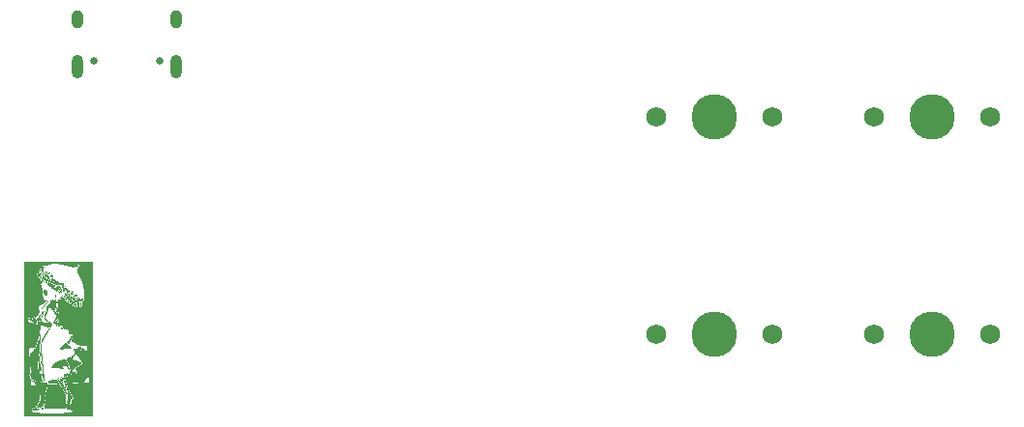
<source format=gbr>
%TF.GenerationSoftware,KiCad,Pcbnew,(6.0.0)*%
%TF.CreationDate,2023-04-29T04:55:56-07:00*%
%TF.ProjectId,coolpcbproject,636f6f6c-7063-4627-9072-6f6a6563742e,rev?*%
%TF.SameCoordinates,Original*%
%TF.FileFunction,Soldermask,Top*%
%TF.FilePolarity,Negative*%
%FSLAX46Y46*%
G04 Gerber Fmt 4.6, Leading zero omitted, Abs format (unit mm)*
G04 Created by KiCad (PCBNEW (6.0.0)) date 2023-04-29 04:55:56*
%MOMM*%
%LPD*%
G01*
G04 APERTURE LIST*
%ADD10C,1.750000*%
%ADD11C,3.987800*%
%ADD12C,0.650000*%
%ADD13O,1.000000X1.600000*%
%ADD14O,1.000000X2.100000*%
G04 APERTURE END LIST*
%TO.C,G\u002A\u002A\u002A*%
G36*
X130210348Y-114710886D02*
G01*
X130208357Y-114721236D01*
X130198837Y-114733245D01*
X130182823Y-114742672D01*
X130154771Y-114749035D01*
X130111097Y-114753030D01*
X130091906Y-114753978D01*
X130049162Y-114755284D01*
X130024530Y-114754597D01*
X130015714Y-114751662D01*
X130020416Y-114746224D01*
X130020669Y-114746065D01*
X130038420Y-114739166D01*
X130068648Y-114731204D01*
X130105743Y-114723218D01*
X130144098Y-114716249D01*
X130178104Y-114711337D01*
X130202151Y-114709522D01*
X130210348Y-114710886D01*
G37*
G36*
X132678524Y-113573725D02*
G01*
X132681333Y-113576027D01*
X132687067Y-113592177D01*
X132679597Y-113606453D01*
X132669935Y-113609693D01*
X132656799Y-113602233D01*
X132654021Y-113598559D01*
X132652824Y-113582939D01*
X132663660Y-113572460D01*
X132678524Y-113573725D01*
G37*
G36*
X130506605Y-111483678D02*
G01*
X130510362Y-111502969D01*
X130514030Y-111534010D01*
X130516442Y-111578716D01*
X130517330Y-111630293D01*
X130516898Y-111666840D01*
X130514008Y-111781508D01*
X130506388Y-111694451D01*
X130502746Y-111640976D01*
X130500397Y-111582953D01*
X130499827Y-111532549D01*
X130499852Y-111530580D01*
X130500493Y-111492006D01*
X130501439Y-111472365D01*
X130503279Y-111470105D01*
X130506605Y-111483678D01*
G37*
G36*
X130821438Y-105704798D02*
G01*
X130823867Y-105718018D01*
X130823772Y-105746981D01*
X130821596Y-105787163D01*
X130817786Y-105834039D01*
X130812785Y-105883086D01*
X130807041Y-105929780D01*
X130800996Y-105969595D01*
X130795097Y-105998009D01*
X130791600Y-106008127D01*
X130774134Y-106036612D01*
X130760999Y-106045502D01*
X130751554Y-106035074D01*
X130748914Y-106026564D01*
X130747935Y-106003964D01*
X130751495Y-105969110D01*
X130758822Y-105929532D01*
X130758856Y-105929385D01*
X130767315Y-105885801D01*
X130773228Y-105843136D01*
X130775215Y-105813558D01*
X130778540Y-105787709D01*
X130786928Y-105758343D01*
X130798064Y-105730915D01*
X130809628Y-105710879D01*
X130819302Y-105703688D01*
X130821438Y-105704798D01*
G37*
G36*
X130431203Y-106485760D02*
G01*
X130454160Y-106506466D01*
X130475908Y-106530674D01*
X130485590Y-106551771D01*
X130487004Y-106579608D01*
X130486422Y-106590161D01*
X130482513Y-106619285D01*
X130476159Y-106638353D01*
X130472623Y-106641955D01*
X130459718Y-106637322D01*
X130439474Y-106621560D01*
X130429659Y-106612030D01*
X130397945Y-106571971D01*
X130383782Y-106533827D01*
X130383958Y-106500705D01*
X130392027Y-106477867D01*
X130407489Y-106472862D01*
X130431203Y-106485760D01*
G37*
G36*
X132009292Y-111862608D02*
G01*
X132014451Y-111879479D01*
X132004875Y-111917434D01*
X131977561Y-111947127D01*
X131965498Y-111954314D01*
X131938674Y-111963890D01*
X131902918Y-111971623D01*
X131865957Y-111976413D01*
X131835517Y-111977157D01*
X131822298Y-111974713D01*
X131807127Y-111961698D01*
X131798921Y-111949659D01*
X131794866Y-111934936D01*
X131803700Y-111922154D01*
X131822082Y-111909622D01*
X131855763Y-111895628D01*
X131893082Y-111888831D01*
X131896669Y-111888723D01*
X131930428Y-111884729D01*
X131959862Y-111875450D01*
X131963242Y-111873685D01*
X131992624Y-111860563D01*
X132009292Y-111862608D01*
G37*
G36*
X129981051Y-114467034D02*
G01*
X130002059Y-114485737D01*
X130018334Y-114503302D01*
X130055799Y-114546830D01*
X130185044Y-114550226D01*
X130233791Y-114552147D01*
X130274126Y-114554956D01*
X130302191Y-114558293D01*
X130314125Y-114561801D01*
X130314290Y-114562243D01*
X130305894Y-114581678D01*
X130284275Y-114605114D01*
X130254788Y-114627919D01*
X130222785Y-114645464D01*
X130214290Y-114648738D01*
X130184345Y-114656567D01*
X130138205Y-114665615D01*
X130080080Y-114675321D01*
X130014181Y-114685120D01*
X129944719Y-114694450D01*
X129875905Y-114702747D01*
X129811950Y-114709449D01*
X129757064Y-114713991D01*
X129715459Y-114715811D01*
X129712771Y-114715822D01*
X129674340Y-114715376D01*
X129651597Y-114713022D01*
X129639751Y-114707236D01*
X129634009Y-114696493D01*
X129632286Y-114690217D01*
X129631541Y-114649902D01*
X129650723Y-114614256D01*
X129689839Y-114583270D01*
X129748897Y-114556936D01*
X129753185Y-114555466D01*
X129783474Y-114543553D01*
X129823994Y-114525407D01*
X129866962Y-114504546D01*
X129875451Y-114500210D01*
X129912649Y-114481789D01*
X129943817Y-114467764D01*
X129963856Y-114460376D01*
X129967349Y-114459774D01*
X129981051Y-114467034D01*
G37*
G36*
X131779980Y-105639526D02*
G01*
X131785848Y-105646930D01*
X131795199Y-105674492D01*
X131794580Y-105715921D01*
X131784391Y-105767421D01*
X131767788Y-105818157D01*
X131753557Y-105850814D01*
X131737753Y-105880528D01*
X131722919Y-105903380D01*
X131711597Y-105915452D01*
X131706336Y-105912879D01*
X131706959Y-105871244D01*
X131716929Y-105816570D01*
X131727016Y-105779733D01*
X131739640Y-105737495D01*
X131751972Y-105694970D01*
X131758265Y-105672535D01*
X131766318Y-105645475D01*
X131772526Y-105635428D01*
X131779980Y-105639526D01*
G37*
G36*
X133539869Y-104522345D02*
G01*
X133565371Y-104540807D01*
X133587797Y-104564229D01*
X133600698Y-104586596D01*
X133601769Y-104593218D01*
X133594859Y-104607998D01*
X133576876Y-104632220D01*
X133551689Y-104661743D01*
X133523168Y-104692431D01*
X133495184Y-104720144D01*
X133471605Y-104740744D01*
X133456301Y-104750092D01*
X133454914Y-104750268D01*
X133437536Y-104745755D01*
X133418698Y-104737466D01*
X133399875Y-104721314D01*
X133378774Y-104693988D01*
X133367805Y-104675747D01*
X133351964Y-104641232D01*
X133350066Y-104616374D01*
X133363567Y-104594661D01*
X133391058Y-104571699D01*
X133419266Y-104550701D01*
X133444182Y-104579608D01*
X133461130Y-104604952D01*
X133459981Y-104620801D01*
X133440702Y-104627317D01*
X133434403Y-104627516D01*
X133405759Y-104635425D01*
X133389113Y-104656161D01*
X133386871Y-104669632D01*
X133395773Y-104684205D01*
X133418140Y-104693383D01*
X133447462Y-104696307D01*
X133477228Y-104692119D01*
X133495648Y-104683978D01*
X133511015Y-104671689D01*
X133517931Y-104656754D01*
X133518557Y-104632134D01*
X133517177Y-104613887D01*
X133512978Y-104578391D01*
X133507561Y-104548126D01*
X133504840Y-104537899D01*
X133502133Y-104520446D01*
X133513021Y-104514999D01*
X133517738Y-104514854D01*
X133539869Y-104522345D01*
G37*
G36*
X132248921Y-104043979D02*
G01*
X132276809Y-104098684D01*
X132286920Y-104143235D01*
X132279259Y-104177650D01*
X132277330Y-104180820D01*
X132267203Y-104200018D01*
X132267077Y-104217886D01*
X132275848Y-104242407D01*
X132288885Y-104281943D01*
X132288475Y-104308861D01*
X132274148Y-104326392D01*
X132262818Y-104332168D01*
X132186136Y-104365922D01*
X132115081Y-104401941D01*
X132068972Y-104428877D01*
X132038241Y-104447102D01*
X132019420Y-104454372D01*
X132008050Y-104452050D01*
X132004464Y-104448589D01*
X131989191Y-104415348D01*
X131987749Y-104373287D01*
X132000166Y-104328716D01*
X132003943Y-104320780D01*
X132022140Y-104289074D01*
X132049507Y-104246141D01*
X132082630Y-104196913D01*
X132118090Y-104146324D01*
X132152472Y-104099307D01*
X132182360Y-104060794D01*
X132192098Y-104049099D01*
X132227027Y-104008385D01*
X132248921Y-104043979D01*
G37*
G36*
X132454806Y-104625074D02*
G01*
X132476711Y-104644868D01*
X132499989Y-104671246D01*
X132519927Y-104698798D01*
X132531811Y-104722113D01*
X132532536Y-104724623D01*
X132534968Y-104754810D01*
X132531209Y-104790943D01*
X132522779Y-104823495D01*
X132514135Y-104840036D01*
X132502070Y-104850071D01*
X132487683Y-104849961D01*
X132467461Y-104838224D01*
X132437892Y-104813379D01*
X132426689Y-104803163D01*
X132390181Y-104763303D01*
X132373101Y-104728512D01*
X132375243Y-104698008D01*
X132393141Y-104673841D01*
X132411091Y-104652535D01*
X132419436Y-104636407D01*
X132430441Y-104620542D01*
X132438990Y-104617274D01*
X132454806Y-104625074D01*
G37*
G36*
X132475874Y-112395388D02*
G01*
X132489495Y-112416877D01*
X132490646Y-112421379D01*
X132492141Y-112453110D01*
X132482404Y-112470646D01*
X132465273Y-112472089D01*
X132444583Y-112455540D01*
X132438516Y-112447182D01*
X132427931Y-112426001D01*
X132430999Y-112410817D01*
X132434413Y-112406214D01*
X132455854Y-112391386D01*
X132475874Y-112395388D01*
G37*
G36*
X130426900Y-102373729D02*
G01*
X130424834Y-102392012D01*
X130411217Y-102420315D01*
X130386511Y-102456684D01*
X130370618Y-102476709D01*
X130322696Y-102537581D01*
X130280349Y-102597278D01*
X130245363Y-102652828D01*
X130219522Y-102701258D01*
X130204613Y-102739596D01*
X130201629Y-102758034D01*
X130206088Y-102772306D01*
X130217288Y-102770078D01*
X130231957Y-102752721D01*
X130237475Y-102743000D01*
X130253577Y-102721146D01*
X130269556Y-102712903D01*
X130280864Y-102719283D01*
X130283564Y-102732758D01*
X130286802Y-102749788D01*
X130296962Y-102749915D01*
X130314713Y-102732676D01*
X130340722Y-102697608D01*
X130346424Y-102689229D01*
X130382163Y-102638012D01*
X130414656Y-102594875D01*
X130441865Y-102562298D01*
X130461752Y-102542763D01*
X130470565Y-102538161D01*
X130474709Y-102547414D01*
X130475969Y-102571732D01*
X130474705Y-102605956D01*
X130471272Y-102644923D01*
X130466028Y-102683475D01*
X130459330Y-102716449D01*
X130457846Y-102721925D01*
X130448907Y-102742749D01*
X130431138Y-102776390D01*
X130406946Y-102818536D01*
X130378737Y-102864876D01*
X130372703Y-102874461D01*
X130344275Y-102920572D01*
X130319645Y-102962813D01*
X130301115Y-102997066D01*
X130290989Y-103019217D01*
X130290109Y-103022092D01*
X130282414Y-103042437D01*
X130274519Y-103050258D01*
X130264451Y-103043099D01*
X130244147Y-103023780D01*
X130216884Y-102995535D01*
X130195339Y-102972102D01*
X130164202Y-102936842D01*
X130137378Y-102905085D01*
X130118515Y-102881223D01*
X130112375Y-102872243D01*
X130102949Y-102841431D01*
X130100112Y-102798086D01*
X130103725Y-102749023D01*
X130113651Y-102701055D01*
X130116005Y-102693346D01*
X130135539Y-102651089D01*
X130167898Y-102600820D01*
X130209440Y-102546702D01*
X130256519Y-102492902D01*
X130305490Y-102443584D01*
X130352709Y-102402913D01*
X130394532Y-102375053D01*
X130394542Y-102375048D01*
X130416956Y-102367423D01*
X130426900Y-102373729D01*
G37*
G36*
X132393403Y-112211669D02*
G01*
X132388282Y-112216790D01*
X132383161Y-112211669D01*
X132388282Y-112206548D01*
X132393403Y-112211669D01*
G37*
G36*
X132988782Y-110009935D02*
G01*
X133012053Y-110030555D01*
X133025613Y-110048060D01*
X133061493Y-110093043D01*
X133102582Y-110137116D01*
X133143936Y-110175463D01*
X133180612Y-110203269D01*
X133191455Y-110209632D01*
X133278406Y-110253788D01*
X133353328Y-110288654D01*
X133414913Y-110313690D01*
X133461852Y-110328359D01*
X133488900Y-110332274D01*
X133526111Y-110337473D01*
X133563540Y-110350240D01*
X133568550Y-110352758D01*
X133600185Y-110366016D01*
X133630185Y-110372948D01*
X133635594Y-110373242D01*
X133666935Y-110378053D01*
X133692077Y-110387142D01*
X133723012Y-110399333D01*
X133753503Y-110407466D01*
X133794384Y-110422287D01*
X133836401Y-110448710D01*
X133872218Y-110481286D01*
X133892929Y-110511021D01*
X133904634Y-110558188D01*
X133897201Y-110606113D01*
X133871989Y-110649538D01*
X133857394Y-110662480D01*
X133828602Y-110684497D01*
X133788618Y-110713538D01*
X133740445Y-110747553D01*
X133687087Y-110784493D01*
X133631546Y-110822305D01*
X133576827Y-110858941D01*
X133525932Y-110892349D01*
X133481866Y-110920479D01*
X133447631Y-110941280D01*
X133431881Y-110949998D01*
X133398976Y-110968593D01*
X133360833Y-110992753D01*
X133322753Y-111018809D01*
X133290034Y-111043089D01*
X133267977Y-111061924D01*
X133263967Y-111066287D01*
X133221499Y-111127050D01*
X133197148Y-111181220D01*
X133190892Y-111228142D01*
X133202706Y-111267165D01*
X133232567Y-111297634D01*
X133273155Y-111316660D01*
X133303595Y-111328516D01*
X133328491Y-111341390D01*
X133330258Y-111342562D01*
X133352774Y-111351136D01*
X133385116Y-111356029D01*
X133397434Y-111356467D01*
X133436957Y-111360649D01*
X133464641Y-111371973D01*
X133477227Y-111388613D01*
X133476097Y-111400595D01*
X133455512Y-111427442D01*
X133417351Y-111450442D01*
X133364353Y-111468367D01*
X133299256Y-111479987D01*
X133298964Y-111480021D01*
X133198120Y-111492534D01*
X133113784Y-111505631D01*
X133041988Y-111520490D01*
X132978762Y-111538292D01*
X132920140Y-111560215D01*
X132862154Y-111587439D01*
X132800835Y-111621143D01*
X132777145Y-111635111D01*
X132715321Y-111671696D01*
X132665019Y-111700379D01*
X132620464Y-111724224D01*
X132575879Y-111746297D01*
X132525486Y-111769663D01*
X132512596Y-111775484D01*
X132467445Y-111795232D01*
X132437658Y-111805081D01*
X132420001Y-111803717D01*
X132411241Y-111789828D01*
X132408144Y-111762102D01*
X132407607Y-111732858D01*
X132403673Y-111675512D01*
X132393436Y-111633579D01*
X132389918Y-111625827D01*
X132378472Y-111600214D01*
X132372998Y-111581000D01*
X132372919Y-111579543D01*
X132381758Y-111570024D01*
X132405350Y-111555274D01*
X132439306Y-111537356D01*
X132479236Y-111518335D01*
X132520753Y-111500273D01*
X132559467Y-111485233D01*
X132590990Y-111475278D01*
X132598242Y-111473621D01*
X132628876Y-111464703D01*
X132653601Y-111452927D01*
X132654291Y-111452457D01*
X132688357Y-111439469D01*
X132722569Y-111444468D01*
X132752634Y-111465448D01*
X132774256Y-111500399D01*
X132777552Y-111510096D01*
X132791958Y-111542670D01*
X132809511Y-111559275D01*
X132827263Y-111558773D01*
X132842267Y-111540024D01*
X132844018Y-111535780D01*
X132856327Y-111514089D01*
X132877626Y-111485536D01*
X132894406Y-111466118D01*
X132920104Y-111433035D01*
X132941322Y-111396226D01*
X132956042Y-111360609D01*
X132962246Y-111331104D01*
X132957917Y-111312630D01*
X132957532Y-111312225D01*
X132947516Y-111288681D01*
X132949951Y-111254037D01*
X132964403Y-111213115D01*
X132966951Y-111207959D01*
X132977892Y-111184609D01*
X132984089Y-111163555D01*
X132985160Y-111140716D01*
X132980721Y-111112009D01*
X132970387Y-111073352D01*
X132953776Y-111020661D01*
X132947564Y-111001668D01*
X132931438Y-110951356D01*
X132917217Y-110904795D01*
X132906465Y-110867250D01*
X132900821Y-110844371D01*
X132891710Y-110809367D01*
X132880157Y-110777798D01*
X132869297Y-110752107D01*
X132854665Y-110715607D01*
X132841076Y-110680500D01*
X132801118Y-110577046D01*
X132765094Y-110487807D01*
X132730767Y-110407467D01*
X132695901Y-110330709D01*
X132677972Y-110292857D01*
X132656165Y-110246750D01*
X132638323Y-110207818D01*
X132625964Y-110179471D01*
X132620606Y-110165117D01*
X132620588Y-110164051D01*
X132657208Y-110142170D01*
X132711662Y-110115883D01*
X132782006Y-110086106D01*
X132808201Y-110075737D01*
X132854604Y-110057168D01*
X132895463Y-110039944D01*
X132926089Y-110026095D01*
X132941065Y-110018172D01*
X132966493Y-110006292D01*
X132988782Y-110009935D01*
G37*
G36*
X130514458Y-111816627D02*
G01*
X130520608Y-111836292D01*
X130526433Y-111864605D01*
X130527121Y-111886584D01*
X130526952Y-111887502D01*
X130522915Y-111894652D01*
X130517271Y-111882202D01*
X130516294Y-111878806D01*
X130510879Y-111847757D01*
X130509950Y-111827596D01*
X130511175Y-111813341D01*
X130514458Y-111816627D01*
G37*
G36*
X132360392Y-111721391D02*
G01*
X132363221Y-111726193D01*
X132369774Y-111745140D01*
X132362054Y-111756476D01*
X132361174Y-111757048D01*
X132341927Y-111765266D01*
X132333279Y-111756510D01*
X132331951Y-111741144D01*
X132336274Y-111717249D01*
X132346918Y-111710108D01*
X132360392Y-111721391D01*
G37*
G36*
X131955071Y-106672062D02*
G01*
X131963523Y-106687414D01*
X131958131Y-106709407D01*
X131940873Y-106731670D01*
X131935076Y-106736427D01*
X131891583Y-106773083D01*
X131860274Y-106808162D01*
X131844226Y-106838185D01*
X131843809Y-106839774D01*
X131832170Y-106867908D01*
X131821039Y-106884363D01*
X131815014Y-106894316D01*
X131810491Y-106910342D01*
X131807214Y-106935310D01*
X131804927Y-106972088D01*
X131803373Y-107023548D01*
X131802297Y-107092556D01*
X131802276Y-107094323D01*
X131801308Y-107169837D01*
X131800046Y-107227326D01*
X131797986Y-107269248D01*
X131794623Y-107298060D01*
X131789451Y-107316221D01*
X131781965Y-107326188D01*
X131771660Y-107330419D01*
X131758032Y-107331373D01*
X131753555Y-107331387D01*
X131718371Y-107331387D01*
X131715343Y-107262294D01*
X131713253Y-107225427D01*
X131709288Y-107203324D01*
X131700834Y-107190279D01*
X131685279Y-107180586D01*
X131675856Y-107176074D01*
X131640984Y-107157265D01*
X131624551Y-107140235D01*
X131625246Y-107121329D01*
X131641758Y-107096890D01*
X131645780Y-107092222D01*
X131663760Y-107069296D01*
X131673381Y-107047559D01*
X131677219Y-107018932D01*
X131677838Y-106991605D01*
X131682830Y-106937530D01*
X131696483Y-106896254D01*
X131717667Y-106870572D01*
X131728994Y-106864961D01*
X131756450Y-106850940D01*
X131791939Y-106825600D01*
X131830344Y-106793327D01*
X131866547Y-106758506D01*
X131895431Y-106725524D01*
X131901749Y-106716871D01*
X131924802Y-106686230D01*
X131941367Y-106671811D01*
X131954009Y-106671459D01*
X131955071Y-106672062D01*
G37*
G36*
X134953887Y-101647113D02*
G01*
X134953887Y-115268887D01*
X128952113Y-115268887D01*
X128952113Y-106690377D01*
X129271820Y-106690377D01*
X129273132Y-106758877D01*
X129287608Y-106825442D01*
X129314006Y-106885147D01*
X129351080Y-106933067D01*
X129366002Y-106945881D01*
X129411681Y-106977693D01*
X129452787Y-106997978D01*
X129496244Y-107008818D01*
X129548973Y-107012295D01*
X129585082Y-107011805D01*
X129631373Y-107010697D01*
X129662850Y-107011528D01*
X129685165Y-107015424D01*
X129703972Y-107023514D01*
X129724922Y-107036923D01*
X129730551Y-107040818D01*
X129784237Y-107076098D01*
X129830760Y-107101082D01*
X129878040Y-107119331D01*
X129933996Y-107134407D01*
X129943465Y-107136579D01*
X129998704Y-107149650D01*
X130060953Y-107165295D01*
X130117564Y-107180326D01*
X130122254Y-107181624D01*
X130161472Y-107191775D01*
X130191976Y-107198232D01*
X130209412Y-107200146D01*
X130211871Y-107199099D01*
X130203330Y-107191140D01*
X130181322Y-107178489D01*
X130160473Y-107168422D01*
X130122917Y-107150284D01*
X130099063Y-107133446D01*
X130085813Y-107112663D01*
X130080071Y-107082692D01*
X130078737Y-107038287D01*
X130078725Y-107030033D01*
X130079656Y-106984608D01*
X130083255Y-106953397D01*
X130090738Y-106930184D01*
X130102030Y-106910641D01*
X130118668Y-106889062D01*
X130135324Y-106879759D01*
X130160861Y-106878707D01*
X130170916Y-106879351D01*
X130206514Y-106884810D01*
X130254452Y-106895986D01*
X130308060Y-106910974D01*
X130360665Y-106927866D01*
X130405596Y-106944756D01*
X130416709Y-106949596D01*
X130451301Y-106959381D01*
X130506161Y-106966454D01*
X130575459Y-106970599D01*
X130624253Y-106973139D01*
X130665865Y-106976588D01*
X130695840Y-106980490D01*
X130709649Y-106984331D01*
X130727555Y-106987761D01*
X130752163Y-106982508D01*
X130785010Y-106976845D01*
X130827503Y-106981020D01*
X130838175Y-106983127D01*
X130875747Y-106989442D01*
X130923638Y-106995225D01*
X130977249Y-107000185D01*
X131031985Y-107004032D01*
X131083248Y-107006477D01*
X131126444Y-107007230D01*
X131156974Y-107006001D01*
X131168043Y-107003929D01*
X131181770Y-106996587D01*
X131176649Y-106991146D01*
X131174613Y-106990436D01*
X131059060Y-106947610D01*
X130956278Y-106899183D01*
X130867431Y-106846129D01*
X130793685Y-106789422D01*
X130736209Y-106730037D01*
X130696166Y-106668946D01*
X130674725Y-106607125D01*
X130671274Y-106570077D01*
X130673360Y-106542057D01*
X130678645Y-106503711D01*
X130685991Y-106461085D01*
X130694259Y-106420229D01*
X130702314Y-106387190D01*
X130709017Y-106368015D01*
X130709394Y-106367367D01*
X130714738Y-106353550D01*
X130723565Y-106325619D01*
X130734094Y-106289255D01*
X130735549Y-106284008D01*
X130749415Y-106240323D01*
X130765797Y-106198159D01*
X130780516Y-106167838D01*
X130822015Y-106081477D01*
X130848012Y-105989273D01*
X130856894Y-105930000D01*
X130863163Y-105877412D01*
X130871313Y-105815681D01*
X130879863Y-105755870D01*
X130882332Y-105739658D01*
X130889189Y-105691693D01*
X130894536Y-105647138D01*
X130897620Y-105612629D01*
X130898080Y-105600685D01*
X130899200Y-105587560D01*
X130903602Y-105573940D01*
X130912854Y-105558107D01*
X130928521Y-105538340D01*
X130952170Y-105512922D01*
X130985367Y-105480134D01*
X131029679Y-105438255D01*
X131086672Y-105385567D01*
X131131541Y-105344451D01*
X131160454Y-105315953D01*
X131177789Y-105291315D01*
X131188405Y-105262174D01*
X131193992Y-105236911D01*
X131206369Y-105193247D01*
X131224353Y-105151751D01*
X131234687Y-105134492D01*
X131253595Y-105109757D01*
X131269935Y-105098237D01*
X131291836Y-105095676D01*
X131307403Y-105096425D01*
X131348810Y-105093306D01*
X131375376Y-105078331D01*
X131385696Y-105052625D01*
X131384098Y-105035032D01*
X131381294Y-105005321D01*
X131383652Y-104973182D01*
X131389968Y-104945068D01*
X131399036Y-104927430D01*
X131404741Y-104924532D01*
X131418375Y-104932096D01*
X131437718Y-104951252D01*
X131447255Y-104962939D01*
X131485395Y-105008256D01*
X131518137Y-105035464D01*
X131547890Y-105045395D01*
X131577063Y-105038878D01*
X131606793Y-105017888D01*
X131625896Y-104997936D01*
X131632260Y-104979778D01*
X131625637Y-104957908D01*
X131605777Y-104926819D01*
X131602461Y-104922164D01*
X131595417Y-104905348D01*
X131604739Y-104889494D01*
X131606714Y-104887477D01*
X131628199Y-104876716D01*
X131650517Y-104884968D01*
X131672650Y-104910845D01*
X131693583Y-104952959D01*
X131712296Y-105009922D01*
X131720231Y-105042314D01*
X131734156Y-105106021D01*
X131744088Y-105155005D01*
X131750716Y-105194487D01*
X131754728Y-105229687D01*
X131756811Y-105265824D01*
X131757652Y-105308118D01*
X131757792Y-105327473D01*
X131757626Y-105378107D01*
X131756007Y-105412849D01*
X131752244Y-105436280D01*
X131745648Y-105452977D01*
X131736948Y-105465739D01*
X131726381Y-105481336D01*
X131720686Y-105498257D01*
X131719135Y-105522117D01*
X131720999Y-105558529D01*
X131722485Y-105577223D01*
X131725240Y-105628464D01*
X131723161Y-105667588D01*
X131715649Y-105702518D01*
X131712218Y-105713450D01*
X131700647Y-105741702D01*
X131689243Y-105759091D01*
X131683152Y-105762013D01*
X131673092Y-105751638D01*
X131658011Y-105727682D01*
X131641156Y-105695305D01*
X131640971Y-105694919D01*
X131620590Y-105657145D01*
X131603998Y-105635784D01*
X131592484Y-105631344D01*
X131587337Y-105644330D01*
X131589761Y-105674754D01*
X131598294Y-105711837D01*
X131611089Y-105753272D01*
X131616267Y-105767310D01*
X131627883Y-105803941D01*
X131634243Y-105838522D01*
X131635089Y-105866379D01*
X131630166Y-105882836D01*
X131622697Y-105884939D01*
X131611048Y-105876176D01*
X131594156Y-105854934D01*
X131571253Y-105819983D01*
X131541574Y-105770099D01*
X131504354Y-105704053D01*
X131466508Y-105634834D01*
X131423582Y-105559180D01*
X131384145Y-105496853D01*
X131349029Y-105448797D01*
X131319063Y-105415954D01*
X131295078Y-105399268D01*
X131277903Y-105399680D01*
X131270028Y-105411664D01*
X131274897Y-105423188D01*
X131290599Y-105445878D01*
X131314231Y-105475700D01*
X131326565Y-105490239D01*
X131356699Y-105529034D01*
X131391217Y-105579775D01*
X131425805Y-105635862D01*
X131450398Y-105679715D01*
X131509237Y-105784224D01*
X131575693Y-105892014D01*
X131644653Y-105995062D01*
X131699340Y-106070210D01*
X131727789Y-106109990D01*
X131754988Y-106152080D01*
X131775124Y-106187480D01*
X131775382Y-106187993D01*
X131798118Y-106227936D01*
X131825445Y-106268805D01*
X131837643Y-106284795D01*
X131870982Y-106336400D01*
X131896837Y-106397249D01*
X131914180Y-106462193D01*
X131921985Y-106526087D01*
X131919224Y-106583782D01*
X131906078Y-106627762D01*
X131893440Y-106645698D01*
X131868727Y-106674562D01*
X131834786Y-106711251D01*
X131794465Y-106752661D01*
X131762691Y-106784037D01*
X131635500Y-106907534D01*
X131635500Y-106966409D01*
X131634286Y-107001595D01*
X131628669Y-107024348D01*
X131615680Y-107042668D01*
X131602491Y-107055432D01*
X131579336Y-107074020D01*
X131560689Y-107084630D01*
X131556391Y-107085580D01*
X131542639Y-107078554D01*
X131521174Y-107060952D01*
X131497266Y-107037995D01*
X131476184Y-107014900D01*
X131463198Y-106996886D01*
X131461387Y-106991495D01*
X131468133Y-106969712D01*
X131486829Y-106937285D01*
X131512841Y-106901225D01*
X131547097Y-106850128D01*
X131583096Y-106783493D01*
X131618671Y-106705890D01*
X131651652Y-106621887D01*
X131668007Y-106574287D01*
X131687427Y-106511723D01*
X131699301Y-106463360D01*
X131703655Y-106424364D01*
X131700512Y-106389901D01*
X131689897Y-106355138D01*
X131671835Y-106315241D01*
X131669345Y-106310233D01*
X131650174Y-106275674D01*
X131620706Y-106227407D01*
X131582833Y-106168189D01*
X131538447Y-106100774D01*
X131489439Y-106027919D01*
X131437701Y-105952379D01*
X131385123Y-105876910D01*
X131333599Y-105804269D01*
X131285018Y-105737209D01*
X131241274Y-105678489D01*
X131204256Y-105630862D01*
X131196251Y-105620983D01*
X131177778Y-105599418D01*
X131166086Y-105591797D01*
X131155034Y-105596171D01*
X131145056Y-105604727D01*
X131128231Y-105627327D01*
X131114055Y-105658625D01*
X131111731Y-105666179D01*
X131091769Y-105732992D01*
X131067309Y-105806061D01*
X131041528Y-105876267D01*
X131020409Y-105928129D01*
X130971104Y-106041828D01*
X130929637Y-106138683D01*
X130895395Y-106220512D01*
X130867768Y-106289133D01*
X130846145Y-106346363D01*
X130829915Y-106394019D01*
X130818467Y-106433919D01*
X130811191Y-106467881D01*
X130807474Y-106497722D01*
X130806708Y-106525259D01*
X130808279Y-106552310D01*
X130808801Y-106557635D01*
X130818670Y-106603006D01*
X130839679Y-106648403D01*
X130873112Y-106695176D01*
X130920251Y-106744680D01*
X130982383Y-106798265D01*
X131060790Y-106857285D01*
X131154129Y-106921350D01*
X131199321Y-106951355D01*
X131241986Y-106979734D01*
X131277208Y-107003213D01*
X131299444Y-107018099D01*
X131334025Y-107051444D01*
X131347201Y-107079671D01*
X131350731Y-107105339D01*
X131352378Y-107146092D01*
X131352277Y-107196634D01*
X131350565Y-107251665D01*
X131347375Y-107305889D01*
X131342845Y-107354006D01*
X131339584Y-107377475D01*
X131332858Y-107418443D01*
X131261417Y-107425740D01*
X131123528Y-107429599D01*
X130984742Y-107413064D01*
X130877596Y-107386567D01*
X130736646Y-107343094D01*
X130605732Y-107300975D01*
X130498645Y-107264867D01*
X130454613Y-107251010D01*
X130411206Y-107239643D01*
X130377388Y-107233099D01*
X130375742Y-107232897D01*
X130329653Y-107227536D01*
X130373181Y-107248235D01*
X130400209Y-107264187D01*
X130414098Y-107282727D01*
X130415728Y-107308229D01*
X130405980Y-107345065D01*
X130397374Y-107368428D01*
X130386512Y-107403684D01*
X130373869Y-107457073D01*
X130359851Y-107526362D01*
X130344860Y-107609316D01*
X130329303Y-107703703D01*
X130313581Y-107807287D01*
X130298590Y-107914203D01*
X130290160Y-107975174D01*
X130282391Y-108025549D01*
X130274193Y-108069662D01*
X130264475Y-108111845D01*
X130252146Y-108156432D01*
X130236114Y-108207757D01*
X130215289Y-108270154D01*
X130191586Y-108339243D01*
X130166775Y-108412416D01*
X130142603Y-108485997D01*
X130120466Y-108555565D01*
X130101759Y-108616700D01*
X130087877Y-108664983D01*
X130083504Y-108681624D01*
X130067961Y-108738570D01*
X130048024Y-108804339D01*
X130026861Y-108868719D01*
X130015758Y-108900076D01*
X130002549Y-108938354D01*
X129987172Y-108986417D01*
X129970798Y-109040175D01*
X129954597Y-109095533D01*
X129939740Y-109148402D01*
X129927397Y-109194687D01*
X129918738Y-109230298D01*
X129914934Y-109251141D01*
X129914854Y-109252842D01*
X129905087Y-109253988D01*
X129877679Y-109255020D01*
X129835474Y-109255889D01*
X129781317Y-109256543D01*
X129718051Y-109256934D01*
X129676729Y-109257022D01*
X129589661Y-109257490D01*
X129521553Y-109258820D01*
X129470900Y-109261088D01*
X129436193Y-109264366D01*
X129415927Y-109268728D01*
X129413000Y-109269966D01*
X129385381Y-109292062D01*
X129366144Y-109327317D01*
X129355121Y-109376950D01*
X129352144Y-109442178D01*
X129357046Y-109524221D01*
X129366833Y-109604947D01*
X129372656Y-109652754D01*
X129378795Y-109714727D01*
X129384701Y-109784569D01*
X129389824Y-109855980D01*
X129392296Y-109896992D01*
X129402037Y-110072755D01*
X129410793Y-110229261D01*
X129418636Y-110367709D01*
X129425637Y-110489299D01*
X129431868Y-110595230D01*
X129437400Y-110686702D01*
X129442305Y-110764915D01*
X129446653Y-110831067D01*
X129450518Y-110886358D01*
X129453924Y-110931427D01*
X129457221Y-110984023D01*
X129459741Y-111046356D01*
X129461479Y-111114737D01*
X129462431Y-111185480D01*
X129462592Y-111254898D01*
X129461957Y-111319302D01*
X129460523Y-111375007D01*
X129458284Y-111418325D01*
X129455237Y-111445568D01*
X129454560Y-111448645D01*
X129446534Y-111474948D01*
X129433303Y-111513159D01*
X129417347Y-111556197D01*
X129412599Y-111568480D01*
X129394676Y-111618579D01*
X129386911Y-111654988D01*
X129389872Y-111682117D01*
X129404128Y-111704378D01*
X129430248Y-111726179D01*
X129433188Y-111728261D01*
X129458013Y-111747424D01*
X129469875Y-111764632D01*
X129473310Y-111788576D01*
X129473298Y-111805075D01*
X129475441Y-111845851D01*
X129481724Y-111890406D01*
X129484671Y-111904411D01*
X129488471Y-111929353D01*
X129492452Y-111971106D01*
X129496368Y-112025999D01*
X129499973Y-112090363D01*
X129503023Y-112160528D01*
X129504302Y-112197902D01*
X129507198Y-112282496D01*
X129510400Y-112348947D01*
X129514443Y-112399598D01*
X129519864Y-112436788D01*
X129527199Y-112462859D01*
X129536983Y-112480151D01*
X129549752Y-112491004D01*
X129566044Y-112497760D01*
X129573438Y-112499782D01*
X129599625Y-112502741D01*
X129640513Y-112503308D01*
X129690663Y-112501835D01*
X129744638Y-112498674D01*
X129796998Y-112494179D01*
X129842307Y-112488701D01*
X129875125Y-112482594D01*
X129884686Y-112479607D01*
X129912293Y-112472938D01*
X129959873Y-112467153D01*
X130026928Y-112462299D01*
X130112614Y-112458432D01*
X130175463Y-112455945D01*
X130233063Y-112453184D01*
X130281560Y-112450371D01*
X130317102Y-112447729D01*
X130335376Y-112445577D01*
X130365500Y-112439552D01*
X130365447Y-112663594D01*
X130362432Y-112891971D01*
X130353530Y-113103222D01*
X130338790Y-113296638D01*
X130318260Y-113471505D01*
X130303814Y-113563604D01*
X130295548Y-113611118D01*
X130286498Y-113662854D01*
X130282342Y-113686508D01*
X130272502Y-113726878D01*
X130258818Y-113764765D01*
X130249375Y-113783327D01*
X130232020Y-113813398D01*
X130218191Y-113841257D01*
X130216710Y-113844778D01*
X130207609Y-113865369D01*
X130190950Y-113901175D01*
X130168252Y-113949049D01*
X130141036Y-114005842D01*
X130110820Y-114068409D01*
X130079125Y-114133601D01*
X130047469Y-114198272D01*
X130017374Y-114259273D01*
X129991669Y-114310847D01*
X129967778Y-114356808D01*
X129945798Y-114396078D01*
X129927902Y-114424981D01*
X129916261Y-114439843D01*
X129914854Y-114440817D01*
X129900713Y-114447591D01*
X129871564Y-114461470D01*
X129830909Y-114480791D01*
X129782253Y-114503888D01*
X129748837Y-114519738D01*
X129689680Y-114547970D01*
X129646556Y-114570115D01*
X129617070Y-114589033D01*
X129598829Y-114607584D01*
X129589440Y-114628630D01*
X129586507Y-114655031D01*
X129587638Y-114689647D01*
X129588971Y-114710787D01*
X129592937Y-114750337D01*
X129600387Y-114776914D01*
X129613919Y-114798012D01*
X129622527Y-114807548D01*
X129664993Y-114838143D01*
X129725397Y-114860422D01*
X129802812Y-114874051D01*
X129807314Y-114874519D01*
X129846271Y-114879031D01*
X129896514Y-114885651D01*
X129949117Y-114893184D01*
X129966064Y-114895758D01*
X130017381Y-114902694D01*
X130080282Y-114909719D01*
X130145894Y-114915906D01*
X130192768Y-114919518D01*
X130242826Y-114923366D01*
X130285776Y-114927557D01*
X130317304Y-114931608D01*
X130333095Y-114935035D01*
X130333608Y-114935303D01*
X130347970Y-114938431D01*
X130378167Y-114941508D01*
X130419553Y-114944149D01*
X130460251Y-114945771D01*
X130522311Y-114947788D01*
X130600671Y-114950623D01*
X130691169Y-114954101D01*
X130789644Y-114958047D01*
X130891937Y-114962288D01*
X130993887Y-114966648D01*
X131091332Y-114970953D01*
X131180112Y-114975029D01*
X131256067Y-114978700D01*
X131302637Y-114981112D01*
X131386298Y-114984590D01*
X131480625Y-114986746D01*
X131581297Y-114987625D01*
X131683993Y-114987272D01*
X131784391Y-114985733D01*
X131878170Y-114983053D01*
X131961009Y-114979278D01*
X132028587Y-114974453D01*
X132040056Y-114973349D01*
X132200827Y-114957294D01*
X132342026Y-114943833D01*
X132464394Y-114932904D01*
X132568670Y-114924442D01*
X132655592Y-114918383D01*
X132721145Y-114914867D01*
X132795890Y-114909594D01*
X132872206Y-114900578D01*
X132945934Y-114888621D01*
X133012919Y-114874523D01*
X133069001Y-114859084D01*
X133110025Y-114843106D01*
X133118859Y-114838275D01*
X133145045Y-114813993D01*
X133152503Y-114786319D01*
X133142171Y-114757581D01*
X133114991Y-114730104D01*
X133071902Y-114706216D01*
X133064250Y-114703135D01*
X133029446Y-114691632D01*
X132980488Y-114677931D01*
X132923380Y-114663468D01*
X132864127Y-114649679D01*
X132808734Y-114638000D01*
X132763206Y-114629870D01*
X132750743Y-114628132D01*
X132707720Y-114619672D01*
X132673873Y-114607030D01*
X132653475Y-114592139D01*
X132649451Y-114582297D01*
X132656438Y-114569737D01*
X132674005Y-114550166D01*
X132682738Y-114541865D01*
X132700244Y-114522114D01*
X132701771Y-114511689D01*
X132690108Y-114511714D01*
X132668045Y-114523311D01*
X132656898Y-114531467D01*
X132631284Y-114547817D01*
X132614091Y-114551157D01*
X132608483Y-114542313D01*
X132615740Y-114531558D01*
X132635021Y-114511516D01*
X132652187Y-114495621D01*
X132721145Y-114495621D01*
X132726266Y-114500742D01*
X132731387Y-114495621D01*
X132726266Y-114490500D01*
X132721145Y-114495621D01*
X132652187Y-114495621D01*
X132662592Y-114485987D01*
X132671372Y-114478301D01*
X132708529Y-114446126D01*
X132753381Y-114407217D01*
X132798181Y-114368296D01*
X132813466Y-114355001D01*
X132857317Y-114313581D01*
X132904065Y-114264233D01*
X132945394Y-114215862D01*
X132955416Y-114202976D01*
X132985233Y-114164814D01*
X133004953Y-114142913D01*
X133015564Y-114136307D01*
X133018161Y-114141725D01*
X133012939Y-114169793D01*
X132996429Y-114203342D01*
X132967364Y-114244173D01*
X132924477Y-114294089D01*
X132873210Y-114348075D01*
X132834428Y-114387845D01*
X132799813Y-114423729D01*
X132772382Y-114452572D01*
X132755155Y-114471214D01*
X132751871Y-114475017D01*
X132742198Y-114488025D01*
X132747439Y-114487810D01*
X132758512Y-114482131D01*
X132776998Y-114469444D01*
X132804433Y-114447383D01*
X132834920Y-114420691D01*
X132835326Y-114420320D01*
X132868675Y-114390114D01*
X132901479Y-114360841D01*
X132924433Y-114340749D01*
X132965302Y-114300855D01*
X132998240Y-114259450D01*
X133020266Y-114220876D01*
X133028402Y-114189476D01*
X133028403Y-114189169D01*
X133032890Y-114159289D01*
X133042482Y-114136871D01*
X133053177Y-114113885D01*
X133062190Y-114081977D01*
X133063815Y-114073442D01*
X133075312Y-114034347D01*
X133093729Y-114002356D01*
X133115585Y-113982470D01*
X133129978Y-113978403D01*
X133150230Y-113985570D01*
X133166669Y-113998887D01*
X133185332Y-114014292D01*
X133198982Y-114019371D01*
X133210469Y-114011930D01*
X133211723Y-113996421D01*
X133202516Y-113983524D01*
X133193912Y-113969078D01*
X133192274Y-113957315D01*
X133189862Y-113946189D01*
X133179525Y-113940178D01*
X133156614Y-113937775D01*
X133130822Y-113937435D01*
X133096772Y-113936904D01*
X133078388Y-113933954D01*
X133070860Y-113926556D01*
X133069373Y-113912675D01*
X133069371Y-113911490D01*
X133074861Y-113885453D01*
X133089456Y-113850757D01*
X133110335Y-113811824D01*
X133134682Y-113773079D01*
X133159679Y-113738944D01*
X133182507Y-113713843D01*
X133200349Y-113702197D01*
X133202919Y-113701871D01*
X133211956Y-113711581D01*
X133221063Y-113738617D01*
X133229490Y-113779837D01*
X133236490Y-113832099D01*
X133238282Y-113850379D01*
X133244050Y-113907278D01*
X133249655Y-113945986D01*
X133255561Y-113968787D01*
X133262235Y-113977964D01*
X133264333Y-113978403D01*
X133269471Y-113968912D01*
X133272292Y-113943155D01*
X133272904Y-113905206D01*
X133271412Y-113859139D01*
X133267923Y-113809029D01*
X133262543Y-113758949D01*
X133257740Y-113726270D01*
X133249391Y-113674804D01*
X133241117Y-113621226D01*
X133234482Y-113575706D01*
X133233525Y-113568725D01*
X133223284Y-113516356D01*
X133206024Y-113465810D01*
X133179849Y-113413464D01*
X133142866Y-113355693D01*
X133093177Y-113288874D01*
X133075446Y-113266442D01*
X133022976Y-113198835D01*
X132983927Y-113143827D01*
X132957193Y-113099572D01*
X132941671Y-113064225D01*
X132936255Y-113035943D01*
X132936225Y-113033892D01*
X132930513Y-113009954D01*
X132916140Y-112979955D01*
X132908868Y-112968441D01*
X132884830Y-112933352D01*
X132859310Y-112895978D01*
X132853629Y-112887637D01*
X132833194Y-112851695D01*
X132814957Y-112810035D01*
X132809944Y-112795459D01*
X132800903Y-112767302D01*
X132786825Y-112724805D01*
X132769386Y-112672980D01*
X132750268Y-112616838D01*
X132743024Y-112595742D01*
X132724615Y-112541394D01*
X132708259Y-112491496D01*
X132695332Y-112450366D01*
X132687209Y-112422323D01*
X132685501Y-112415189D01*
X132682931Y-112393240D01*
X132690564Y-112382710D01*
X132713448Y-112376699D01*
X132713703Y-112376651D01*
X132743909Y-112367696D01*
X132767988Y-112355272D01*
X132768015Y-112355251D01*
X132777611Y-112346626D01*
X132774908Y-112342120D01*
X132756851Y-112340355D01*
X132734262Y-112340019D01*
X132680806Y-112339693D01*
X132668988Y-112321219D01*
X132870911Y-112321219D01*
X132886153Y-112322716D01*
X132919122Y-112323786D01*
X132968443Y-112324412D01*
X133032740Y-112324577D01*
X133110635Y-112324266D01*
X133200754Y-112323462D01*
X133212758Y-112323327D01*
X133302402Y-112322085D01*
X133387038Y-112320515D01*
X133464141Y-112318694D01*
X133531183Y-112316697D01*
X133585639Y-112314601D01*
X133624982Y-112312483D01*
X133646686Y-112310419D01*
X133648040Y-112310167D01*
X133648590Y-112308234D01*
X133631117Y-112306784D01*
X133598077Y-112305785D01*
X133551925Y-112305210D01*
X133495115Y-112305030D01*
X133430103Y-112305215D01*
X133359344Y-112305736D01*
X133285292Y-112306565D01*
X133210404Y-112307671D01*
X133137134Y-112309028D01*
X133067937Y-112310604D01*
X133005267Y-112312371D01*
X132951581Y-112314301D01*
X132909333Y-112316364D01*
X132880979Y-112318531D01*
X132874774Y-112319311D01*
X132870911Y-112321219D01*
X132668988Y-112321219D01*
X132644780Y-112283375D01*
X132618581Y-112238696D01*
X132594882Y-112191566D01*
X132575709Y-112146774D01*
X132563086Y-112109110D01*
X132559037Y-112083364D01*
X132559260Y-112081048D01*
X132568403Y-112064988D01*
X132592722Y-112051924D01*
X132611044Y-112045947D01*
X132639012Y-112036811D01*
X132656602Y-112029120D01*
X132659693Y-112026289D01*
X132652965Y-112010239D01*
X132635289Y-111984521D01*
X132610425Y-111953720D01*
X132582134Y-111922423D01*
X132554178Y-111895218D01*
X132547419Y-111889372D01*
X132521078Y-111866251D01*
X132502484Y-111847893D01*
X132495822Y-111838609D01*
X132504313Y-111828453D01*
X132527176Y-111811528D01*
X132560494Y-111790295D01*
X132600350Y-111767213D01*
X132642828Y-111744740D01*
X132654572Y-111738933D01*
X132697162Y-111717461D01*
X132745729Y-111691850D01*
X132782596Y-111671631D01*
X132897491Y-111616258D01*
X133028106Y-111569986D01*
X133171375Y-111533756D01*
X133306446Y-111510801D01*
X133386039Y-111495554D01*
X133454791Y-111473074D01*
X133509046Y-111444718D01*
X133531084Y-111427389D01*
X133551870Y-111405019D01*
X133559678Y-111384848D01*
X133558436Y-111358333D01*
X133551225Y-111327938D01*
X133537885Y-111288996D01*
X133525202Y-111258695D01*
X133491208Y-111183975D01*
X133465622Y-111125713D01*
X133447713Y-111082031D01*
X133436750Y-111051056D01*
X133432001Y-111030911D01*
X133432381Y-111020656D01*
X133444374Y-111004957D01*
X133467586Y-110986722D01*
X133477117Y-110980875D01*
X133506141Y-110962393D01*
X133542202Y-110936782D01*
X133571866Y-110914016D01*
X133600416Y-110892333D01*
X133641451Y-110862728D01*
X133690313Y-110828489D01*
X133742342Y-110792907D01*
X133764400Y-110778098D01*
X133824066Y-110737282D01*
X133869820Y-110703297D01*
X133905571Y-110672875D01*
X133935229Y-110642749D01*
X133956436Y-110617621D01*
X133981672Y-110583612D01*
X134000847Y-110553240D01*
X134010861Y-110531589D01*
X134011629Y-110527077D01*
X134004882Y-110498636D01*
X133985614Y-110457389D01*
X133955287Y-110405500D01*
X133915358Y-110345136D01*
X133867289Y-110278461D01*
X133812538Y-110207640D01*
X133752567Y-110134839D01*
X133727565Y-110105788D01*
X133692850Y-110065241D01*
X133656273Y-110021378D01*
X133625180Y-109983022D01*
X133622435Y-109979550D01*
X133593398Y-109942880D01*
X133563846Y-109905856D01*
X133543060Y-109880058D01*
X133524040Y-109854786D01*
X133511991Y-109835220D01*
X133509774Y-109828822D01*
X133517509Y-109814835D01*
X133538348Y-109792150D01*
X133568740Y-109763996D01*
X133605135Y-109733601D01*
X133643981Y-109704193D01*
X133656480Y-109695430D01*
X133692189Y-109668830D01*
X133734744Y-109634042D01*
X133776518Y-109597369D01*
X133788083Y-109586635D01*
X133823966Y-109550923D01*
X133852131Y-109517394D01*
X133877115Y-109479711D01*
X133903455Y-109431535D01*
X133913916Y-109410859D01*
X133936809Y-109363717D01*
X133957374Y-109319018D01*
X133973112Y-109282332D01*
X133980708Y-109261992D01*
X133990677Y-109234202D01*
X133999753Y-109214984D01*
X134001831Y-109212086D01*
X134012170Y-109214900D01*
X134033547Y-109229589D01*
X134062499Y-109253565D01*
X134085391Y-109274466D01*
X134121881Y-109307553D01*
X134163696Y-109343163D01*
X134207570Y-109378784D01*
X134250237Y-109411901D01*
X134288431Y-109440002D01*
X134318887Y-109460574D01*
X134338339Y-109471103D01*
X134342011Y-109471951D01*
X134357602Y-109478253D01*
X134371850Y-109488901D01*
X134379488Y-109498075D01*
X134384747Y-109511737D01*
X134388054Y-109533454D01*
X134389835Y-109566791D01*
X134390518Y-109615312D01*
X134390580Y-109645360D01*
X134391346Y-109705974D01*
X134393430Y-109767880D01*
X134396515Y-109823821D01*
X134400282Y-109866534D01*
X134403899Y-109902746D01*
X134408157Y-109954609D01*
X134412705Y-110017314D01*
X134417197Y-110086052D01*
X134421284Y-110156015D01*
X134421401Y-110158161D01*
X134425420Y-110226279D01*
X134429848Y-110291615D01*
X134434351Y-110349847D01*
X134438590Y-110396652D01*
X134442230Y-110427706D01*
X134442516Y-110429572D01*
X134445569Y-110455836D01*
X134449340Y-110499270D01*
X134453602Y-110556580D01*
X134458123Y-110624475D01*
X134462676Y-110699661D01*
X134467029Y-110778846D01*
X134467505Y-110788040D01*
X134471601Y-110865187D01*
X134475633Y-110936654D01*
X134479419Y-110999600D01*
X134482783Y-111051182D01*
X134485545Y-111088559D01*
X134487525Y-111108888D01*
X134487813Y-111110661D01*
X134489571Y-111127617D01*
X134491907Y-111161989D01*
X134494656Y-111210725D01*
X134497656Y-111270769D01*
X134500744Y-111339069D01*
X134503298Y-111400869D01*
X134506859Y-111485295D01*
X134510212Y-111551390D01*
X134513553Y-111601303D01*
X134517080Y-111637183D01*
X134520991Y-111661179D01*
X134525482Y-111675440D01*
X134528988Y-111680693D01*
X134539062Y-111701101D01*
X134544039Y-111732448D01*
X134544209Y-111739486D01*
X134539426Y-111774334D01*
X134522940Y-111802185D01*
X134491552Y-111827097D01*
X134462274Y-111843315D01*
X134418382Y-111872832D01*
X134369998Y-111918024D01*
X134320088Y-111975489D01*
X134271619Y-112041824D01*
X134229270Y-112110563D01*
X134205080Y-112154409D01*
X134185077Y-112192141D01*
X134171186Y-112220021D01*
X134165329Y-112234311D01*
X134165258Y-112234931D01*
X134161797Y-112243556D01*
X134149688Y-112250154D01*
X134126338Y-112255172D01*
X134089157Y-112259055D01*
X134035553Y-112262250D01*
X133996874Y-112263926D01*
X133930164Y-112267379D01*
X133867940Y-112272091D01*
X133813270Y-112277686D01*
X133769224Y-112283789D01*
X133738875Y-112290024D01*
X133725290Y-112296017D01*
X133724854Y-112297194D01*
X133734638Y-112299474D01*
X133762169Y-112301210D01*
X133804719Y-112302430D01*
X133859562Y-112303165D01*
X133923967Y-112303444D01*
X133995209Y-112303296D01*
X134070557Y-112302750D01*
X134147285Y-112301837D01*
X134222664Y-112300584D01*
X134293966Y-112299023D01*
X134358464Y-112297182D01*
X134413428Y-112295091D01*
X134456131Y-112292779D01*
X134483845Y-112290275D01*
X134491333Y-112288932D01*
X134527253Y-112273987D01*
X134563002Y-112251196D01*
X134572215Y-112243466D01*
X134594311Y-112220496D01*
X134606309Y-112197888D01*
X134612224Y-112166785D01*
X134613609Y-112152129D01*
X134614012Y-112114875D01*
X134610888Y-112066292D01*
X134604877Y-112015108D01*
X134602410Y-111999373D01*
X134594815Y-111946197D01*
X134587772Y-111882714D01*
X134582342Y-111819093D01*
X134580534Y-111789835D01*
X134577106Y-111736713D01*
X134572562Y-111684947D01*
X134567587Y-111641681D01*
X134564323Y-111620843D01*
X134557247Y-111575749D01*
X134549587Y-111513115D01*
X134541568Y-111435867D01*
X134533414Y-111346934D01*
X134525352Y-111249242D01*
X134517605Y-111145720D01*
X134510399Y-111039294D01*
X134503959Y-110932893D01*
X134498509Y-110829443D01*
X134494276Y-110731872D01*
X134492830Y-110690742D01*
X134489704Y-110598745D01*
X134486169Y-110503235D01*
X134482417Y-110408832D01*
X134478639Y-110320156D01*
X134475026Y-110241828D01*
X134471769Y-110178468D01*
X134471201Y-110168403D01*
X134465908Y-110069413D01*
X134461303Y-109969353D01*
X134457454Y-109870927D01*
X134454426Y-109776835D01*
X134452287Y-109689782D01*
X134451104Y-109612468D01*
X134450943Y-109547596D01*
X134451871Y-109497869D01*
X134453855Y-109466830D01*
X134456449Y-109415749D01*
X134454863Y-109351970D01*
X134449721Y-109282708D01*
X134441646Y-109215177D01*
X134431262Y-109156592D01*
X134424794Y-109130798D01*
X134402790Y-109077289D01*
X134377243Y-109045878D01*
X134364041Y-109035416D01*
X134351183Y-109028523D01*
X134334549Y-109024713D01*
X134310020Y-109023500D01*
X134273477Y-109024401D01*
X134220800Y-109026928D01*
X134217738Y-109027085D01*
X134163676Y-109030819D01*
X134112830Y-109036046D01*
X134071009Y-109042063D01*
X134044557Y-109047993D01*
X133992921Y-109060033D01*
X133944729Y-109059514D01*
X133893281Y-109045748D01*
X133852590Y-109028266D01*
X133780057Y-108997182D01*
X133691935Y-108965211D01*
X133592957Y-108934030D01*
X133558566Y-108924156D01*
X133521303Y-108910193D01*
X133476350Y-108888289D01*
X133432428Y-108862764D01*
X133425421Y-108858196D01*
X133385353Y-108832014D01*
X133336030Y-108800496D01*
X133281655Y-108766253D01*
X133226431Y-108731895D01*
X133174564Y-108700034D01*
X133130256Y-108673280D01*
X133097713Y-108654244D01*
X133090946Y-108650469D01*
X133058978Y-108632979D01*
X133085653Y-108563413D01*
X133117180Y-108480903D01*
X133142123Y-108414820D01*
X133161395Y-108362525D01*
X133175908Y-108321382D01*
X133186575Y-108288754D01*
X133194309Y-108262005D01*
X133200022Y-108238496D01*
X133202899Y-108224651D01*
X133209324Y-108187053D01*
X133210121Y-108160969D01*
X133204800Y-108138086D01*
X133196588Y-108118227D01*
X133177869Y-108089869D01*
X133152332Y-108066932D01*
X133125545Y-108053109D01*
X133103076Y-108052096D01*
X133099513Y-108053804D01*
X133086344Y-108054550D01*
X133058224Y-108052384D01*
X133020361Y-108048034D01*
X132977961Y-108042227D01*
X132936231Y-108035692D01*
X132900379Y-108029158D01*
X132875610Y-108023353D01*
X132871074Y-108021846D01*
X132855157Y-108007323D01*
X132842878Y-107976493D01*
X132833793Y-107927871D01*
X132829003Y-107881291D01*
X132824304Y-107832051D01*
X132817646Y-107795821D01*
X132806283Y-107766076D01*
X132787466Y-107736289D01*
X132758449Y-107699935D01*
X132746865Y-107686209D01*
X132711757Y-107646441D01*
X132682175Y-107619043D01*
X132652843Y-107601729D01*
X132618485Y-107592214D01*
X132573825Y-107588212D01*
X132518829Y-107587435D01*
X132407674Y-107587435D01*
X132375053Y-107508060D01*
X132352865Y-107462513D01*
X132323728Y-107414684D01*
X132290420Y-107367956D01*
X132255720Y-107325710D01*
X132222407Y-107291329D01*
X132193260Y-107268196D01*
X132171058Y-107259693D01*
X132170998Y-107259693D01*
X132150151Y-107263383D01*
X132116175Y-107273277D01*
X132074811Y-107287608D01*
X132052681Y-107296073D01*
X131994122Y-107316682D01*
X131950111Y-107325931D01*
X131918267Y-107323994D01*
X131896211Y-107311044D01*
X131893202Y-107307684D01*
X131884450Y-107288552D01*
X131875044Y-107254256D01*
X131866040Y-107210046D01*
X131858494Y-107161170D01*
X131853461Y-107112878D01*
X131853160Y-107108625D01*
X131848832Y-107044613D01*
X131897695Y-107044613D01*
X131938076Y-107038708D01*
X131970450Y-107022975D01*
X131990114Y-107000380D01*
X131993857Y-106983936D01*
X131987126Y-106968797D01*
X131970286Y-106945778D01*
X131948172Y-106920256D01*
X131925621Y-106897605D01*
X131907469Y-106883201D01*
X131901020Y-106880742D01*
X131891370Y-106874651D01*
X131896392Y-106857984D01*
X131914914Y-106833144D01*
X131933708Y-106813687D01*
X131968453Y-106776345D01*
X131988986Y-106741720D01*
X131997501Y-106703239D01*
X131996192Y-106654328D01*
X131993825Y-106633572D01*
X131985685Y-106582031D01*
X131974444Y-106526801D01*
X131961518Y-106473623D01*
X131948323Y-106428238D01*
X131936274Y-106396385D01*
X131934366Y-106392586D01*
X131926036Y-106364392D01*
X131921940Y-106323645D01*
X131922254Y-106277873D01*
X131927156Y-106234601D01*
X131930320Y-106220137D01*
X131943472Y-106155490D01*
X131948835Y-106095619D01*
X131946268Y-106045284D01*
X131936516Y-106010954D01*
X131925125Y-105979403D01*
X131926552Y-105948594D01*
X131929071Y-105938131D01*
X131933904Y-105900871D01*
X131929980Y-105875903D01*
X131925200Y-105854787D01*
X131920345Y-105819534D01*
X131916226Y-105776473D01*
X131915015Y-105759250D01*
X131910848Y-105714340D01*
X131904753Y-105674308D01*
X131897814Y-105645739D01*
X131895261Y-105639415D01*
X131887787Y-105612760D01*
X131883175Y-105567634D01*
X131881346Y-105503192D01*
X131881306Y-105490111D01*
X131876244Y-105390622D01*
X131860884Y-105307863D01*
X131834969Y-105240710D01*
X131817238Y-105211588D01*
X131804165Y-105185354D01*
X131801000Y-105161901D01*
X131806515Y-105145710D01*
X131819480Y-105141262D01*
X131834373Y-105149153D01*
X131847845Y-105153295D01*
X131869983Y-105147549D01*
X131901595Y-105132648D01*
X131937531Y-105112098D01*
X131956276Y-105095120D01*
X131959907Y-105078334D01*
X131950501Y-105058364D01*
X131948792Y-105055873D01*
X131940182Y-105035597D01*
X131934584Y-105007689D01*
X131932446Y-104978844D01*
X131934222Y-104955761D01*
X131940361Y-104945136D01*
X131941328Y-104945016D01*
X131954529Y-104950335D01*
X131977386Y-104963726D01*
X131987872Y-104970621D01*
X132019903Y-104989722D01*
X132042036Y-104995312D01*
X132058943Y-104988275D01*
X132062750Y-104984797D01*
X132080600Y-104971460D01*
X132098085Y-104961516D01*
X132119028Y-104940874D01*
X132124819Y-104909072D01*
X132115220Y-104868991D01*
X132107177Y-104851591D01*
X132095453Y-104826968D01*
X132092402Y-104808651D01*
X132099320Y-104790012D01*
X132117506Y-104764424D01*
X132126473Y-104752980D01*
X132155002Y-104726741D01*
X132183041Y-104720889D01*
X132208242Y-104733534D01*
X132234939Y-104751774D01*
X132271416Y-104771398D01*
X132308280Y-104787720D01*
X132332226Y-104795359D01*
X132359238Y-104807445D01*
X132392160Y-104830813D01*
X132424838Y-104860193D01*
X132451118Y-104890313D01*
X132460655Y-104905361D01*
X132471413Y-104946728D01*
X132469917Y-104968621D01*
X132469903Y-105001204D01*
X132484946Y-105028940D01*
X132508035Y-105051952D01*
X132543627Y-105080326D01*
X132586024Y-105110032D01*
X132629524Y-105137040D01*
X132662989Y-105154808D01*
X132693930Y-105174753D01*
X132724898Y-105202669D01*
X132734221Y-105213301D01*
X132771601Y-105248185D01*
X132823601Y-105280034D01*
X132833344Y-105284783D01*
X132888833Y-105312718D01*
X132928130Y-105337588D01*
X132954613Y-105362367D01*
X132971665Y-105390029D01*
X132980156Y-105413951D01*
X132989832Y-105442346D01*
X133002844Y-105461331D01*
X133024947Y-105477234D01*
X133049492Y-105490214D01*
X133087916Y-105507869D01*
X133126406Y-105522991D01*
X133146185Y-105529339D01*
X133206276Y-105548547D01*
X133268285Y-105573200D01*
X133324752Y-105600069D01*
X133366387Y-105624651D01*
X133388258Y-105638943D01*
X133407582Y-105648214D01*
X133429725Y-105653617D01*
X133460055Y-105656304D01*
X133503940Y-105657428D01*
X133520016Y-105657627D01*
X133583746Y-105659942D01*
X133630403Y-105665504D01*
X133663198Y-105674711D01*
X133665634Y-105675757D01*
X133699417Y-105687039D01*
X133732435Y-105692565D01*
X133736456Y-105692677D01*
X133770105Y-105687487D01*
X133814712Y-105673663D01*
X133864117Y-105653821D01*
X133912162Y-105630579D01*
X133952689Y-105606555D01*
X133970314Y-105593299D01*
X134001559Y-105563471D01*
X134023476Y-105533499D01*
X134036577Y-105500005D01*
X134041374Y-105459610D01*
X134038380Y-105408934D01*
X134028108Y-105344598D01*
X134016565Y-105288260D01*
X134006985Y-105240966D01*
X134000062Y-105200828D01*
X133996456Y-105172141D01*
X133996776Y-105159271D01*
X134009083Y-105148772D01*
X134032396Y-105134521D01*
X134040489Y-105130221D01*
X134084405Y-105101376D01*
X134117797Y-105063220D01*
X134145004Y-105011588D01*
X134151311Y-104995817D01*
X134156369Y-104979251D01*
X134160368Y-104959370D01*
X134163499Y-104933656D01*
X134165952Y-104899590D01*
X134167918Y-104854653D01*
X134169586Y-104796326D01*
X134171147Y-104722091D01*
X134172474Y-104648000D01*
X134173648Y-104481213D01*
X134170918Y-104331587D01*
X134164010Y-104196124D01*
X134152649Y-104071827D01*
X134136563Y-103955697D01*
X134115478Y-103844735D01*
X134089259Y-103736467D01*
X134077325Y-103691608D01*
X134066820Y-103651727D01*
X134059276Y-103622660D01*
X134056985Y-103613564D01*
X134027810Y-103507137D01*
X133993579Y-103403672D01*
X133957131Y-103311717D01*
X133955360Y-103307709D01*
X133942255Y-103278344D01*
X133929736Y-103250755D01*
X133916773Y-103222855D01*
X133902337Y-103192554D01*
X133885395Y-103157766D01*
X133864917Y-103116401D01*
X133839873Y-103066373D01*
X133809232Y-103005592D01*
X133771963Y-102931970D01*
X133727035Y-102843420D01*
X133696441Y-102783177D01*
X133661638Y-102713703D01*
X133629734Y-102648197D01*
X133602008Y-102589428D01*
X133579738Y-102540167D01*
X133564203Y-102503183D01*
X133556681Y-102481246D01*
X133556362Y-102479667D01*
X133555520Y-102447799D01*
X133562722Y-102406441D01*
X133578534Y-102353912D01*
X133603517Y-102288530D01*
X133638237Y-102208613D01*
X133670427Y-102139343D01*
X133700952Y-102075187D01*
X133724541Y-102026274D01*
X133742953Y-101989303D01*
X133757949Y-101960972D01*
X133771291Y-101937977D01*
X133784738Y-101917019D01*
X133800051Y-101894793D01*
X133803190Y-101890335D01*
X133827176Y-101852398D01*
X133836227Y-101827263D01*
X133830517Y-101813900D01*
X133816523Y-101810983D01*
X133793778Y-101814673D01*
X133766788Y-101826847D01*
X133732998Y-101849161D01*
X133689848Y-101883271D01*
X133643813Y-101922857D01*
X133584635Y-101973767D01*
X133533897Y-102014309D01*
X133485768Y-102048811D01*
X133434421Y-102081603D01*
X133411836Y-102095115D01*
X133368614Y-102118091D01*
X133321350Y-102139232D01*
X133275906Y-102156275D01*
X133238143Y-102166962D01*
X133219072Y-102169451D01*
X133201634Y-102166881D01*
X133168236Y-102159761D01*
X133122668Y-102148982D01*
X133068717Y-102135430D01*
X133024409Y-102123814D01*
X132974962Y-102110724D01*
X132928367Y-102098665D01*
X132881967Y-102087020D01*
X132833104Y-102075169D01*
X132779122Y-102062495D01*
X132717362Y-102048378D01*
X132645167Y-102032201D01*
X132559881Y-102013346D01*
X132458845Y-101991193D01*
X132388282Y-101975783D01*
X132203202Y-101938642D01*
X132025731Y-101909472D01*
X131857803Y-101888447D01*
X131701348Y-101875742D01*
X131558298Y-101871533D01*
X131430586Y-101875993D01*
X131362269Y-101882885D01*
X131290530Y-101894526D01*
X131206529Y-101911855D01*
X131115575Y-101933459D01*
X131022974Y-101957928D01*
X130934033Y-101983851D01*
X130854058Y-102009815D01*
X130788358Y-102034410D01*
X130781170Y-102037422D01*
X130744593Y-102052585D01*
X130720016Y-102060417D01*
X130700620Y-102061680D01*
X130679588Y-102057138D01*
X130660335Y-102050944D01*
X130622590Y-102041396D01*
X130590716Y-102041474D01*
X130562398Y-102052956D01*
X130535321Y-102077624D01*
X130507173Y-102117257D01*
X130475638Y-102173634D01*
X130459482Y-102205431D01*
X130435258Y-102252615D01*
X130414712Y-102287137D01*
X130393100Y-102315007D01*
X130365678Y-102342235D01*
X130327702Y-102374830D01*
X130322021Y-102379544D01*
X130242981Y-102449212D01*
X130180474Y-102514531D01*
X130132080Y-102578922D01*
X130095380Y-102645808D01*
X130067954Y-102718611D01*
X130058470Y-102752355D01*
X130051588Y-102779854D01*
X130047367Y-102803162D01*
X130047046Y-102824445D01*
X130051864Y-102845872D01*
X130063063Y-102869607D01*
X130081881Y-102897819D01*
X130109559Y-102932674D01*
X130147336Y-102976339D01*
X130196453Y-103030980D01*
X130254221Y-103094454D01*
X130287840Y-103136114D01*
X130322348Y-103186548D01*
X130350835Y-103235587D01*
X130352942Y-103239733D01*
X130376400Y-103284811D01*
X130396278Y-103316374D01*
X130417272Y-103339646D01*
X130444079Y-103359848D01*
X130480721Y-103381819D01*
X130512205Y-103402267D01*
X130526264Y-103420661D01*
X130524564Y-103442364D01*
X130508925Y-103472490D01*
X130494657Y-103507302D01*
X130488457Y-103545562D01*
X130488441Y-103547175D01*
X130483815Y-103575724D01*
X130472084Y-103607828D01*
X130456394Y-103637392D01*
X130439896Y-103658322D01*
X130427678Y-103664774D01*
X130414720Y-103672429D01*
X130411796Y-103690075D01*
X130419110Y-103709727D01*
X130426325Y-103717535D01*
X130434465Y-103725478D01*
X130440199Y-103736214D01*
X130443945Y-103753137D01*
X130446121Y-103779641D01*
X130447143Y-103819123D01*
X130447429Y-103874975D01*
X130447435Y-103889178D01*
X130447568Y-103948425D01*
X130448234Y-103990222D01*
X130449837Y-104017604D01*
X130452777Y-104033605D01*
X130457457Y-104041258D01*
X130464280Y-104043598D01*
X130467919Y-104043725D01*
X130485113Y-104036413D01*
X130488403Y-104023846D01*
X130492622Y-104002846D01*
X130504333Y-104000012D01*
X130522114Y-104015069D01*
X130535383Y-104032994D01*
X130549569Y-104057695D01*
X130558665Y-104083909D01*
X130564252Y-104118048D01*
X130567782Y-104164142D01*
X130569696Y-104210268D01*
X130568607Y-104242261D01*
X130563721Y-104266352D01*
X130554242Y-104288772D01*
X130551140Y-104294699D01*
X130535877Y-104325135D01*
X130530757Y-104344568D01*
X130535461Y-104359606D01*
X130547294Y-104374254D01*
X130554626Y-104385553D01*
X130560082Y-104403102D01*
X130564111Y-104430234D01*
X130567163Y-104470281D01*
X130569687Y-104526578D01*
X130570338Y-104545041D01*
X130573143Y-104605488D01*
X130576953Y-104655051D01*
X130581459Y-104690680D01*
X130586351Y-104709322D01*
X130587079Y-104710439D01*
X130596937Y-104730027D01*
X130605230Y-104758261D01*
X130605719Y-104760661D01*
X130618528Y-104813680D01*
X130636254Y-104870052D01*
X130657338Y-104926369D01*
X130680220Y-104979223D01*
X130703342Y-105025206D01*
X130725145Y-105060908D01*
X130744072Y-105082923D01*
X130755610Y-105088403D01*
X130766524Y-105080105D01*
X130777228Y-105062386D01*
X130788742Y-105044572D01*
X130805394Y-105040663D01*
X130820537Y-105043152D01*
X130848844Y-105051799D01*
X130881087Y-105065173D01*
X130910278Y-105079958D01*
X130929429Y-105092838D01*
X130932460Y-105096270D01*
X130926761Y-105104699D01*
X130906929Y-105118727D01*
X130879384Y-105134186D01*
X130830338Y-105160243D01*
X130797244Y-105180675D01*
X130777229Y-105197932D01*
X130767419Y-105214463D01*
X130764935Y-105231708D01*
X130762299Y-105249505D01*
X130752652Y-105266473D01*
X130733382Y-105284973D01*
X130701880Y-105307366D01*
X130655534Y-105336011D01*
X130638293Y-105346207D01*
X130595506Y-105372557D01*
X130551484Y-105401591D01*
X130516504Y-105426479D01*
X130485551Y-105448979D01*
X130458105Y-105467346D01*
X130443428Y-105475860D01*
X130425330Y-105484412D01*
X130393640Y-105499218D01*
X130353364Y-105517942D01*
X130322786Y-105532112D01*
X130273686Y-105555967D01*
X130239148Y-105576044D01*
X130214478Y-105595556D01*
X130194983Y-105617714D01*
X130192201Y-105621485D01*
X130170635Y-105654281D01*
X130162388Y-105678141D01*
X130166788Y-105699089D01*
X130181145Y-105720608D01*
X130197418Y-105755269D01*
X130201629Y-105795640D01*
X130203410Y-105836883D01*
X130210441Y-105863576D01*
X130225250Y-105881474D01*
X130244617Y-105893440D01*
X130269249Y-105914856D01*
X130292865Y-105949734D01*
X130311956Y-105991208D01*
X130323011Y-106032409D01*
X130324432Y-106049597D01*
X130323360Y-106068569D01*
X130319121Y-106087779D01*
X130310349Y-106109404D01*
X130295677Y-106135623D01*
X130273741Y-106168612D01*
X130243175Y-106210549D01*
X130202614Y-106263612D01*
X130150691Y-106329978D01*
X130140399Y-106343040D01*
X130096244Y-106399078D01*
X130055213Y-106451221D01*
X130019375Y-106496835D01*
X129990800Y-106533283D01*
X129971557Y-106557930D01*
X129965205Y-106566150D01*
X129943446Y-106594663D01*
X129895864Y-106566656D01*
X129835919Y-106532592D01*
X129789674Y-106511002D01*
X129753965Y-106502982D01*
X129725631Y-106509626D01*
X129701506Y-106532029D01*
X129678427Y-106571285D01*
X129653231Y-106628489D01*
X129642824Y-106654211D01*
X129623783Y-106698576D01*
X129604272Y-106738717D01*
X129587271Y-106768710D01*
X129580276Y-106778493D01*
X129560044Y-106807832D01*
X129545107Y-106838356D01*
X129544877Y-106839007D01*
X129532177Y-106861632D01*
X129512575Y-106869921D01*
X129482401Y-106864613D01*
X129459881Y-106856128D01*
X129438459Y-106843718D01*
X129422772Y-106824548D01*
X129410501Y-106794291D01*
X129399328Y-106748619D01*
X129397519Y-106739751D01*
X129395975Y-106717342D01*
X129401804Y-106692594D01*
X129416757Y-106659655D01*
X129427513Y-106639540D01*
X129452558Y-106586934D01*
X129462969Y-106545664D01*
X129459157Y-106513166D01*
X129450440Y-106497116D01*
X129430836Y-106484994D01*
X129404298Y-106488243D01*
X129373996Y-106504417D01*
X129343100Y-106531067D01*
X129314782Y-106565749D01*
X129292211Y-106606013D01*
X129284917Y-106624868D01*
X129271820Y-106690377D01*
X128952113Y-106690377D01*
X128952113Y-101647113D01*
X134953887Y-101647113D01*
G37*
G36*
X130478828Y-102836514D02*
G01*
X130485265Y-102865007D01*
X130487833Y-102912888D01*
X130487899Y-102927354D01*
X130487358Y-102966028D01*
X130484216Y-102992701D01*
X130475850Y-103014575D01*
X130459636Y-103038855D01*
X130436591Y-103068181D01*
X130411012Y-103098218D01*
X130388840Y-103120696D01*
X130374032Y-103131696D01*
X130371952Y-103132193D01*
X130355366Y-103125184D01*
X130340265Y-103112119D01*
X130327673Y-103089071D01*
X130328475Y-103058073D01*
X130328665Y-103057042D01*
X130336803Y-103033688D01*
X130353346Y-102998568D01*
X130375328Y-102956956D01*
X130399785Y-102914125D01*
X130423751Y-102875350D01*
X130444262Y-102845903D01*
X130453406Y-102835177D01*
X130468287Y-102826780D01*
X130478828Y-102836514D01*
G37*
G36*
X133457897Y-104817997D02*
G01*
X133487836Y-104838575D01*
X133521731Y-104873016D01*
X133538001Y-104893075D01*
X133559578Y-104926164D01*
X133565213Y-104946981D01*
X133555947Y-104954707D01*
X133532820Y-104948524D01*
X133496872Y-104927614D01*
X133495376Y-104926593D01*
X133469623Y-104904366D01*
X133447893Y-104877645D01*
X133432576Y-104850885D01*
X133426060Y-104828542D01*
X133430736Y-104815071D01*
X133434688Y-104813424D01*
X133457897Y-104817997D01*
G37*
G36*
X131086000Y-105096186D02*
G01*
X131082465Y-105107880D01*
X131068083Y-105132677D01*
X131044937Y-105167799D01*
X131015115Y-105210465D01*
X130980701Y-105257895D01*
X130943780Y-105307308D01*
X130906438Y-105355924D01*
X130870760Y-105400963D01*
X130838832Y-105439644D01*
X130812739Y-105469189D01*
X130794566Y-105486815D01*
X130791191Y-105489230D01*
X130757494Y-105507413D01*
X130718907Y-105524455D01*
X130679771Y-105538959D01*
X130644427Y-105549525D01*
X130617220Y-105554755D01*
X130602490Y-105553250D01*
X130601064Y-105550464D01*
X130608748Y-105538522D01*
X130628431Y-105520193D01*
X130644592Y-105507692D01*
X130682667Y-105477506D01*
X130725986Y-105439012D01*
X130770228Y-105396502D01*
X130811072Y-105354266D01*
X130844195Y-105316595D01*
X130864084Y-105289743D01*
X130905630Y-105230436D01*
X130951175Y-105177989D01*
X130996639Y-105136682D01*
X131031820Y-105113706D01*
X131059927Y-105101124D01*
X131079917Y-105095271D01*
X131086000Y-105096186D01*
G37*
G36*
X130720195Y-102687627D02*
G01*
X130742378Y-102703646D01*
X130771015Y-102726280D01*
X130774140Y-102728847D01*
X130838566Y-102775207D01*
X130902452Y-102805578D01*
X130973064Y-102822908D01*
X131018510Y-102828036D01*
X131078065Y-102834725D01*
X131118507Y-102844016D01*
X131139545Y-102855689D01*
X131140889Y-102869524D01*
X131122247Y-102885302D01*
X131105479Y-102893789D01*
X131079597Y-102908347D01*
X131044519Y-102931848D01*
X131006632Y-102959939D01*
X130995379Y-102968847D01*
X130949294Y-103005020D01*
X130915169Y-103029265D01*
X130889865Y-103043496D01*
X130870245Y-103049628D01*
X130862006Y-103050258D01*
X130846816Y-103043487D01*
X130822357Y-103025615D01*
X130793559Y-103000304D01*
X130789578Y-102996488D01*
X130757805Y-102963330D01*
X130738260Y-102935550D01*
X130726664Y-102906398D01*
X130723000Y-102891508D01*
X130716768Y-102856241D01*
X130711540Y-102814869D01*
X130707635Y-102772181D01*
X130705372Y-102732965D01*
X130705069Y-102702012D01*
X130707044Y-102684110D01*
X130709044Y-102681548D01*
X130720195Y-102687627D01*
G37*
G36*
X129570471Y-112005051D02*
G01*
X129602855Y-112024956D01*
X129643866Y-112048305D01*
X129688720Y-112072596D01*
X129732636Y-112095322D01*
X129770831Y-112113981D01*
X129798522Y-112126069D01*
X129806959Y-112128872D01*
X129836199Y-112138064D01*
X129870666Y-112151488D01*
X129878652Y-112154987D01*
X129922566Y-112173795D01*
X129961754Y-112187619D01*
X130000975Y-112197308D01*
X130044988Y-112203712D01*
X130098551Y-112207681D01*
X130166424Y-112210064D01*
X130189984Y-112210591D01*
X130360379Y-112214091D01*
X130363461Y-112284359D01*
X130364753Y-112325920D01*
X130363028Y-112358112D01*
X130356020Y-112382133D01*
X130341463Y-112399178D01*
X130317091Y-112410443D01*
X130280638Y-112417125D01*
X130229838Y-112420418D01*
X130162426Y-112421521D01*
X130103403Y-112421629D01*
X129916056Y-112421629D01*
X129884211Y-112361882D01*
X129844789Y-112296408D01*
X129803662Y-112246783D01*
X129756780Y-112208505D01*
X129733152Y-112194023D01*
X129697483Y-112171037D01*
X129657975Y-112141087D01*
X129618842Y-112107923D01*
X129584299Y-112075294D01*
X129558561Y-112046950D01*
X129546225Y-112027732D01*
X129541695Y-112004616D01*
X129550249Y-111996703D01*
X129570471Y-112005051D01*
G37*
G36*
X132168757Y-103825873D02*
G01*
X132177235Y-103847744D01*
X132178322Y-103864841D01*
X132171784Y-103902233D01*
X132152205Y-103955256D01*
X132119640Y-104023793D01*
X132074144Y-104107724D01*
X132039092Y-104168069D01*
X132011257Y-104215168D01*
X131985743Y-104258664D01*
X131965146Y-104294111D01*
X131952059Y-104317067D01*
X131950915Y-104319138D01*
X131932203Y-104341493D01*
X131910836Y-104351018D01*
X131892446Y-104346309D01*
X131884985Y-104335555D01*
X131886992Y-104321128D01*
X131896511Y-104291420D01*
X131912204Y-104249621D01*
X131932728Y-104198922D01*
X131956745Y-104142513D01*
X131982914Y-104083587D01*
X132009895Y-104025332D01*
X132036347Y-103970940D01*
X132046661Y-103950628D01*
X132076952Y-103897561D01*
X132105734Y-103857623D01*
X132131580Y-103831742D01*
X132153063Y-103820849D01*
X132168757Y-103825873D01*
G37*
G36*
X132336887Y-104597725D02*
G01*
X132340594Y-104603466D01*
X132339012Y-104618414D01*
X132332137Y-104646969D01*
X132327859Y-104663363D01*
X132314368Y-104699298D01*
X132296550Y-104716471D01*
X132272313Y-104716479D01*
X132262818Y-104713100D01*
X132252007Y-104699593D01*
X132250016Y-104688470D01*
X132256736Y-104668938D01*
X132273391Y-104643852D01*
X132294717Y-104619407D01*
X132315454Y-104601797D01*
X132327891Y-104596790D01*
X132336887Y-104597725D01*
G37*
G36*
X132534093Y-104389246D02*
G01*
X132587351Y-104404581D01*
X132631260Y-104437747D01*
X132661227Y-104481327D01*
X132682995Y-104522384D01*
X132707347Y-104565651D01*
X132718066Y-104583746D01*
X132739695Y-104623445D01*
X132759863Y-104666984D01*
X132766551Y-104683846D01*
X132782265Y-104721100D01*
X132800688Y-104749533D01*
X132826159Y-104773434D01*
X132863016Y-104797092D01*
X132902403Y-104818105D01*
X132980632Y-104864542D01*
X133041492Y-104915823D01*
X133087989Y-104974687D01*
X133103438Y-105001346D01*
X133141308Y-105055176D01*
X133188007Y-105092995D01*
X133240734Y-105113760D01*
X133296690Y-105116424D01*
X133353077Y-105099941D01*
X133359237Y-105096888D01*
X133391434Y-105080371D01*
X133420413Y-105065723D01*
X133427838Y-105062034D01*
X133449200Y-105044535D01*
X133468743Y-105017740D01*
X133471447Y-105012581D01*
X133488601Y-104984507D01*
X133503199Y-104976300D01*
X133514895Y-104985983D01*
X133529967Y-104993846D01*
X133556092Y-104995954D01*
X133584780Y-104992695D01*
X133607541Y-104984455D01*
X133611387Y-104981593D01*
X133623474Y-104973951D01*
X133638868Y-104974136D01*
X133663853Y-104982792D01*
X133676888Y-104988315D01*
X133726221Y-105009670D01*
X133779308Y-104988573D01*
X133816264Y-104975273D01*
X133851407Y-104964839D01*
X133866212Y-104961517D01*
X133892015Y-104953965D01*
X133928379Y-104939642D01*
X133967843Y-104921511D01*
X133971441Y-104919718D01*
X134023437Y-104896937D01*
X134068275Y-104883696D01*
X134103226Y-104880340D01*
X134125563Y-104887218D01*
X134132392Y-104899262D01*
X134129421Y-104924215D01*
X134117336Y-104959819D01*
X134098953Y-105000073D01*
X134077087Y-105038976D01*
X134054556Y-105070528D01*
X134049235Y-105076474D01*
X134022277Y-105101401D01*
X133994861Y-105121700D01*
X133987971Y-105125704D01*
X133956829Y-105137907D01*
X133911612Y-105150610D01*
X133858646Y-105162505D01*
X133804259Y-105172281D01*
X133754778Y-105178629D01*
X133723822Y-105180359D01*
X133654746Y-105187116D01*
X133597220Y-105207737D01*
X133566104Y-105227486D01*
X133520676Y-105252831D01*
X133460769Y-105273844D01*
X133392115Y-105289524D01*
X133320446Y-105298868D01*
X133251495Y-105300874D01*
X133190994Y-105294539D01*
X133187153Y-105293743D01*
X133097457Y-105266769D01*
X133019177Y-105227708D01*
X132954934Y-105178166D01*
X132909758Y-105123593D01*
X132883998Y-105090035D01*
X132848323Y-105052051D01*
X132809638Y-105016903D01*
X132803956Y-105012287D01*
X132763073Y-104977446D01*
X132725147Y-104941134D01*
X132693273Y-104906739D01*
X132670543Y-104877648D01*
X132660052Y-104857247D01*
X132659693Y-104854344D01*
X132667964Y-104843932D01*
X132675056Y-104842596D01*
X132687625Y-104839023D01*
X132687649Y-104827209D01*
X132674333Y-104805511D01*
X132646882Y-104772289D01*
X132634088Y-104757966D01*
X132607888Y-104727394D01*
X132588176Y-104701308D01*
X132578303Y-104684245D01*
X132577758Y-104681695D01*
X132570888Y-104667298D01*
X132553158Y-104644826D01*
X132535771Y-104626517D01*
X132512028Y-104601948D01*
X132500422Y-104583805D01*
X132497894Y-104564776D01*
X132500601Y-104542426D01*
X132505012Y-104505927D01*
X132508392Y-104462555D01*
X132509301Y-104443161D01*
X132511122Y-104410933D01*
X132515245Y-104394457D01*
X132523848Y-104389001D01*
X132534093Y-104389246D01*
G37*
G36*
X130649012Y-114422372D02*
G01*
X130650643Y-114436184D01*
X130646179Y-114464553D01*
X130636963Y-114503250D01*
X130624336Y-114548048D01*
X130609639Y-114594721D01*
X130594213Y-114639039D01*
X130579401Y-114676776D01*
X130566542Y-114703705D01*
X130556979Y-114715597D01*
X130555902Y-114715822D01*
X130547469Y-114707983D01*
X130539973Y-114696012D01*
X130531501Y-114669801D01*
X130529371Y-114650279D01*
X130522890Y-114627957D01*
X130506710Y-114600799D01*
X130485722Y-114575025D01*
X130464821Y-114556852D01*
X130452004Y-114551951D01*
X130436048Y-114559941D01*
X130428228Y-114569789D01*
X130417564Y-114581560D01*
X130411877Y-114581259D01*
X130415531Y-114571547D01*
X130430793Y-114551180D01*
X130454726Y-114523931D01*
X130464879Y-114513183D01*
X130500964Y-114478173D01*
X130531862Y-114455188D01*
X130564368Y-114439634D01*
X130583016Y-114433310D01*
X130615345Y-114424772D01*
X130639542Y-114421069D01*
X130649012Y-114422372D01*
G37*
G36*
X131353331Y-102803720D02*
G01*
X131396137Y-102821227D01*
X131451768Y-102850113D01*
X131487006Y-102877608D01*
X131501833Y-102903697D01*
X131502354Y-102909393D01*
X131495711Y-102928396D01*
X131478311Y-102956082D01*
X131453948Y-102988025D01*
X131426419Y-103019796D01*
X131399518Y-103046966D01*
X131377039Y-103065106D01*
X131364606Y-103070139D01*
X131342887Y-103064240D01*
X131315039Y-103050332D01*
X131307758Y-103045749D01*
X131261887Y-103009745D01*
X131232836Y-102972377D01*
X131217598Y-102931272D01*
X131213593Y-102893994D01*
X131219024Y-102868506D01*
X131231451Y-102856943D01*
X131248431Y-102861439D01*
X131267523Y-102884130D01*
X131268874Y-102886451D01*
X131289075Y-102911050D01*
X131310569Y-102915344D01*
X131332631Y-102901018D01*
X131345793Y-102884586D01*
X131345951Y-102869401D01*
X131332558Y-102848185D01*
X131328242Y-102842624D01*
X131310018Y-102815154D01*
X131308021Y-102799546D01*
X131322407Y-102795751D01*
X131353331Y-102803720D01*
G37*
G36*
X131868163Y-105707460D02*
G01*
X131874928Y-105718700D01*
X131877873Y-105736187D01*
X131880610Y-105770359D01*
X131883064Y-105817418D01*
X131885158Y-105873567D01*
X131886816Y-105935005D01*
X131887964Y-105997937D01*
X131888524Y-106058562D01*
X131888420Y-106113084D01*
X131887578Y-106157703D01*
X131885920Y-106188622D01*
X131884529Y-106198900D01*
X131873842Y-106230691D01*
X131860576Y-106243192D01*
X131845382Y-106235859D01*
X131843187Y-106233280D01*
X131823168Y-106204833D01*
X131800272Y-106167354D01*
X131777530Y-106126456D01*
X131757972Y-106087753D01*
X131744630Y-106056859D01*
X131740704Y-106043484D01*
X131740470Y-106014352D01*
X131745662Y-105976086D01*
X131754507Y-105937695D01*
X131765234Y-105908190D01*
X131768408Y-105902637D01*
X131775289Y-105888786D01*
X131787393Y-105861429D01*
X131802410Y-105826107D01*
X131818030Y-105788359D01*
X131831942Y-105753729D01*
X131841835Y-105727756D01*
X131844210Y-105720842D01*
X131855142Y-105704744D01*
X131868163Y-105707460D01*
G37*
G36*
X131138500Y-102567924D02*
G01*
X131151607Y-102576869D01*
X131163636Y-102591178D01*
X131178211Y-102615265D01*
X131192798Y-102643757D01*
X131204860Y-102671281D01*
X131211862Y-102692465D01*
X131211271Y-102701936D01*
X131210665Y-102702032D01*
X131199635Y-102697203D01*
X131178357Y-102685232D01*
X131172300Y-102681586D01*
X131141369Y-102666454D01*
X131117223Y-102661547D01*
X131104118Y-102667415D01*
X131102919Y-102672625D01*
X131109330Y-102686248D01*
X131125759Y-102708625D01*
X131139382Y-102724547D01*
X131159185Y-102749340D01*
X131170633Y-102769382D01*
X131171859Y-102776998D01*
X131159338Y-102785712D01*
X131132961Y-102790581D01*
X131099000Y-102791563D01*
X131063724Y-102788619D01*
X131033406Y-102781709D01*
X131024309Y-102777944D01*
X130986628Y-102755068D01*
X130966436Y-102731475D01*
X130963811Y-102705042D01*
X130978831Y-102673646D01*
X131011572Y-102635166D01*
X131030207Y-102616780D01*
X131066917Y-102583947D01*
X131094599Y-102565716D01*
X131117159Y-102560803D01*
X131138500Y-102567924D01*
G37*
G36*
X131137740Y-102918814D02*
G01*
X131140677Y-102940295D01*
X131143963Y-102975324D01*
X131146967Y-103016988D01*
X131147429Y-103024653D01*
X131154695Y-103086740D01*
X131170212Y-103150679D01*
X131195596Y-103222472D01*
X131210119Y-103257657D01*
X131212910Y-103269423D01*
X131206908Y-103273847D01*
X131190079Y-103270362D01*
X131160389Y-103258400D01*
X131115804Y-103237394D01*
X131087556Y-103223454D01*
X131043342Y-103201433D01*
X131003590Y-103181628D01*
X130973302Y-103166531D01*
X130959532Y-103159661D01*
X130936736Y-103137760D01*
X130929185Y-103103864D01*
X130933042Y-103075742D01*
X130945467Y-103052447D01*
X130969715Y-103023365D01*
X131000307Y-102993672D01*
X131031762Y-102968545D01*
X131058600Y-102953161D01*
X131064825Y-102951243D01*
X131092161Y-102938629D01*
X131113063Y-102920032D01*
X131132823Y-102894911D01*
X131137740Y-102918814D01*
G37*
G36*
X132865864Y-104677637D02*
G01*
X132905734Y-104689042D01*
X132969511Y-104703811D01*
X133033502Y-104708748D01*
X133091067Y-104703702D01*
X133124121Y-104694088D01*
X133165088Y-104680602D01*
X133190985Y-104680752D01*
X133202042Y-104694556D01*
X133202516Y-104700261D01*
X133198277Y-104720730D01*
X133187121Y-104751513D01*
X133171387Y-104787824D01*
X133153412Y-104824877D01*
X133135536Y-104857886D01*
X133120098Y-104882067D01*
X133109436Y-104892633D01*
X133108442Y-104892752D01*
X133094636Y-104887579D01*
X133067058Y-104874285D01*
X133029729Y-104854893D01*
X132987435Y-104831852D01*
X132921504Y-104792478D01*
X132871657Y-104756878D01*
X132838910Y-104725903D01*
X132824277Y-104700404D01*
X132823564Y-104694531D01*
X132827223Y-104679956D01*
X132840282Y-104674394D01*
X132865864Y-104677637D01*
G37*
G36*
X132970454Y-105250517D02*
G01*
X132976907Y-105257050D01*
X132985587Y-105277797D01*
X132977881Y-105293332D01*
X132957864Y-105299491D01*
X132938786Y-105296023D01*
X132928908Y-105283511D01*
X132925983Y-105266783D01*
X132933107Y-105247460D01*
X132950113Y-105241621D01*
X132970454Y-105250517D01*
G37*
G36*
X130433138Y-106239540D02*
G01*
X130455472Y-106265908D01*
X130472261Y-106287843D01*
X130501398Y-106328729D01*
X130518979Y-106360506D01*
X130527256Y-106389190D01*
X130528483Y-106420800D01*
X130527523Y-106435402D01*
X130521274Y-106466479D01*
X130509379Y-106477889D01*
X130491864Y-106469615D01*
X130485088Y-106462818D01*
X130472102Y-106442829D01*
X130456224Y-106410382D01*
X130439419Y-106370671D01*
X130423652Y-106328887D01*
X130410886Y-106290225D01*
X130403086Y-106259878D01*
X130402092Y-106243393D01*
X130408792Y-106229767D01*
X130418359Y-106227988D01*
X130433138Y-106239540D01*
G37*
G36*
X131943267Y-112382208D02*
G01*
X131960551Y-112385806D01*
X131971109Y-112393236D01*
X131972410Y-112394730D01*
X131993463Y-112408316D01*
X132009339Y-112411387D01*
X132031512Y-112420860D01*
X132060474Y-112449325D01*
X132096278Y-112496850D01*
X132138976Y-112563505D01*
X132178664Y-112631588D01*
X132211087Y-112687590D01*
X132248043Y-112749142D01*
X132284226Y-112807503D01*
X132306104Y-112841548D01*
X132349851Y-112908944D01*
X132384460Y-112964280D01*
X132412639Y-113012205D01*
X132437093Y-113057371D01*
X132460530Y-113104429D01*
X132467043Y-113118080D01*
X132490296Y-113164881D01*
X132516545Y-113214276D01*
X132540180Y-113255712D01*
X132540563Y-113256346D01*
X132564730Y-113302935D01*
X132576730Y-113341489D01*
X132577731Y-113352838D01*
X132582741Y-113382892D01*
X132594786Y-113406689D01*
X132595098Y-113407039D01*
X132604790Y-113427505D01*
X132609616Y-113456923D01*
X132609357Y-113487276D01*
X132603790Y-113510546D01*
X132598133Y-113517583D01*
X132595575Y-113528890D01*
X132592839Y-113558090D01*
X132590058Y-113602591D01*
X132587366Y-113659805D01*
X132584898Y-113727142D01*
X132582786Y-113802012D01*
X132582252Y-113825105D01*
X132580193Y-113913371D01*
X132578205Y-113983602D01*
X132576100Y-114038249D01*
X132573693Y-114079758D01*
X132570796Y-114110580D01*
X132567225Y-114133161D01*
X132562793Y-114149952D01*
X132557313Y-114163399D01*
X132556369Y-114165318D01*
X132545240Y-114189656D01*
X132544038Y-114200926D01*
X132552316Y-114203724D01*
X132552639Y-114203725D01*
X132569473Y-114195424D01*
X132574221Y-114187926D01*
X132588350Y-114171977D01*
X132614952Y-114154909D01*
X132646614Y-114140514D01*
X132675922Y-114132585D01*
X132683509Y-114132032D01*
X132708721Y-114125778D01*
X132735254Y-114110701D01*
X132735708Y-114110347D01*
X132774679Y-114084898D01*
X132820326Y-114063066D01*
X132868105Y-114046110D01*
X132913474Y-114035288D01*
X132951890Y-114031861D01*
X132978810Y-114037087D01*
X132984798Y-114041314D01*
X132987700Y-114057750D01*
X132979091Y-114086074D01*
X132960915Y-114122729D01*
X132935119Y-114164162D01*
X132903646Y-114206816D01*
X132877401Y-114237565D01*
X132841156Y-114275723D01*
X132799623Y-114317026D01*
X132755979Y-114358580D01*
X132713403Y-114397490D01*
X132675072Y-114430862D01*
X132644165Y-114455800D01*
X132623860Y-114469411D01*
X132621822Y-114470338D01*
X132600341Y-114485320D01*
X132581090Y-114507966D01*
X132553841Y-114540742D01*
X132527175Y-114553538D01*
X132502069Y-114546295D01*
X132479500Y-114518958D01*
X132476837Y-114513992D01*
X132466926Y-114493446D01*
X132462951Y-114477183D01*
X132465268Y-114458637D01*
X132474229Y-114431243D01*
X132482499Y-114409012D01*
X132496273Y-114375199D01*
X132508594Y-114349998D01*
X132516877Y-114338669D01*
X132517092Y-114338578D01*
X132525328Y-114328144D01*
X132525253Y-114313489D01*
X132517003Y-114306145D01*
X132503421Y-114315331D01*
X132483597Y-114341588D01*
X132458882Y-114382959D01*
X132441993Y-114414760D01*
X132415243Y-114467045D01*
X132439483Y-114501816D01*
X132455865Y-114529060D01*
X132466012Y-114552896D01*
X132466970Y-114557072D01*
X132467238Y-114565186D01*
X132462986Y-114570884D01*
X132451140Y-114574658D01*
X132428626Y-114577000D01*
X132392370Y-114578404D01*
X132339300Y-114579362D01*
X132326830Y-114579537D01*
X132273107Y-114579679D01*
X132225455Y-114578692D01*
X132188268Y-114576747D01*
X132165940Y-114574015D01*
X132162959Y-114573137D01*
X132144975Y-114569692D01*
X132111393Y-114566592D01*
X132067102Y-114564188D01*
X132019572Y-114562867D01*
X131827603Y-114559885D01*
X131655064Y-114557124D01*
X131500907Y-114554545D01*
X131364079Y-114552109D01*
X131243530Y-114549778D01*
X131138209Y-114547511D01*
X131047066Y-114545272D01*
X130969049Y-114543020D01*
X130903108Y-114540718D01*
X130848192Y-114538326D01*
X130803249Y-114535805D01*
X130767231Y-114533117D01*
X130739084Y-114530222D01*
X130717759Y-114527083D01*
X130702205Y-114523660D01*
X130691371Y-114519915D01*
X130684206Y-114515808D01*
X130681520Y-114513454D01*
X130679180Y-114498497D01*
X130683159Y-114467344D01*
X130692767Y-114423050D01*
X130707317Y-114368666D01*
X130726118Y-114307244D01*
X130732337Y-114288342D01*
X130747060Y-114242457D01*
X130759826Y-114199352D01*
X130768687Y-114165740D01*
X130770938Y-114155197D01*
X130780036Y-114120120D01*
X130792531Y-114087858D01*
X130793205Y-114086506D01*
X130807802Y-114036628D01*
X130807522Y-113976838D01*
X130792567Y-113911083D01*
X130782784Y-113884632D01*
X130763881Y-113825114D01*
X130749174Y-113751963D01*
X130739488Y-113671750D01*
X130735649Y-113591049D01*
X130737676Y-113526002D01*
X130745188Y-113466287D01*
X130758864Y-113394168D01*
X130777187Y-113316234D01*
X130798641Y-113239073D01*
X130816228Y-113184653D01*
X130826642Y-113151722D01*
X130840458Y-113103660D01*
X130856811Y-113043904D01*
X130874832Y-112975892D01*
X130893655Y-112903060D01*
X130912412Y-112828846D01*
X130930236Y-112756686D01*
X130946260Y-112690017D01*
X130959616Y-112632277D01*
X130969438Y-112586902D01*
X130974858Y-112557329D01*
X130975241Y-112554447D01*
X130980974Y-112514549D01*
X130987896Y-112476468D01*
X130991242Y-112461540D01*
X131000479Y-112424636D01*
X131078849Y-112418011D01*
X131110551Y-112416214D01*
X131159014Y-112414603D01*
X131220517Y-112413245D01*
X131291339Y-112412211D01*
X131367756Y-112411571D01*
X131434834Y-112411387D01*
X131510102Y-112411024D01*
X131580240Y-112410001D01*
X131642156Y-112408417D01*
X131692756Y-112406371D01*
X131728949Y-112403963D01*
X131747310Y-112401389D01*
X131773941Y-112395932D01*
X131813559Y-112390357D01*
X131858699Y-112385675D01*
X131870378Y-112384732D01*
X131914721Y-112381998D01*
X131943267Y-112382208D01*
G37*
G36*
X129769186Y-106536550D02*
G01*
X129800262Y-106549216D01*
X129836270Y-106570421D01*
X129872557Y-106597071D01*
X129904469Y-106626076D01*
X129927351Y-106654341D01*
X129927925Y-106655268D01*
X129946878Y-106682226D01*
X129973746Y-106715677D01*
X129997354Y-106742475D01*
X130035287Y-106785297D01*
X130059723Y-106818753D01*
X130072500Y-106847062D01*
X130075455Y-106874440D01*
X130070425Y-106905104D01*
X130069604Y-106908318D01*
X130050398Y-106989549D01*
X130035347Y-107068278D01*
X130032239Y-107088141D01*
X130027321Y-107109022D01*
X130017698Y-107121413D01*
X129999885Y-107125939D01*
X129970396Y-107123225D01*
X129925746Y-107113895D01*
X129909733Y-107110106D01*
X129865133Y-107095213D01*
X129819072Y-107073448D01*
X129797072Y-107060060D01*
X129759548Y-107030245D01*
X129720427Y-106992563D01*
X129682805Y-106950826D01*
X129649776Y-106908844D01*
X129624437Y-106870427D01*
X129609883Y-106839386D01*
X129607596Y-106826803D01*
X129612369Y-106808554D01*
X129625023Y-106778436D01*
X129643064Y-106742237D01*
X129647805Y-106733494D01*
X129670923Y-106688951D01*
X129693227Y-106641665D01*
X129709970Y-106601709D01*
X129710256Y-106600944D01*
X129724313Y-106568580D01*
X129738373Y-106544679D01*
X129747698Y-106535515D01*
X129769186Y-106536550D01*
G37*
G36*
X130138342Y-114135186D02*
G01*
X130135075Y-114153499D01*
X130122954Y-114181239D01*
X130111310Y-114201545D01*
X130092283Y-114236127D01*
X130077769Y-114270514D01*
X130073406Y-114285661D01*
X130057701Y-114335691D01*
X130033911Y-114381648D01*
X130019572Y-114400883D01*
X130004525Y-114413883D01*
X129991902Y-114419069D01*
X129987788Y-114414404D01*
X129988957Y-114411125D01*
X130017728Y-114351229D01*
X130046339Y-114293812D01*
X130073389Y-114241459D01*
X130097478Y-114196757D01*
X130117205Y-114162293D01*
X130131171Y-114140652D01*
X130137975Y-114134421D01*
X130138342Y-114135186D01*
G37*
G36*
X132016223Y-103461847D02*
G01*
X132040434Y-103467887D01*
X132052561Y-103477435D01*
X132050547Y-103486388D01*
X132032336Y-103490644D01*
X132030668Y-103490661D01*
X132011019Y-103487059D01*
X132004209Y-103479815D01*
X131997935Y-103473698D01*
X131993967Y-103475298D01*
X131984546Y-103474121D01*
X131983725Y-103470133D01*
X131992718Y-103462771D01*
X132015917Y-103461817D01*
X132016223Y-103461847D01*
G37*
G36*
X132401087Y-111848957D02*
G01*
X132430244Y-111853046D01*
X132455030Y-111862535D01*
X132483489Y-111879611D01*
X132489138Y-111883338D01*
X132526548Y-111909674D01*
X132564373Y-111938633D01*
X132583051Y-111954133D01*
X132623846Y-111989670D01*
X132597716Y-111999784D01*
X132577559Y-112004946D01*
X132543043Y-112011359D01*
X132500180Y-112018152D01*
X132454984Y-112024452D01*
X132413467Y-112029390D01*
X132381645Y-112032094D01*
X132372919Y-112032355D01*
X132357047Y-112026476D01*
X132331358Y-112011230D01*
X132306739Y-111993843D01*
X132272996Y-111964555D01*
X132254236Y-111937779D01*
X132248242Y-111919641D01*
X132246337Y-111889157D01*
X132257248Y-111868065D01*
X132282946Y-111855097D01*
X132325403Y-111848984D01*
X132359515Y-111848080D01*
X132401087Y-111848957D01*
G37*
G36*
X131747859Y-111986191D02*
G01*
X131748049Y-111986288D01*
X131766861Y-112001946D01*
X131793126Y-112031684D01*
X131824268Y-112071724D01*
X131857713Y-112118285D01*
X131890884Y-112167589D01*
X131921205Y-112215854D01*
X131946102Y-112259302D01*
X131962997Y-112294152D01*
X131968233Y-112309405D01*
X131970519Y-112322877D01*
X131966610Y-112331590D01*
X131952593Y-112337728D01*
X131924553Y-112343474D01*
X131899807Y-112347571D01*
X131852210Y-112355571D01*
X131802990Y-112364296D01*
X131767649Y-112370926D01*
X131695520Y-112376755D01*
X131659246Y-112372874D01*
X131613908Y-112368706D01*
X131583427Y-112373956D01*
X131565158Y-112377593D01*
X131530795Y-112380821D01*
X131483587Y-112383598D01*
X131426788Y-112385887D01*
X131363647Y-112387646D01*
X131297415Y-112388837D01*
X131231345Y-112389418D01*
X131168686Y-112389350D01*
X131112689Y-112388594D01*
X131066607Y-112387109D01*
X131033690Y-112384856D01*
X131017189Y-112381795D01*
X131016019Y-112380915D01*
X131012519Y-112361655D01*
X131014648Y-112330949D01*
X131021090Y-112296623D01*
X131030527Y-112266500D01*
X131037557Y-112253002D01*
X131049792Y-112229435D01*
X131061318Y-112197813D01*
X131063207Y-112191185D01*
X131072734Y-112160956D01*
X131084959Y-112139451D01*
X131104479Y-112121844D01*
X131135887Y-112103313D01*
X131157520Y-112092175D01*
X131228311Y-112059440D01*
X131294280Y-112036325D01*
X131362152Y-112021213D01*
X131438654Y-112012486D01*
X131502354Y-112009266D01*
X131573775Y-112005844D01*
X131627087Y-112000615D01*
X131664606Y-111993304D01*
X131679868Y-111988075D01*
X131707267Y-111978066D01*
X131726608Y-111977525D01*
X131747859Y-111986191D01*
G37*
G36*
X130443595Y-110802112D02*
G01*
X130444718Y-110824477D01*
X130444334Y-110828981D01*
X130439435Y-110858768D01*
X130433777Y-110870587D01*
X130429053Y-110863771D01*
X130426957Y-110837651D01*
X130426951Y-110835836D01*
X130429199Y-110809559D01*
X130434839Y-110794529D01*
X130437480Y-110793161D01*
X130443595Y-110802112D01*
G37*
G36*
X132613384Y-104810887D02*
G01*
X132625775Y-104837039D01*
X132628967Y-104868240D01*
X132632055Y-104898516D01*
X132644245Y-104922604D01*
X132664814Y-104945016D01*
X132692601Y-104981538D01*
X132701088Y-105017407D01*
X132690087Y-105050748D01*
X132676956Y-105066134D01*
X132656688Y-105082771D01*
X132639749Y-105086719D01*
X132618215Y-105078284D01*
X132602454Y-105069036D01*
X132564074Y-105038539D01*
X132537563Y-105003004D01*
X132526640Y-104967561D01*
X132526548Y-104964321D01*
X132530194Y-104940241D01*
X132539657Y-104907737D01*
X132552726Y-104872232D01*
X132567188Y-104839150D01*
X132580833Y-104813916D01*
X132591447Y-104801954D01*
X132592890Y-104801629D01*
X132613384Y-104810887D01*
G37*
G36*
X130208472Y-113971591D02*
G01*
X130208161Y-113983286D01*
X130201548Y-114005872D01*
X130191382Y-114031862D01*
X130180409Y-114053770D01*
X130175910Y-114060338D01*
X130162042Y-114081617D01*
X130157685Y-114091064D01*
X130152728Y-114099397D01*
X130151228Y-114092980D01*
X130154677Y-114078657D01*
X130164129Y-114054363D01*
X130176897Y-114025795D01*
X130190292Y-113998651D01*
X130201629Y-113978631D01*
X130208220Y-113971431D01*
X130208472Y-113971591D01*
G37*
G36*
X132494447Y-112080357D02*
G01*
X132526731Y-112102565D01*
X132545551Y-112137318D01*
X132552963Y-112159660D01*
X132566007Y-112196114D01*
X132582869Y-112241712D01*
X132601739Y-112291483D01*
X132602544Y-112293580D01*
X132623877Y-112350636D01*
X132645406Y-112410822D01*
X132664381Y-112466320D01*
X132676266Y-112503362D01*
X132699112Y-112573348D01*
X132726649Y-112649920D01*
X132756977Y-112728411D01*
X132788196Y-112804154D01*
X132818407Y-112872481D01*
X132845711Y-112928727D01*
X132860127Y-112955109D01*
X132880576Y-112991492D01*
X132896239Y-113021941D01*
X132904685Y-113041625D01*
X132905500Y-113045388D01*
X132910646Y-113068538D01*
X132924081Y-113102530D01*
X132942797Y-113141122D01*
X132963786Y-113178069D01*
X132982438Y-113205137D01*
X133007830Y-113239693D01*
X133032212Y-113276791D01*
X133038753Y-113287785D01*
X133062579Y-113329465D01*
X133028910Y-113410341D01*
X133011949Y-113453304D01*
X133002408Y-113485768D01*
X132998781Y-113515670D01*
X132999565Y-113550951D01*
X133000265Y-113561430D01*
X133004867Y-113607185D01*
X133010176Y-113632700D01*
X133015453Y-113638169D01*
X133019958Y-113623785D01*
X133022951Y-113589741D01*
X133023747Y-113555293D01*
X133024910Y-113505928D01*
X133028752Y-113469512D01*
X133036669Y-113438553D01*
X133050059Y-113405555D01*
X133052734Y-113399733D01*
X133081254Y-113338282D01*
X133111566Y-113374129D01*
X133150998Y-113431566D01*
X133179256Y-113495006D01*
X133193383Y-113557362D01*
X133194378Y-113572620D01*
X133194219Y-113602052D01*
X133189949Y-113623861D01*
X133178678Y-113644687D01*
X133157516Y-113671164D01*
X133145400Y-113685091D01*
X133119707Y-113712896D01*
X133098326Y-113733346D01*
X133085381Y-113742541D01*
X133084461Y-113742709D01*
X133073264Y-113734894D01*
X133056226Y-113714785D01*
X133045368Y-113699310D01*
X133016789Y-113655782D01*
X133024789Y-113696750D01*
X133027912Y-113723239D01*
X133029969Y-113761851D01*
X133030988Y-113807595D01*
X133030995Y-113855480D01*
X133030017Y-113900517D01*
X133028081Y-113937714D01*
X133025214Y-113962081D01*
X133023327Y-113968087D01*
X133009599Y-113975214D01*
X132985042Y-113978392D01*
X132983504Y-113978403D01*
X132952792Y-113982481D01*
X132909673Y-113993411D01*
X132860231Y-114009236D01*
X132810554Y-114028001D01*
X132766727Y-114047748D01*
X132764885Y-114048682D01*
X132736859Y-114062761D01*
X132721594Y-114068985D01*
X132713596Y-114068796D01*
X132707489Y-114063752D01*
X132703791Y-114049847D01*
X132701359Y-114019532D01*
X132700109Y-113976835D01*
X132699963Y-113925787D01*
X132700837Y-113870415D01*
X132702652Y-113814751D01*
X132705326Y-113762822D01*
X132708778Y-113718658D01*
X132712928Y-113686288D01*
X132715302Y-113675564D01*
X132724933Y-113635286D01*
X132733327Y-113588325D01*
X132736582Y-113563604D01*
X132743105Y-113519836D01*
X132752474Y-113475551D01*
X132758293Y-113454461D01*
X132764783Y-113423633D01*
X132769644Y-113380636D01*
X132772767Y-113330701D01*
X132774044Y-113279058D01*
X132773366Y-113230937D01*
X132770624Y-113191569D01*
X132765711Y-113166183D01*
X132764340Y-113163017D01*
X132757602Y-113144274D01*
X132748751Y-113111549D01*
X132739408Y-113071001D01*
X132736850Y-113058717D01*
X132721723Y-112992689D01*
X132702808Y-112927256D01*
X132678368Y-112857280D01*
X132646668Y-112777622D01*
X132623756Y-112723766D01*
X132603642Y-112675891D01*
X132586057Y-112631386D01*
X132573032Y-112595553D01*
X132566920Y-112575258D01*
X132556224Y-112535351D01*
X132541855Y-112491569D01*
X132526703Y-112452127D01*
X132514811Y-112427175D01*
X132505599Y-112405606D01*
X132495249Y-112373398D01*
X132490456Y-112355482D01*
X132480746Y-112321272D01*
X132466302Y-112276308D01*
X132449833Y-112228918D01*
X132445391Y-112216790D01*
X132426644Y-112162211D01*
X132417433Y-112123328D01*
X132417891Y-112097636D01*
X132428155Y-112082631D01*
X132448359Y-112075808D01*
X132453019Y-112075260D01*
X132494447Y-112080357D01*
G37*
G36*
X131294955Y-103094621D02*
G01*
X131325713Y-103106620D01*
X131358967Y-103115215D01*
X131381038Y-103122740D01*
X131405890Y-103139264D01*
X131437004Y-103167458D01*
X131466508Y-103197835D01*
X131499113Y-103230785D01*
X131529022Y-103257989D01*
X131552082Y-103275820D01*
X131561246Y-103280614D01*
X131580268Y-103282056D01*
X131583272Y-103271029D01*
X131570345Y-103247718D01*
X131541579Y-103212307D01*
X131512828Y-103181214D01*
X131482759Y-103149120D01*
X131458883Y-103122316D01*
X131444249Y-103104304D01*
X131441135Y-103098907D01*
X131443974Y-103091889D01*
X131454149Y-103094661D01*
X131473103Y-103108356D01*
X131502280Y-103134108D01*
X131543121Y-103173048D01*
X131573286Y-103202680D01*
X131620025Y-103248171D01*
X131657327Y-103282109D01*
X131689725Y-103307922D01*
X131721753Y-103329041D01*
X131757944Y-103348893D01*
X131783146Y-103361430D01*
X131824620Y-103381052D01*
X131859997Y-103396765D01*
X131884798Y-103406639D01*
X131893639Y-103409051D01*
X131910860Y-103414418D01*
X131928577Y-103426159D01*
X131939885Y-103438812D01*
X131939955Y-103445667D01*
X131921099Y-103453600D01*
X131889824Y-103457133D01*
X131853732Y-103456211D01*
X131820423Y-103450779D01*
X131807819Y-103446623D01*
X131782143Y-103438644D01*
X131764405Y-103438062D01*
X131762039Y-103439344D01*
X131740450Y-103448984D01*
X131705803Y-103453623D01*
X131665062Y-103452578D01*
X131648671Y-103450425D01*
X131616932Y-103442451D01*
X131591608Y-103431482D01*
X131587219Y-103428456D01*
X131533362Y-103395151D01*
X131465765Y-103372458D01*
X131446024Y-103368201D01*
X131388867Y-103355889D01*
X131349059Y-103344364D01*
X131323553Y-103332480D01*
X131309304Y-103319095D01*
X131307549Y-103316158D01*
X131303449Y-103298916D01*
X131316756Y-103286496D01*
X131317869Y-103285892D01*
X131333525Y-103272286D01*
X131336636Y-103252759D01*
X131326764Y-103224282D01*
X131303467Y-103183822D01*
X131302899Y-103182928D01*
X131284145Y-103150046D01*
X131271153Y-103120694D01*
X131267052Y-103103765D01*
X131268382Y-103088333D01*
X131276716Y-103086392D01*
X131294955Y-103094621D01*
G37*
G36*
X133884313Y-105207906D02*
G01*
X133890310Y-105213520D01*
X133893095Y-105227741D01*
X133895505Y-105258750D01*
X133897370Y-105302851D01*
X133898520Y-105356350D01*
X133898811Y-105398687D01*
X133898771Y-105461804D01*
X133898239Y-105507756D01*
X133896794Y-105539861D01*
X133894016Y-105561440D01*
X133889483Y-105575809D01*
X133882777Y-105586289D01*
X133873828Y-105595844D01*
X133851925Y-105615383D01*
X133837779Y-105620719D01*
X133830316Y-105610355D01*
X133828458Y-105582795D01*
X133831128Y-105536542D01*
X133831133Y-105536488D01*
X133834645Y-105489549D01*
X133838571Y-105430961D01*
X133842336Y-105369534D01*
X133844431Y-105332154D01*
X133847901Y-105278053D01*
X133851842Y-105241391D01*
X133856787Y-105219125D01*
X133863268Y-105208210D01*
X133866400Y-105206344D01*
X133884313Y-105207906D01*
G37*
G36*
X131051969Y-104811956D02*
G01*
X131058814Y-104830080D01*
X131058584Y-104836835D01*
X131046930Y-104849391D01*
X131031566Y-104846883D01*
X131024750Y-104837639D01*
X131023756Y-104818916D01*
X131032380Y-104806325D01*
X131044989Y-104805181D01*
X131051969Y-104811956D01*
G37*
G36*
X131704192Y-104581606D02*
G01*
X131711546Y-104586229D01*
X131726655Y-104596665D01*
X131736121Y-104607925D01*
X131741481Y-104624910D01*
X131744272Y-104652521D01*
X131746034Y-104695659D01*
X131746052Y-104696200D01*
X131746862Y-104756310D01*
X131744183Y-104797894D01*
X131737370Y-104822712D01*
X131725777Y-104832524D01*
X131708757Y-104829089D01*
X131699250Y-104823750D01*
X131688042Y-104808867D01*
X131674320Y-104779898D01*
X131660146Y-104742725D01*
X131647580Y-104703227D01*
X131638680Y-104667287D01*
X131635500Y-104641774D01*
X131644241Y-104604942D01*
X131657776Y-104587076D01*
X131673441Y-104573942D01*
X131685923Y-104572166D01*
X131704192Y-104581606D01*
G37*
G36*
X131584261Y-104738723D02*
G01*
X131592380Y-104759359D01*
X131594532Y-104776861D01*
X131587112Y-104788913D01*
X131571598Y-104790407D01*
X131558628Y-104781053D01*
X131556201Y-104764522D01*
X131560991Y-104744488D01*
X131570006Y-104731141D01*
X131573642Y-104729935D01*
X131584261Y-104738723D01*
G37*
G36*
X132003315Y-112000457D02*
G01*
X132009071Y-112022764D01*
X132010358Y-112029875D01*
X132018592Y-112060961D01*
X132032872Y-112099532D01*
X132043765Y-112123920D01*
X132057912Y-112150839D01*
X132072589Y-112170809D01*
X132092437Y-112187976D01*
X132122100Y-112206487D01*
X132158431Y-112226340D01*
X132214960Y-112257199D01*
X132256601Y-112282378D01*
X132286908Y-112305108D01*
X132309437Y-112328621D01*
X132327744Y-112356149D01*
X132345382Y-112390924D01*
X132349670Y-112400181D01*
X132373027Y-112451317D01*
X132390746Y-112491019D01*
X132405366Y-112525459D01*
X132419424Y-112560807D01*
X132435460Y-112603236D01*
X132455377Y-112657193D01*
X132476378Y-112712569D01*
X132499206Y-112769919D01*
X132520727Y-112821503D01*
X132534145Y-112851790D01*
X132552392Y-112892854D01*
X132567531Y-112931337D01*
X132581354Y-112972667D01*
X132595652Y-113022272D01*
X132612216Y-113085579D01*
X132615260Y-113097596D01*
X132627049Y-113140630D01*
X132636965Y-113166040D01*
X132646754Y-113176365D01*
X132658160Y-113174144D01*
X132664628Y-113169445D01*
X132677268Y-113161693D01*
X132687484Y-113164854D01*
X132698072Y-113181738D01*
X132711827Y-113215161D01*
X132712927Y-113218052D01*
X132723032Y-113251790D01*
X132723303Y-113272438D01*
X132721425Y-113275526D01*
X132706977Y-113278747D01*
X132691237Y-113266284D01*
X132678360Y-113242199D01*
X132674901Y-113230034D01*
X132667270Y-113208829D01*
X132658189Y-113200016D01*
X132653000Y-113205335D01*
X132655564Y-113223292D01*
X132666112Y-113256346D01*
X132664454Y-113272533D01*
X132646919Y-113291131D01*
X132625641Y-113305970D01*
X132605789Y-113317651D01*
X132596537Y-113317188D01*
X132591295Y-113303576D01*
X132590518Y-113300613D01*
X132582730Y-113280392D01*
X132567790Y-113248641D01*
X132548679Y-113211634D01*
X132545156Y-113205137D01*
X132522075Y-113162266D01*
X132494550Y-113110222D01*
X132467384Y-113058109D01*
X132458710Y-113041266D01*
X132433345Y-112994447D01*
X132400902Y-112938338D01*
X132365875Y-112880554D01*
X132337832Y-112836427D01*
X132303545Y-112781855D01*
X132264964Y-112717113D01*
X132226871Y-112650395D01*
X132194742Y-112591220D01*
X132160251Y-112528893D01*
X132125412Y-112472125D01*
X132093339Y-112425795D01*
X132073803Y-112401744D01*
X132045579Y-112368174D01*
X132021017Y-112334856D01*
X132005427Y-112308998D01*
X132005412Y-112308967D01*
X131993825Y-112285746D01*
X131975093Y-112249634D01*
X131951880Y-112205721D01*
X131928798Y-112162694D01*
X131906220Y-112119039D01*
X131888481Y-112081104D01*
X131877319Y-112052878D01*
X131874472Y-112038350D01*
X131874539Y-112038153D01*
X131885798Y-112029415D01*
X131910134Y-112017861D01*
X131940850Y-112006024D01*
X131971248Y-111996436D01*
X131994633Y-111991632D01*
X131997983Y-111991467D01*
X132003315Y-112000457D01*
G37*
G36*
X132671611Y-113023649D02*
G01*
X132682956Y-113042278D01*
X132693994Y-113063547D01*
X132700327Y-113079454D01*
X132700661Y-113081725D01*
X132693737Y-113087188D01*
X132681340Y-113084029D01*
X132677077Y-113079673D01*
X132670885Y-113063231D01*
X132665624Y-113041350D01*
X132663008Y-113022649D01*
X132664356Y-113015661D01*
X132671611Y-113023649D01*
G37*
G36*
X130386920Y-110158782D02*
G01*
X130389039Y-110168763D01*
X130393136Y-110194403D01*
X130398266Y-110234109D01*
X130403643Y-110281543D01*
X130406768Y-110312150D01*
X130412149Y-110364766D01*
X130417931Y-110417075D01*
X130423218Y-110461131D01*
X130425507Y-110478373D01*
X130429325Y-110515399D01*
X130426485Y-110537904D01*
X130414975Y-110551314D01*
X130395220Y-110560209D01*
X130384093Y-110573924D01*
X130375608Y-110606501D01*
X130369716Y-110658325D01*
X130366373Y-110729779D01*
X130365500Y-110805258D01*
X130365500Y-110916770D01*
X130415397Y-110910151D01*
X130449804Y-110907968D01*
X130469504Y-110911978D01*
X130471963Y-110914321D01*
X130475499Y-110928729D01*
X130479474Y-110958469D01*
X130483268Y-110998418D01*
X130485016Y-111022308D01*
X130487720Y-111067815D01*
X130488076Y-111098053D01*
X130485257Y-111118181D01*
X130478438Y-111133356D01*
X130466791Y-111148738D01*
X130464297Y-111151715D01*
X130447085Y-111175538D01*
X130437748Y-111195015D01*
X130437193Y-111198632D01*
X130428519Y-111210385D01*
X130406065Y-111225654D01*
X130382405Y-111237569D01*
X130350922Y-111252743D01*
X130333452Y-111266309D01*
X130324771Y-111283706D01*
X130321066Y-111301452D01*
X130316547Y-111340283D01*
X130314856Y-111387158D01*
X130316071Y-111444921D01*
X130320271Y-111516421D01*
X130327534Y-111604502D01*
X130330172Y-111633000D01*
X130338190Y-111717663D01*
X130344665Y-111784134D01*
X130349977Y-111834613D01*
X130354509Y-111871301D01*
X130358643Y-111896397D01*
X130362761Y-111912104D01*
X130367246Y-111920621D01*
X130372480Y-111924149D01*
X130378845Y-111924888D01*
X130380863Y-111924895D01*
X130387609Y-111924112D01*
X130392704Y-111920065D01*
X130396398Y-111910209D01*
X130398939Y-111891998D01*
X130400580Y-111862885D01*
X130401568Y-111820325D01*
X130402155Y-111761772D01*
X130402488Y-111704693D01*
X130402937Y-111625229D01*
X130403446Y-111564227D01*
X130404151Y-111519668D01*
X130405186Y-111489531D01*
X130406686Y-111471794D01*
X130408786Y-111464438D01*
X130411619Y-111465442D01*
X130415321Y-111472784D01*
X130417576Y-111478291D01*
X130420445Y-111493940D01*
X130424040Y-111526291D01*
X130428097Y-111571586D01*
X130432352Y-111626068D01*
X130436541Y-111685978D01*
X130440400Y-111747559D01*
X130443665Y-111807053D01*
X130446072Y-111860703D01*
X130447296Y-111901374D01*
X130454121Y-111911829D01*
X130471720Y-111931745D01*
X130492061Y-111952583D01*
X130516623Y-111978433D01*
X130530971Y-112000420D01*
X130538859Y-112026667D01*
X130544011Y-112065013D01*
X130547340Y-112110558D01*
X130544202Y-112142612D01*
X130531917Y-112163296D01*
X130507808Y-112174731D01*
X130469198Y-112179040D01*
X130413408Y-112178344D01*
X130401577Y-112177862D01*
X130376385Y-112177232D01*
X130355407Y-112176559D01*
X130338274Y-112174121D01*
X130324620Y-112168195D01*
X130314077Y-112157059D01*
X130306276Y-112138990D01*
X130300850Y-112112267D01*
X130297431Y-112075165D01*
X130295652Y-112025963D01*
X130295143Y-111962939D01*
X130295539Y-111884370D01*
X130296470Y-111788534D01*
X130297426Y-111690129D01*
X130299665Y-111480174D01*
X130302522Y-111289412D01*
X130306057Y-111116561D01*
X130310332Y-110960337D01*
X130315410Y-110819458D01*
X130321352Y-110692640D01*
X130328219Y-110578601D01*
X130336074Y-110476057D01*
X130344979Y-110383726D01*
X130354994Y-110300324D01*
X130366182Y-110224569D01*
X130368711Y-110209371D01*
X130375374Y-110171614D01*
X130379929Y-110151996D01*
X130383428Y-110148419D01*
X130386920Y-110158782D01*
G37*
G36*
X133080604Y-105306701D02*
G01*
X133113363Y-105315026D01*
X133148547Y-105326463D01*
X133180567Y-105339017D01*
X133203833Y-105350696D01*
X133212758Y-105359466D01*
X133210175Y-105382586D01*
X133203659Y-105415191D01*
X133195053Y-105449848D01*
X133186202Y-105479122D01*
X133178996Y-105495520D01*
X133171759Y-105503832D01*
X133163262Y-105506789D01*
X133148991Y-105503493D01*
X133124433Y-105493046D01*
X133093430Y-105478503D01*
X133057862Y-105460160D01*
X133037076Y-105444573D01*
X133026503Y-105427774D01*
X133023671Y-105417917D01*
X133021550Y-105387301D01*
X133026024Y-105354402D01*
X133035318Y-105325532D01*
X133047656Y-105307007D01*
X133055859Y-105303483D01*
X133080604Y-105306701D01*
G37*
G36*
X129786561Y-111703216D02*
G01*
X129790550Y-111641374D01*
X129795352Y-111588107D01*
X129800853Y-111547037D01*
X129806938Y-111521788D01*
X129808757Y-111518004D01*
X129811935Y-111510162D01*
X129815903Y-111494551D01*
X129821095Y-111468832D01*
X129827941Y-111430669D01*
X129836875Y-111377725D01*
X129848329Y-111307660D01*
X129852853Y-111279653D01*
X129856228Y-111241601D01*
X129852279Y-111217977D01*
X129850597Y-111215300D01*
X129834971Y-111205290D01*
X129822154Y-111214017D01*
X129815968Y-111234105D01*
X129811610Y-111259815D01*
X129804893Y-111293841D01*
X129802461Y-111305258D01*
X129794850Y-111346471D01*
X129786235Y-111403541D01*
X129777177Y-111471900D01*
X129768239Y-111546981D01*
X129759983Y-111624215D01*
X129752970Y-111699036D01*
X129750804Y-111725177D01*
X129746231Y-111782760D01*
X129741621Y-111840870D01*
X129737557Y-111892158D01*
X129734967Y-111924895D01*
X129731421Y-111964615D01*
X129727646Y-111998904D01*
X129724569Y-112019698D01*
X129719835Y-112042808D01*
X129670986Y-112018054D01*
X129626079Y-111989311D01*
X129585058Y-111952348D01*
X129552444Y-111912131D01*
X129532760Y-111873627D01*
X129530074Y-111863270D01*
X129527123Y-111830798D01*
X129527474Y-111789967D01*
X129527993Y-111783178D01*
X129629728Y-111783178D01*
X129630280Y-111792809D01*
X129633110Y-111796436D01*
X129637980Y-111796895D01*
X129640883Y-111796824D01*
X129647674Y-111786658D01*
X129657244Y-111756206D01*
X129669592Y-111705476D01*
X129684715Y-111634476D01*
X129697681Y-111568941D01*
X129712773Y-111490510D01*
X129724200Y-111429953D01*
X129732234Y-111385041D01*
X129737143Y-111353546D01*
X129739201Y-111333239D01*
X129738676Y-111321891D01*
X129735840Y-111317273D01*
X129730963Y-111317158D01*
X129728162Y-111317986D01*
X129720991Y-111326258D01*
X129712698Y-111347501D01*
X129702965Y-111383074D01*
X129691470Y-111434335D01*
X129677894Y-111502643D01*
X129661915Y-111589355D01*
X129655064Y-111627879D01*
X129644123Y-111689894D01*
X129636411Y-111734557D01*
X129631692Y-111764707D01*
X129629728Y-111783178D01*
X129527993Y-111783178D01*
X129529182Y-111767613D01*
X129535474Y-111726820D01*
X129546248Y-111674542D01*
X129560049Y-111616419D01*
X129575418Y-111558090D01*
X129590899Y-111505192D01*
X129605034Y-111463365D01*
X129612371Y-111445699D01*
X129624016Y-111415167D01*
X129622497Y-111399876D01*
X129607708Y-111399284D01*
X129603514Y-111400740D01*
X129583972Y-111415410D01*
X129566051Y-111444796D01*
X129548950Y-111490695D01*
X129531872Y-111554907D01*
X129528466Y-111569764D01*
X129517596Y-111615176D01*
X129507205Y-111653349D01*
X129498616Y-111679700D01*
X129493944Y-111689180D01*
X129478694Y-111692042D01*
X129457092Y-111684169D01*
X129436830Y-111669736D01*
X129425603Y-111652920D01*
X129425394Y-111651974D01*
X129428124Y-111635591D01*
X129438143Y-111606488D01*
X129453472Y-111570211D01*
X129458150Y-111560149D01*
X129479523Y-111512286D01*
X129502640Y-111456192D01*
X129522888Y-111403108D01*
X129524919Y-111397435D01*
X129547223Y-111341909D01*
X129569343Y-111302916D01*
X129589389Y-111280077D01*
X129608333Y-111260612D01*
X129619504Y-111240381D01*
X129625861Y-111212135D01*
X129629117Y-111182779D01*
X129635635Y-111118804D01*
X129644752Y-111039365D01*
X129648540Y-111008708D01*
X129712075Y-111008708D01*
X129713397Y-111027976D01*
X129717200Y-111036499D01*
X129721149Y-111036963D01*
X129729729Y-111023933D01*
X129731544Y-111016674D01*
X129833079Y-111016674D01*
X129837424Y-111034620D01*
X129850842Y-111037030D01*
X129857615Y-111032855D01*
X129864031Y-111021426D01*
X129870714Y-111000263D01*
X129878285Y-110966889D01*
X129887368Y-110918825D01*
X129898586Y-110853593D01*
X129901848Y-110834001D01*
X129919356Y-110725062D01*
X129935823Y-110616242D01*
X129950719Y-110511422D01*
X129963515Y-110414479D01*
X129973682Y-110329293D01*
X129980691Y-110259742D01*
X129981483Y-110250338D01*
X129990135Y-110165244D01*
X130003271Y-110064474D01*
X130020164Y-109952163D01*
X130040090Y-109832444D01*
X130062326Y-109709453D01*
X130086148Y-109587326D01*
X130110829Y-109470195D01*
X130135648Y-109362197D01*
X130140660Y-109341666D01*
X130152528Y-109292038D01*
X130165924Y-109233438D01*
X130180129Y-109169301D01*
X130194423Y-109103061D01*
X130208089Y-109038153D01*
X130220405Y-108978012D01*
X130230655Y-108926073D01*
X130238117Y-108885771D01*
X130242073Y-108860539D01*
X130242517Y-108855196D01*
X130234983Y-108851768D01*
X130227233Y-108853731D01*
X130213605Y-108867652D01*
X130211871Y-108875728D01*
X130209014Y-108893310D01*
X130201537Y-108923712D01*
X130191419Y-108959128D01*
X130168814Y-109039589D01*
X130144486Y-109137030D01*
X130119073Y-109248081D01*
X130093217Y-109369374D01*
X130067556Y-109497541D01*
X130042731Y-109629214D01*
X130019382Y-109761025D01*
X129998148Y-109889604D01*
X129979669Y-110011585D01*
X129964585Y-110123598D01*
X129955876Y-110199129D01*
X129952021Y-110234790D01*
X129948127Y-110267615D01*
X129943690Y-110300825D01*
X129938207Y-110337641D01*
X129931175Y-110381281D01*
X129922088Y-110434968D01*
X129910445Y-110501921D01*
X129895740Y-110585361D01*
X129893404Y-110598564D01*
X129883566Y-110656206D01*
X129873286Y-110719967D01*
X129863112Y-110786040D01*
X129853595Y-110850613D01*
X129845284Y-110909878D01*
X129838729Y-110960024D01*
X129834479Y-110997242D01*
X129833079Y-111016674D01*
X129731544Y-111016674D01*
X129738067Y-110990593D01*
X129746181Y-110936863D01*
X129747555Y-110925567D01*
X129758640Y-110835999D01*
X129770872Y-110744403D01*
X129783468Y-110656238D01*
X129795645Y-110576967D01*
X129806620Y-110512050D01*
X129807652Y-110506387D01*
X129823903Y-110418669D01*
X129838340Y-110342018D01*
X129850587Y-110278361D01*
X129860270Y-110229629D01*
X129867014Y-110197749D01*
X129869835Y-110186326D01*
X129868715Y-110171225D01*
X129861774Y-110168454D01*
X129849150Y-110178723D01*
X129835430Y-110209420D01*
X129820619Y-110260521D01*
X129804724Y-110332000D01*
X129787749Y-110423831D01*
X129769701Y-110535989D01*
X129750584Y-110668449D01*
X129746838Y-110695863D01*
X129733972Y-110792572D01*
X129724181Y-110870629D01*
X129717348Y-110931617D01*
X129713352Y-110977116D01*
X129712075Y-111008708D01*
X129648540Y-111008708D01*
X129655888Y-110949234D01*
X129668462Y-110853183D01*
X129675957Y-110798282D01*
X129683395Y-110744611D01*
X129690808Y-110691123D01*
X129697134Y-110645464D01*
X129700083Y-110624169D01*
X129705303Y-110586686D01*
X129712267Y-110536953D01*
X129719849Y-110483001D01*
X129723771Y-110455177D01*
X129729405Y-110410977D01*
X129734742Y-110361478D01*
X129739527Y-110310236D01*
X129743502Y-110260810D01*
X129746411Y-110216757D01*
X129747999Y-110181634D01*
X129748007Y-110159000D01*
X129746180Y-110152412D01*
X129745521Y-110153439D01*
X129742168Y-110166830D01*
X129736286Y-110196641D01*
X129728581Y-110239064D01*
X129719754Y-110290289D01*
X129715256Y-110317310D01*
X129704883Y-110379370D01*
X129694118Y-110442149D01*
X129684083Y-110499195D01*
X129675902Y-110544056D01*
X129674304Y-110552475D01*
X129667894Y-110588541D01*
X129659416Y-110640157D01*
X129649615Y-110702583D01*
X129639233Y-110771080D01*
X129629014Y-110840909D01*
X129628408Y-110845139D01*
X129615820Y-110931807D01*
X129605254Y-111000994D01*
X129596128Y-111055534D01*
X129587860Y-111098263D01*
X129579867Y-111132016D01*
X129571569Y-111159630D01*
X129562382Y-111183940D01*
X129555797Y-111199011D01*
X129544828Y-111222215D01*
X129535814Y-111237800D01*
X129528353Y-111244276D01*
X129522045Y-111240150D01*
X129516486Y-111223935D01*
X129511278Y-111194137D01*
X129506017Y-111149269D01*
X129500302Y-111087838D01*
X129493733Y-111008355D01*
X129489257Y-110951911D01*
X129484375Y-110887134D01*
X129478674Y-110806822D01*
X129472482Y-110715895D01*
X129466126Y-110619269D01*
X129459936Y-110521863D01*
X129454240Y-110428593D01*
X129453689Y-110419330D01*
X129448323Y-110330168D01*
X129442714Y-110239396D01*
X129437135Y-110151242D01*
X129432265Y-110076225D01*
X129752601Y-110076225D01*
X129754210Y-110090765D01*
X129757767Y-110089028D01*
X129759119Y-110068059D01*
X129757767Y-110063423D01*
X129754028Y-110062136D01*
X129752601Y-110076225D01*
X129432265Y-110076225D01*
X129431856Y-110069930D01*
X129427150Y-109999689D01*
X129423288Y-109944744D01*
X129422581Y-109935152D01*
X129418866Y-109878923D01*
X129416429Y-109828453D01*
X129415405Y-109787960D01*
X129415931Y-109761663D01*
X129416760Y-109755379D01*
X129428576Y-109737343D01*
X129454874Y-109712647D01*
X129492196Y-109684510D01*
X129494758Y-109682750D01*
X129573534Y-109619883D01*
X129651176Y-109540677D01*
X129723987Y-109449116D01*
X129757794Y-109399375D01*
X129784574Y-109358477D01*
X129803813Y-109331988D01*
X129818620Y-109316820D01*
X129832103Y-109309886D01*
X129847371Y-109308096D01*
X129849704Y-109308080D01*
X129873911Y-109310214D01*
X129887297Y-109315388D01*
X129887563Y-109315762D01*
X129888454Y-109322385D01*
X129887166Y-109337251D01*
X129883365Y-109362143D01*
X129876720Y-109398844D01*
X129866897Y-109449138D01*
X129853566Y-109514807D01*
X129836392Y-109597635D01*
X129824107Y-109656306D01*
X129809336Y-109728257D01*
X129795450Y-109798870D01*
X129782958Y-109865259D01*
X129772366Y-109924542D01*
X129764182Y-109973834D01*
X129758914Y-110010251D01*
X129757068Y-110030910D01*
X129757566Y-110034404D01*
X129762807Y-110036030D01*
X129768478Y-110026738D01*
X129775473Y-110003903D01*
X129784690Y-109964897D01*
X129790682Y-109937229D01*
X129800296Y-109892080D01*
X129812687Y-109833916D01*
X129817804Y-109809905D01*
X129873213Y-109809905D01*
X129874986Y-109822048D01*
X129877157Y-109823172D01*
X129899477Y-109823057D01*
X129917931Y-109804373D01*
X129924660Y-109791448D01*
X129930289Y-109777357D01*
X129935699Y-109759207D01*
X129941410Y-109734264D01*
X129947944Y-109699791D01*
X129955822Y-109653053D01*
X129965565Y-109591313D01*
X129976756Y-109518040D01*
X129988103Y-109454964D01*
X130004620Y-109379089D01*
X130024763Y-109296968D01*
X130046990Y-109215154D01*
X130052720Y-109195419D01*
X130072932Y-109126585D01*
X130087994Y-109074458D01*
X130098619Y-109036117D01*
X130105516Y-109008641D01*
X130109397Y-108989109D01*
X130110971Y-108974600D01*
X130110951Y-108962193D01*
X130110665Y-108957294D01*
X130104437Y-108942029D01*
X130094391Y-108941128D01*
X130088971Y-108955211D01*
X130088967Y-108955702D01*
X130085904Y-108970941D01*
X130077492Y-109001621D01*
X130064894Y-109043763D01*
X130049275Y-109093388D01*
X130043276Y-109111892D01*
X130021548Y-109179250D01*
X130005175Y-109233137D01*
X129992825Y-109279444D01*
X129983167Y-109324064D01*
X129974869Y-109372887D01*
X129966602Y-109431805D01*
X129960769Y-109477072D01*
X129945627Y-109578565D01*
X129928059Y-109664113D01*
X129908423Y-109732261D01*
X129887077Y-109781550D01*
X129885173Y-109784861D01*
X129873213Y-109809905D01*
X129817804Y-109809905D01*
X129826361Y-109769752D01*
X129839822Y-109706607D01*
X129841813Y-109697274D01*
X129856724Y-109630540D01*
X129874141Y-109557573D01*
X129891931Y-109487049D01*
X129907964Y-109427642D01*
X129908469Y-109425863D01*
X129924819Y-109367762D01*
X129941733Y-109306541D01*
X129956952Y-109250430D01*
X129966089Y-109215903D01*
X129980109Y-109164299D01*
X129997360Y-109104117D01*
X130014702Y-109046250D01*
X130019270Y-109031548D01*
X130034996Y-108981242D01*
X130054109Y-108919773D01*
X130073994Y-108855564D01*
X130089212Y-108806225D01*
X130109031Y-108742991D01*
X130130327Y-108677061D01*
X130152051Y-108611482D01*
X130173150Y-108549301D01*
X130192574Y-108493563D01*
X130209271Y-108447315D01*
X130222191Y-108413604D01*
X130230283Y-108395476D01*
X130231592Y-108393552D01*
X130234848Y-108400136D01*
X130238460Y-108423779D01*
X130242051Y-108461072D01*
X130245250Y-108508601D01*
X130246191Y-108526697D01*
X130249500Y-108582392D01*
X130253700Y-108634311D01*
X130258292Y-108677195D01*
X130262776Y-108705786D01*
X130263512Y-108708927D01*
X130266889Y-108730447D01*
X130270784Y-108769080D01*
X130274948Y-108821473D01*
X130279129Y-108884270D01*
X130283081Y-108954116D01*
X130285600Y-109005943D01*
X130289189Y-109089468D01*
X130291488Y-109156533D01*
X130292437Y-109211128D01*
X130291973Y-109257241D01*
X130290035Y-109298859D01*
X130286562Y-109339971D01*
X130281492Y-109384564D01*
X130279518Y-109400258D01*
X130271218Y-109466480D01*
X130262280Y-109539894D01*
X130253869Y-109610818D01*
X130248059Y-109661427D01*
X130235841Y-109767925D01*
X130222248Y-109882298D01*
X130208215Y-109996866D01*
X130194681Y-110103947D01*
X130186261Y-110168403D01*
X130179281Y-110223918D01*
X130172617Y-110282033D01*
X130167309Y-110333488D01*
X130165576Y-110352758D01*
X130161626Y-110395396D01*
X130155967Y-110450404D01*
X130149441Y-110509824D01*
X130144485Y-110552475D01*
X130138472Y-110608337D01*
X130132076Y-110677076D01*
X130125952Y-110751110D01*
X130120751Y-110822860D01*
X130119371Y-110844371D01*
X130114491Y-110918586D01*
X130108404Y-111003823D01*
X130101808Y-111090708D01*
X130095397Y-111169867D01*
X130093895Y-111187475D01*
X130089041Y-111255180D01*
X130085123Y-111333023D01*
X130082168Y-111417447D01*
X130080201Y-111504894D01*
X130079249Y-111591809D01*
X130079339Y-111674633D01*
X130080498Y-111749810D01*
X130082752Y-111813781D01*
X130086127Y-111862991D01*
X130088698Y-111883927D01*
X130093658Y-111923195D01*
X130097564Y-111969778D01*
X130100280Y-112019067D01*
X130101671Y-112066452D01*
X130101604Y-112107324D01*
X130099943Y-112137074D01*
X130096554Y-112151092D01*
X130096500Y-112151148D01*
X130082761Y-112155780D01*
X130055106Y-112159738D01*
X130026897Y-112161767D01*
X129992297Y-112162631D01*
X129972316Y-112160060D01*
X129961142Y-112152096D01*
X129953001Y-112136866D01*
X129941188Y-112114369D01*
X129926717Y-112101515D01*
X129903883Y-112095638D01*
X129866984Y-112094069D01*
X129861445Y-112094044D01*
X129826548Y-112092720D01*
X129806153Y-112087743D01*
X129794355Y-112077251D01*
X129791127Y-112071862D01*
X129786187Y-112051444D01*
X129782868Y-112014239D01*
X129781056Y-111963870D01*
X129780635Y-111903960D01*
X129781488Y-111838132D01*
X129783254Y-111778412D01*
X129956336Y-111778412D01*
X129956626Y-111820578D01*
X129957970Y-111846199D01*
X129959077Y-111852031D01*
X129967772Y-111867480D01*
X129975160Y-111864496D01*
X129981391Y-111842565D01*
X129986616Y-111801171D01*
X129990798Y-111743100D01*
X129996809Y-111644943D01*
X130004226Y-111535586D01*
X130012742Y-111418786D01*
X130022047Y-111298295D01*
X130031833Y-111177868D01*
X130041792Y-111061260D01*
X130051616Y-110952224D01*
X130060996Y-110854516D01*
X130069624Y-110771890D01*
X130073024Y-110741951D01*
X130081993Y-110663683D01*
X130091247Y-110579879D01*
X130100086Y-110497081D01*
X130107813Y-110421828D01*
X130113512Y-110363000D01*
X130119035Y-110306921D01*
X130124569Y-110257136D01*
X130129620Y-110217651D01*
X130133697Y-110192469D01*
X130135279Y-110186326D01*
X130136512Y-110173069D01*
X130122700Y-110168577D01*
X130115668Y-110168403D01*
X130094348Y-110173407D01*
X130088869Y-110186326D01*
X130087473Y-110208877D01*
X130083743Y-110247778D01*
X130078152Y-110299087D01*
X130071172Y-110358863D01*
X130063276Y-110423166D01*
X130054937Y-110488053D01*
X130046626Y-110549585D01*
X130038836Y-110603685D01*
X130026688Y-110687192D01*
X130016552Y-110763565D01*
X130007915Y-110837791D01*
X130000263Y-110914856D01*
X129993081Y-110999745D01*
X129985855Y-111097446D01*
X129981789Y-111156750D01*
X129976698Y-111237891D01*
X129971983Y-111323240D01*
X129967729Y-111410201D01*
X129964020Y-111496181D01*
X129960942Y-111578586D01*
X129958579Y-111654822D01*
X129957015Y-111722296D01*
X129956336Y-111778412D01*
X129783254Y-111778412D01*
X129783503Y-111770010D01*
X129786561Y-111703216D01*
G37*
G36*
X130742041Y-102617330D02*
G01*
X130760741Y-102626534D01*
X130788649Y-102642529D01*
X130805348Y-102652797D01*
X130833565Y-102669169D01*
X130855912Y-102679582D01*
X130863658Y-102681548D01*
X130877866Y-102689318D01*
X130894370Y-102707108D01*
X130906256Y-102726642D01*
X130908322Y-102735037D01*
X130901117Y-102743477D01*
X130881040Y-102739117D01*
X130850402Y-102722911D01*
X130811511Y-102695812D01*
X130809414Y-102694205D01*
X130772988Y-102664765D01*
X130746615Y-102640604D01*
X130731887Y-102623543D01*
X130730402Y-102615401D01*
X130742041Y-102617330D01*
G37*
G36*
X131188368Y-107492444D02*
G01*
X131213898Y-107500875D01*
X131221081Y-107514341D01*
X131210260Y-107535069D01*
X131197197Y-107549913D01*
X131176454Y-107574166D01*
X131149741Y-107608825D01*
X131122243Y-107647115D01*
X131117516Y-107654008D01*
X131094429Y-107687908D01*
X131063142Y-107733777D01*
X131027024Y-107786680D01*
X130989443Y-107841682D01*
X130971051Y-107868583D01*
X130925162Y-107938956D01*
X130876682Y-108019935D01*
X130824250Y-108113926D01*
X130766501Y-108223335D01*
X130733219Y-108288502D01*
X130696052Y-108361958D01*
X130660047Y-108433064D01*
X130626753Y-108498764D01*
X130597722Y-108555998D01*
X130574503Y-108601709D01*
X130558649Y-108632838D01*
X130556401Y-108637233D01*
X130537901Y-108675549D01*
X130522994Y-108710405D01*
X130514573Y-108734979D01*
X130514099Y-108737092D01*
X130507495Y-108758864D01*
X130499326Y-108762314D01*
X130488714Y-108746868D01*
X130474782Y-108711956D01*
X130474568Y-108711351D01*
X130458246Y-108660743D01*
X130450079Y-108619469D01*
X130450695Y-108582004D01*
X130460729Y-108542821D01*
X130480811Y-108496395D01*
X130504369Y-108450637D01*
X130601096Y-108273388D01*
X130693888Y-108111790D01*
X130782348Y-107966442D01*
X130866081Y-107837947D01*
X130944691Y-107726905D01*
X131017781Y-107633915D01*
X131084956Y-107559579D01*
X131105094Y-107539870D01*
X131136266Y-107511933D01*
X131158437Y-107496686D01*
X131176212Y-107491508D01*
X131188368Y-107492444D01*
G37*
G36*
X132632047Y-112866135D02*
G01*
X132645848Y-112880872D01*
X132657713Y-112909884D01*
X132665843Y-112939298D01*
X132668399Y-112957131D01*
X132660446Y-112962205D01*
X132638343Y-112957717D01*
X132624704Y-112946428D01*
X132608747Y-112923636D01*
X132595043Y-112897130D01*
X132588162Y-112874700D01*
X132588000Y-112871926D01*
X132596774Y-112864514D01*
X132613858Y-112862032D01*
X132632047Y-112866135D01*
G37*
G36*
X130416709Y-111412798D02*
G01*
X130411588Y-111417919D01*
X130406467Y-111412798D01*
X130411588Y-111407677D01*
X130416709Y-111412798D01*
G37*
G36*
X133296180Y-104655632D02*
G01*
X133302755Y-104669861D01*
X133310406Y-104697116D01*
X133314760Y-104717495D01*
X133323002Y-104746844D01*
X133337644Y-104786583D01*
X133356282Y-104831323D01*
X133376510Y-104875678D01*
X133395923Y-104914256D01*
X133412116Y-104941671D01*
X133418365Y-104949625D01*
X133428017Y-104972425D01*
X133422008Y-104999097D01*
X133402076Y-105022695D01*
X133399673Y-105024422D01*
X133371285Y-105040545D01*
X133335113Y-105056758D01*
X133298774Y-105070072D01*
X133269886Y-105077501D01*
X133262601Y-105078161D01*
X133245390Y-105072452D01*
X133219545Y-105057921D01*
X133204585Y-105047756D01*
X133168438Y-105016922D01*
X133148054Y-104986072D01*
X133143126Y-104951783D01*
X133153346Y-104910633D01*
X133178404Y-104859196D01*
X133186364Y-104845329D01*
X133207053Y-104805116D01*
X133223978Y-104763443D01*
X133232564Y-104733263D01*
X133242639Y-104700977D01*
X133258050Y-104673964D01*
X133275363Y-104656413D01*
X133291146Y-104652513D01*
X133296180Y-104655632D01*
G37*
G36*
X131224349Y-103121951D02*
G01*
X131238677Y-103157437D01*
X131257225Y-103194259D01*
X131276204Y-103225535D01*
X131291646Y-103244233D01*
X131305215Y-103262117D01*
X131306008Y-103278222D01*
X131293871Y-103285787D01*
X131292590Y-103285822D01*
X131279007Y-103277083D01*
X131270996Y-103260217D01*
X131263517Y-103241057D01*
X131256680Y-103234613D01*
X131246822Y-103225368D01*
X131236157Y-103201245D01*
X131226659Y-103167659D01*
X131221189Y-103137314D01*
X131218747Y-103114743D01*
X131220215Y-103111385D01*
X131224349Y-103121951D01*
G37*
G36*
X130342719Y-107985121D02*
G01*
X130350758Y-108006411D01*
X130358995Y-108045223D01*
X130367252Y-108100077D01*
X130375351Y-108169497D01*
X130383115Y-108252005D01*
X130390367Y-108346122D01*
X130396929Y-108450371D01*
X130401314Y-108534814D01*
X130407167Y-108648450D01*
X130413840Y-108761154D01*
X130421109Y-108870104D01*
X130428753Y-108972478D01*
X130436550Y-109065455D01*
X130444278Y-109146214D01*
X130451715Y-109211932D01*
X130458140Y-109256871D01*
X130460913Y-109278435D01*
X130465143Y-109318119D01*
X130470616Y-109373624D01*
X130477120Y-109442654D01*
X130484441Y-109522912D01*
X130492367Y-109612102D01*
X130500685Y-109707925D01*
X130508476Y-109799693D01*
X130521816Y-109957401D01*
X130533729Y-110095797D01*
X130544324Y-110215994D01*
X130553709Y-110319107D01*
X130561992Y-110406248D01*
X130569283Y-110478533D01*
X130575690Y-110537074D01*
X130581320Y-110582986D01*
X130586284Y-110617382D01*
X130590295Y-110639532D01*
X130596327Y-110674660D01*
X130602265Y-110719534D01*
X130606160Y-110757314D01*
X130610349Y-110799858D01*
X130616386Y-110853847D01*
X130623261Y-110910441D01*
X130626643Y-110936548D01*
X130632739Y-110990085D01*
X130638685Y-111055673D01*
X130643789Y-111124886D01*
X130647279Y-111187475D01*
X130650795Y-111248629D01*
X130655754Y-111310918D01*
X130661516Y-111367284D01*
X130667437Y-111410672D01*
X130667799Y-111412798D01*
X130677767Y-111471337D01*
X130684687Y-111515580D01*
X130689172Y-111551384D01*
X130691838Y-111584608D01*
X130693298Y-111621109D01*
X130694122Y-111663725D01*
X130696626Y-111716723D01*
X130701974Y-111763764D01*
X130709361Y-111798135D01*
X130710672Y-111801992D01*
X130718155Y-111834226D01*
X130724283Y-111886248D01*
X130728991Y-111957403D01*
X130731281Y-112014270D01*
X130736817Y-112185580D01*
X130709241Y-112196064D01*
X130688324Y-112203354D01*
X130672866Y-112204657D01*
X130652078Y-112200192D01*
X130642032Y-112197442D01*
X130634164Y-112194768D01*
X130627587Y-112190216D01*
X130622041Y-112181877D01*
X130617268Y-112167841D01*
X130613010Y-112146196D01*
X130609008Y-112115034D01*
X130605003Y-112072444D01*
X130600738Y-112016516D01*
X130595954Y-111945339D01*
X130590391Y-111857004D01*
X130585747Y-111781508D01*
X130580389Y-111696244D01*
X130574451Y-111605452D01*
X130568333Y-111514963D01*
X130562430Y-111430609D01*
X130557141Y-111358223D01*
X130555048Y-111330863D01*
X130549310Y-111256911D01*
X130543103Y-111176259D01*
X130537025Y-111096713D01*
X130531674Y-111026084D01*
X130529565Y-110998000D01*
X130523953Y-110930624D01*
X130516501Y-110851981D01*
X130508113Y-110771105D01*
X130499693Y-110697027D01*
X130498307Y-110685621D01*
X130478232Y-110514080D01*
X130459303Y-110336029D01*
X130441867Y-110155584D01*
X130426275Y-109976860D01*
X130412876Y-109803974D01*
X130402021Y-109641044D01*
X130394057Y-109492185D01*
X130391326Y-109425863D01*
X130388591Y-109364295D01*
X130385065Y-109304683D01*
X130381126Y-109252395D01*
X130377154Y-109212797D01*
X130375454Y-109200540D01*
X130368858Y-109154814D01*
X130361121Y-109093552D01*
X130352757Y-109021634D01*
X130344282Y-108943941D01*
X130336210Y-108865352D01*
X130329056Y-108790748D01*
X130323335Y-108725009D01*
X130319562Y-108673017D01*
X130319266Y-108667959D01*
X130314734Y-108572759D01*
X130311745Y-108477113D01*
X130310243Y-108383403D01*
X130310173Y-108294009D01*
X130311481Y-108211310D01*
X130314111Y-108137688D01*
X130318010Y-108075524D01*
X130323121Y-108027196D01*
X130329391Y-107995087D01*
X130335054Y-107982829D01*
X130342719Y-107985121D01*
G37*
G36*
X132578904Y-108771415D02*
G01*
X132612879Y-108790632D01*
X132654137Y-108822208D01*
X132656707Y-108824311D01*
X132692999Y-108853570D01*
X132729674Y-108882343D01*
X132756992Y-108903055D01*
X132802264Y-108938615D01*
X132854943Y-108983663D01*
X132911528Y-109034837D01*
X132968517Y-109088777D01*
X133022409Y-109142120D01*
X133069705Y-109191506D01*
X133106904Y-109233571D01*
X133124234Y-109255706D01*
X133149044Y-109290914D01*
X133168523Y-109319984D01*
X133180039Y-109338909D01*
X133182032Y-109343677D01*
X133179065Y-109347223D01*
X133168529Y-109347484D01*
X133147965Y-109343944D01*
X133114919Y-109336090D01*
X133066933Y-109323404D01*
X133007919Y-109307145D01*
X132942192Y-109290433D01*
X132882863Y-109279511D01*
X132825543Y-109274416D01*
X132765845Y-109275190D01*
X132699380Y-109281871D01*
X132621759Y-109294498D01*
X132536790Y-109311388D01*
X132469935Y-109325404D01*
X132401709Y-109339707D01*
X132338049Y-109353051D01*
X132284892Y-109364193D01*
X132260258Y-109369356D01*
X132207693Y-109380144D01*
X132170833Y-109386365D01*
X132145343Y-109387694D01*
X132126888Y-109383808D01*
X132111133Y-109374383D01*
X132093744Y-109359095D01*
X132091211Y-109356729D01*
X132055611Y-109323443D01*
X132088801Y-109271040D01*
X132108321Y-109243871D01*
X132138306Y-109206518D01*
X132174975Y-109163512D01*
X132214545Y-109119388D01*
X132222641Y-109110649D01*
X132269790Y-109058433D01*
X132321847Y-108998157D01*
X132372192Y-108937619D01*
X132410884Y-108888942D01*
X132454468Y-108834266D01*
X132489994Y-108795982D01*
X132520530Y-108773283D01*
X132549144Y-108765363D01*
X132578904Y-108771415D01*
G37*
G36*
X130416709Y-111259169D02*
G01*
X130411588Y-111264290D01*
X130406467Y-111259169D01*
X130411588Y-111254048D01*
X130416709Y-111259169D01*
G37*
G36*
X130356034Y-106318340D02*
G01*
X130363998Y-106345061D01*
X130364812Y-106382963D01*
X130359057Y-106424257D01*
X130347315Y-106461156D01*
X130345016Y-106465943D01*
X130330007Y-106500351D01*
X130324607Y-106530059D01*
X130330062Y-106558938D01*
X130347616Y-106590859D01*
X130378514Y-106629696D01*
X130408208Y-106662487D01*
X130434167Y-106691365D01*
X130448967Y-106712809D01*
X130455736Y-106734067D01*
X130457603Y-106762384D01*
X130457677Y-106777105D01*
X130459262Y-106810823D01*
X130463373Y-106835658D01*
X130467919Y-106844895D01*
X130475847Y-106859013D01*
X130478161Y-106876225D01*
X130475193Y-106893515D01*
X130462218Y-106900006D01*
X130444875Y-106900534D01*
X130414843Y-106897227D01*
X130377192Y-106889657D01*
X130360379Y-106885277D01*
X130324342Y-106875935D01*
X130277850Y-106865102D01*
X130230589Y-106855028D01*
X130227785Y-106854466D01*
X130170804Y-106841520D01*
X130129621Y-106827621D01*
X130099599Y-106810403D01*
X130076100Y-106787499D01*
X130063656Y-106770713D01*
X130049513Y-106749241D01*
X130040732Y-106731298D01*
X130038471Y-106714027D01*
X130043889Y-106694571D01*
X130058145Y-106670069D01*
X130082399Y-106637666D01*
X130117809Y-106594502D01*
X130151257Y-106554688D01*
X130185249Y-106513158D01*
X130218985Y-106470012D01*
X130247057Y-106432234D01*
X130256254Y-106419064D01*
X130292273Y-106367979D01*
X130319702Y-106334152D01*
X130339429Y-106316682D01*
X130352347Y-106314670D01*
X130356034Y-106318340D01*
G37*
G36*
X131129126Y-103474889D02*
G01*
X131129287Y-103474957D01*
X131173804Y-103496234D01*
X131213618Y-103520100D01*
X131244780Y-103543710D01*
X131263341Y-103564217D01*
X131266790Y-103574072D01*
X131262271Y-103594967D01*
X131250889Y-103624313D01*
X131244940Y-103636725D01*
X131222552Y-103686216D01*
X131212611Y-103720281D01*
X131213815Y-103738126D01*
X131224859Y-103738955D01*
X131244439Y-103721974D01*
X131271251Y-103686386D01*
X131286532Y-103662084D01*
X131312181Y-103626736D01*
X131333706Y-103609623D01*
X131348522Y-103609504D01*
X131354045Y-103625142D01*
X131347691Y-103655299D01*
X131334449Y-103685044D01*
X131315582Y-103725102D01*
X131308947Y-103750812D01*
X131314377Y-103764136D01*
X131327455Y-103767193D01*
X131345323Y-103757749D01*
X131370571Y-103729625D01*
X131395072Y-103695112D01*
X131423051Y-103655903D01*
X131442794Y-103634939D01*
X131454639Y-103631862D01*
X131454749Y-103631944D01*
X131501162Y-103668073D01*
X131532024Y-103694487D01*
X131548939Y-103712667D01*
X131553564Y-103723227D01*
X131549151Y-103740569D01*
X131538087Y-103767194D01*
X131533080Y-103777435D01*
X131518411Y-103812222D01*
X131513409Y-103836891D01*
X131516738Y-103849220D01*
X131527059Y-103846987D01*
X131543033Y-103827970D01*
X131553124Y-103810721D01*
X131583828Y-103761183D01*
X131612402Y-103731932D01*
X131638959Y-103722896D01*
X131663608Y-103734003D01*
X131666398Y-103736640D01*
X131678293Y-103750324D01*
X131681308Y-103763546D01*
X131675819Y-103783943D01*
X131669532Y-103800420D01*
X131652295Y-103837677D01*
X131630625Y-103876172D01*
X131624943Y-103884975D01*
X131600542Y-103923527D01*
X131580501Y-103959349D01*
X131567450Y-103987446D01*
X131563806Y-104001139D01*
X131572642Y-104010706D01*
X131593531Y-104017904D01*
X131618042Y-104020644D01*
X131633810Y-104018490D01*
X131650419Y-104006734D01*
X131669651Y-103984836D01*
X131673295Y-103979669D01*
X131688863Y-103956854D01*
X131712337Y-103922748D01*
X131739914Y-103882871D01*
X131756221Y-103859371D01*
X131816713Y-103772314D01*
X131916135Y-103775908D01*
X131981409Y-103779224D01*
X132027901Y-103784551D01*
X132057296Y-103793114D01*
X132071282Y-103806140D01*
X132071544Y-103824854D01*
X132059769Y-103850483D01*
X132046811Y-103870908D01*
X132028534Y-103901338D01*
X132006270Y-103943084D01*
X131983990Y-103988586D01*
X131977483Y-104002758D01*
X131943374Y-104076625D01*
X131910913Y-104143438D01*
X131881292Y-104200991D01*
X131855702Y-104247076D01*
X131835335Y-104279487D01*
X131821382Y-104296017D01*
X131818268Y-104297636D01*
X131804536Y-104292718D01*
X131778635Y-104277049D01*
X131744132Y-104252996D01*
X131704594Y-104222921D01*
X131699871Y-104219172D01*
X131618889Y-104160087D01*
X131532092Y-104106179D01*
X131485957Y-104081376D01*
X131400089Y-104034162D01*
X131333881Y-103988818D01*
X131286646Y-103944829D01*
X131265705Y-103916576D01*
X131245646Y-103891023D01*
X131217637Y-103863642D01*
X131206484Y-103854497D01*
X131166927Y-103823561D01*
X131122876Y-103788242D01*
X131077776Y-103751401D01*
X131035071Y-103715901D01*
X130998202Y-103684602D01*
X130970614Y-103660368D01*
X130955970Y-103646306D01*
X130943859Y-103630696D01*
X130944702Y-103618916D01*
X130959258Y-103601912D01*
X130959740Y-103601409D01*
X130978638Y-103578574D01*
X131001009Y-103547328D01*
X131011673Y-103530948D01*
X131039986Y-103491797D01*
X131066507Y-103470590D01*
X131094974Y-103465547D01*
X131129126Y-103474889D01*
G37*
G36*
X130708623Y-105591984D02*
G01*
X130703801Y-105600693D01*
X130688555Y-105622670D01*
X130665062Y-105655032D01*
X130635501Y-105694897D01*
X130602049Y-105739383D01*
X130566883Y-105785608D01*
X130532182Y-105830690D01*
X130500122Y-105871747D01*
X130472883Y-105905898D01*
X130455778Y-105926600D01*
X130434388Y-105950024D01*
X130422434Y-105957330D01*
X130417490Y-105949101D01*
X130416885Y-105935923D01*
X130421142Y-105901107D01*
X130432039Y-105854980D01*
X130447378Y-105804710D01*
X130464960Y-105757464D01*
X130482587Y-105720410D01*
X130483449Y-105718921D01*
X130505909Y-105687016D01*
X130531216Y-105660199D01*
X130543822Y-105650587D01*
X130566709Y-105638920D01*
X130598616Y-105625419D01*
X130634122Y-105612012D01*
X130667806Y-105600626D01*
X130694247Y-105593191D01*
X130708023Y-105591633D01*
X130708623Y-105591984D01*
G37*
G36*
X130525891Y-112219398D02*
G01*
X130577872Y-112226273D01*
X130628550Y-112235994D01*
X130633702Y-112237202D01*
X130735445Y-112253651D01*
X130823159Y-112257686D01*
X130870395Y-112258713D01*
X130912533Y-112261417D01*
X130943657Y-112265331D01*
X130954582Y-112268065D01*
X130968901Y-112274650D01*
X130976646Y-112284127D01*
X130979344Y-112301741D01*
X130978524Y-112332738D01*
X130977704Y-112347440D01*
X130973581Y-112391075D01*
X130966240Y-112444560D01*
X130957108Y-112497797D01*
X130954957Y-112508685D01*
X130944536Y-112556816D01*
X130930313Y-112618181D01*
X130913361Y-112688540D01*
X130894754Y-112763651D01*
X130875565Y-112839276D01*
X130856869Y-112911172D01*
X130839739Y-112975101D01*
X130825249Y-113026821D01*
X130816014Y-113057384D01*
X130786125Y-113156845D01*
X130759609Y-113257915D01*
X130737282Y-113356602D01*
X130719961Y-113448915D01*
X130708459Y-113530863D01*
X130703592Y-113598454D01*
X130703483Y-113608218D01*
X130709604Y-113696677D01*
X130726618Y-113790604D01*
X130752503Y-113879567D01*
X130759895Y-113899235D01*
X130771928Y-113947996D01*
X130774210Y-114002500D01*
X130766827Y-114053473D01*
X130758260Y-114077530D01*
X130739547Y-114104777D01*
X130709541Y-114126337D01*
X130688627Y-114136495D01*
X130645654Y-114160965D01*
X130607085Y-114195621D01*
X130570501Y-114243339D01*
X130533480Y-114306994D01*
X130516114Y-114341440D01*
X130494154Y-114383437D01*
X130472553Y-114419402D01*
X130454312Y-114444592D01*
X130445462Y-114453081D01*
X130418062Y-114464854D01*
X130374586Y-114476821D01*
X130319413Y-114488121D01*
X130256923Y-114497890D01*
X130191496Y-114505267D01*
X130172216Y-114506865D01*
X130127644Y-114509805D01*
X130099333Y-114510175D01*
X130083174Y-114507541D01*
X130075056Y-114501472D01*
X130072479Y-114496380D01*
X130069746Y-114476790D01*
X130069913Y-114445188D01*
X130071685Y-114421468D01*
X130075682Y-114397843D01*
X130083810Y-114369622D01*
X130097152Y-114334178D01*
X130116790Y-114288881D01*
X130143806Y-114231105D01*
X130179283Y-114158221D01*
X130184232Y-114148188D01*
X130215664Y-114084110D01*
X130244993Y-114023498D01*
X130270654Y-113969652D01*
X130291081Y-113925870D01*
X130304710Y-113895452D01*
X130308509Y-113886225D01*
X130322981Y-113850851D01*
X130337902Y-113817929D01*
X130342158Y-113809411D01*
X130348250Y-113792348D01*
X130353383Y-113765143D01*
X130357794Y-113725457D01*
X130361717Y-113670947D01*
X130365390Y-113599275D01*
X130366909Y-113563604D01*
X130370060Y-113495199D01*
X130373732Y-113430059D01*
X130377642Y-113372313D01*
X130381506Y-113326088D01*
X130385040Y-113295512D01*
X130385583Y-113292193D01*
X130387748Y-113270454D01*
X130390011Y-113230571D01*
X130392301Y-113174885D01*
X130394549Y-113105738D01*
X130396685Y-113025467D01*
X130398639Y-112936415D01*
X130400341Y-112840920D01*
X130401498Y-112759613D01*
X130402830Y-112661607D01*
X130404278Y-112568974D01*
X130405793Y-112483914D01*
X130407329Y-112408631D01*
X130408836Y-112345326D01*
X130410268Y-112296202D01*
X130411575Y-112263461D01*
X130412566Y-112250076D01*
X130417637Y-112216790D01*
X130483097Y-112216790D01*
X130525891Y-112219398D01*
G37*
G36*
X130634623Y-102095901D02*
G01*
X130661492Y-102105900D01*
X130679461Y-102118052D01*
X130683000Y-102125510D01*
X130678520Y-102143736D01*
X130667576Y-102169387D01*
X130665981Y-102172520D01*
X130658399Y-102197038D01*
X130651610Y-102236858D01*
X130645964Y-102286804D01*
X130641813Y-102341699D01*
X130639509Y-102396367D01*
X130639403Y-102445631D01*
X130641846Y-102484314D01*
X130643937Y-102497193D01*
X130646993Y-102521266D01*
X130649534Y-102560432D01*
X130651300Y-102609305D01*
X130652028Y-102662496D01*
X130652029Y-102663334D01*
X130654528Y-102749436D01*
X130661398Y-102824509D01*
X130669414Y-102871631D01*
X130686554Y-102949635D01*
X130788245Y-103048596D01*
X130826215Y-103086554D01*
X130859111Y-103121327D01*
X130883903Y-103149575D01*
X130897562Y-103167955D01*
X130898875Y-103170600D01*
X130910964Y-103188422D01*
X130921886Y-103193645D01*
X130936126Y-103197986D01*
X130964519Y-103209809D01*
X131002957Y-103227310D01*
X131047334Y-103248687D01*
X131047603Y-103248820D01*
X131096076Y-103271981D01*
X131142689Y-103292861D01*
X131181759Y-103308995D01*
X131205338Y-103317292D01*
X131239902Y-103331512D01*
X131278720Y-103353604D01*
X131300766Y-103369142D01*
X131331028Y-103390990D01*
X131351977Y-103400660D01*
X131368915Y-103400326D01*
X131373239Y-103398898D01*
X131402542Y-103395747D01*
X131444194Y-103401664D01*
X131492881Y-103415346D01*
X131543289Y-103435490D01*
X131563806Y-103445622D01*
X131585420Y-103456538D01*
X131605040Y-103464514D01*
X131626546Y-103470137D01*
X131653816Y-103473997D01*
X131690728Y-103476680D01*
X131741161Y-103478773D01*
X131793401Y-103480405D01*
X131862857Y-103482947D01*
X131913590Y-103485984D01*
X131947359Y-103489694D01*
X131965924Y-103494254D01*
X131970928Y-103498342D01*
X131983207Y-103506836D01*
X132008571Y-103511015D01*
X132014456Y-103511145D01*
X132048451Y-103515398D01*
X132087243Y-103526083D01*
X132100659Y-103531265D01*
X132128894Y-103542672D01*
X132148387Y-103546193D01*
X132168507Y-103541723D01*
X132196246Y-103530192D01*
X132224892Y-103518902D01*
X132248500Y-103514237D01*
X132275578Y-103515564D01*
X132311467Y-103521649D01*
X132356812Y-103531443D01*
X132384122Y-103540983D01*
X132395757Y-103551941D01*
X132394075Y-103565988D01*
X132388094Y-103575973D01*
X132372958Y-103613261D01*
X132376983Y-103650711D01*
X132399435Y-103683614D01*
X132405732Y-103688969D01*
X132426149Y-103706422D01*
X132432500Y-103719402D01*
X132427393Y-103735333D01*
X132424187Y-103741479D01*
X132416043Y-103761235D01*
X132417542Y-103779280D01*
X132429501Y-103804942D01*
X132429781Y-103805464D01*
X132443055Y-103840205D01*
X132447658Y-103882549D01*
X132447352Y-103904765D01*
X132448553Y-103942973D01*
X132453779Y-103992713D01*
X132462053Y-104045654D01*
X132466578Y-104068628D01*
X132476315Y-104117064D01*
X132481232Y-104149962D01*
X132481625Y-104171620D01*
X132477789Y-104186335D01*
X132475020Y-104191428D01*
X132464770Y-104216844D01*
X132459161Y-104246439D01*
X132453684Y-104274630D01*
X132444261Y-104295075D01*
X132444166Y-104295191D01*
X132422650Y-104307259D01*
X132393406Y-104308894D01*
X132366278Y-104300197D01*
X132358690Y-104294324D01*
X132343142Y-104266985D01*
X132334414Y-104226424D01*
X132333659Y-104179102D01*
X132335312Y-104163419D01*
X132334503Y-104105756D01*
X132316074Y-104044555D01*
X132284545Y-103985583D01*
X132264782Y-103948346D01*
X132249785Y-103909620D01*
X132244656Y-103888493D01*
X132236838Y-103851205D01*
X132225997Y-103815801D01*
X132223847Y-103810353D01*
X132212946Y-103775144D01*
X132207188Y-103740293D01*
X132202733Y-103711015D01*
X132192249Y-103699759D01*
X132172210Y-103704873D01*
X132153882Y-103715264D01*
X132114855Y-103730252D01*
X132062890Y-103737513D01*
X132003975Y-103737154D01*
X131944098Y-103729279D01*
X131889248Y-103713998D01*
X131880173Y-103710385D01*
X131831778Y-103692573D01*
X131792043Y-103685118D01*
X131752651Y-103686921D01*
X131731592Y-103690715D01*
X131689922Y-103689683D01*
X131670141Y-103682276D01*
X131640290Y-103670942D01*
X131604158Y-103662240D01*
X131596943Y-103661109D01*
X131561497Y-103654254D01*
X131531954Y-103642572D01*
X131502136Y-103622663D01*
X131465865Y-103591132D01*
X131460350Y-103585999D01*
X131428971Y-103559170D01*
X131402609Y-103544277D01*
X131373443Y-103537295D01*
X131363527Y-103536192D01*
X131335800Y-103530821D01*
X131302173Y-103518561D01*
X131259228Y-103497905D01*
X131203545Y-103467348D01*
X131191084Y-103460207D01*
X131131764Y-103427225D01*
X131088067Y-103405716D01*
X131058967Y-103395215D01*
X131045584Y-103394410D01*
X131022521Y-103394216D01*
X130992466Y-103386622D01*
X130985442Y-103383908D01*
X130949134Y-103374158D01*
X130900392Y-103368614D01*
X130871254Y-103367758D01*
X130831473Y-103367146D01*
X130805249Y-103363862D01*
X130785662Y-103355731D01*
X130765793Y-103340581D01*
X130755462Y-103331387D01*
X130720494Y-103305934D01*
X130685660Y-103290622D01*
X130678505Y-103289061D01*
X130641168Y-103274311D01*
X130605709Y-103245816D01*
X130579020Y-103209691D01*
X130572540Y-103195037D01*
X130547944Y-103118446D01*
X130533790Y-103057343D01*
X130530222Y-103014411D01*
X130530943Y-102970092D01*
X130530385Y-102914597D01*
X130528735Y-102851568D01*
X130526184Y-102784648D01*
X130522923Y-102717477D01*
X130519140Y-102653697D01*
X130515027Y-102596950D01*
X130510772Y-102550878D01*
X130506566Y-102519122D01*
X130503781Y-102507435D01*
X130496475Y-102480166D01*
X130489604Y-102440089D01*
X130484425Y-102394861D01*
X130483605Y-102384532D01*
X130479687Y-102344678D01*
X130474648Y-102313546D01*
X130469368Y-102296079D01*
X130467507Y-102294061D01*
X130458470Y-102282311D01*
X130457677Y-102276477D01*
X130463482Y-102258609D01*
X130478732Y-102229919D01*
X130500176Y-102195199D01*
X130524566Y-102159244D01*
X130548651Y-102126847D01*
X130569182Y-102102801D01*
X130582781Y-102091938D01*
X130606004Y-102090449D01*
X130634623Y-102095901D01*
G37*
G36*
X132550788Y-112707121D02*
G01*
X132570417Y-112717733D01*
X132581417Y-112727347D01*
X132595937Y-112749510D01*
X132604138Y-112773411D01*
X132604718Y-112792588D01*
X132596372Y-112800579D01*
X132596188Y-112800580D01*
X132576305Y-112794727D01*
X132564813Y-112787778D01*
X132549272Y-112768649D01*
X132534887Y-112740329D01*
X132526920Y-112713696D01*
X132526548Y-112708695D01*
X132533793Y-112703302D01*
X132550788Y-112707121D01*
G37*
G36*
X130658691Y-105937636D02*
G01*
X130660190Y-105962897D01*
X130659251Y-105999645D01*
X130656204Y-106043497D01*
X130651376Y-106090073D01*
X130645096Y-106134991D01*
X130637692Y-106173869D01*
X130635271Y-106183812D01*
X130619199Y-106234091D01*
X130600698Y-106273353D01*
X130581657Y-106298131D01*
X130569333Y-106304944D01*
X130552208Y-106300046D01*
X130533079Y-106284494D01*
X130497906Y-106238890D01*
X130480699Y-106198459D01*
X130480916Y-106159586D01*
X130498019Y-106118660D01*
X130506326Y-106105495D01*
X130531327Y-106070136D01*
X130560083Y-106032347D01*
X130589586Y-105995725D01*
X130616831Y-105963868D01*
X130638813Y-105940373D01*
X130652525Y-105928839D01*
X130654427Y-105928242D01*
X130658691Y-105937636D01*
G37*
G36*
X130519129Y-111791750D02*
G01*
X130514008Y-111796871D01*
X130508887Y-111791750D01*
X130514008Y-111786629D01*
X130519129Y-111791750D01*
G37*
G36*
X130492654Y-103089831D02*
G01*
X130503765Y-103112086D01*
X130515184Y-103141362D01*
X130524470Y-103171259D01*
X130529188Y-103195381D01*
X130529371Y-103199319D01*
X130535684Y-103213825D01*
X130552067Y-103237673D01*
X130570338Y-103260217D01*
X130596335Y-103292419D01*
X130608433Y-103314960D01*
X130607697Y-103332172D01*
X130595189Y-103348386D01*
X130592576Y-103350807D01*
X130563075Y-103365807D01*
X130529729Y-103360757D01*
X130509607Y-103349386D01*
X130490868Y-103332366D01*
X130467079Y-103305437D01*
X130441980Y-103273590D01*
X130419312Y-103241813D01*
X130402815Y-103215096D01*
X130396231Y-103198428D01*
X130396225Y-103198155D01*
X130402118Y-103182341D01*
X130417064Y-103157796D01*
X130436968Y-103129970D01*
X130457732Y-103104314D01*
X130475261Y-103086277D01*
X130484287Y-103080995D01*
X130492654Y-103089831D01*
G37*
G36*
X132811253Y-105084605D02*
G01*
X132838166Y-105109232D01*
X132858821Y-105142682D01*
X132871311Y-105179174D01*
X132873730Y-105212924D01*
X132864171Y-105238153D01*
X132862483Y-105239983D01*
X132850881Y-105249616D01*
X132839697Y-105249743D01*
X132822645Y-105238924D01*
X132808201Y-105227557D01*
X132790464Y-105211284D01*
X132781501Y-105194364D01*
X132778654Y-105169340D01*
X132778823Y-105145178D01*
X132781021Y-105105962D01*
X132786261Y-105084554D01*
X132795939Y-105078346D01*
X132811253Y-105084605D01*
G37*
G36*
X133904063Y-109141409D02*
G01*
X133925159Y-109156876D01*
X133932618Y-109184315D01*
X133928354Y-109225496D01*
X133924696Y-109242417D01*
X133912226Y-109286140D01*
X133893874Y-109338778D01*
X133871849Y-109395047D01*
X133848361Y-109449661D01*
X133825618Y-109497335D01*
X133805832Y-109532784D01*
X133799380Y-109542171D01*
X133773274Y-109568605D01*
X133742738Y-109589134D01*
X133737809Y-109591400D01*
X133710573Y-109606671D01*
X133677542Y-109630513D01*
X133654663Y-109649894D01*
X133571272Y-109720979D01*
X133471427Y-109796204D01*
X133402289Y-109844303D01*
X133342105Y-109888992D01*
X133295297Y-109934134D01*
X133256871Y-109985695D01*
X133221834Y-110049645D01*
X133210699Y-110073314D01*
X133194115Y-110107934D01*
X133180208Y-110133966D01*
X133171428Y-110146904D01*
X133170290Y-110147568D01*
X133160159Y-110140761D01*
X133142228Y-110123155D01*
X133133024Y-110113015D01*
X133108932Y-110083595D01*
X133081834Y-110047687D01*
X133068700Y-110029162D01*
X133050285Y-110001360D01*
X133042726Y-109985208D01*
X133044785Y-109975827D01*
X133053513Y-109969329D01*
X133070142Y-109958207D01*
X133097760Y-109938412D01*
X133131103Y-109913737D01*
X133139820Y-109907171D01*
X133175051Y-109880875D01*
X133207117Y-109857530D01*
X133230099Y-109841436D01*
X133233242Y-109839363D01*
X133282877Y-109798254D01*
X133324466Y-109746846D01*
X133337400Y-109724590D01*
X133350834Y-109677255D01*
X133350524Y-109615178D01*
X133336507Y-109538774D01*
X133313445Y-109461709D01*
X133294123Y-109404310D01*
X133282103Y-109363415D01*
X133277885Y-109336208D01*
X133281970Y-109319872D01*
X133294860Y-109311589D01*
X133317056Y-109308543D01*
X133340782Y-109307993D01*
X133378501Y-109305119D01*
X133415053Y-109298669D01*
X133417596Y-109298014D01*
X133478793Y-109281187D01*
X133524387Y-109267305D01*
X133558754Y-109254791D01*
X133586268Y-109242065D01*
X133609042Y-109228971D01*
X133663008Y-109195986D01*
X133704371Y-109172639D01*
X133737456Y-109157032D01*
X133766588Y-109147267D01*
X133796092Y-109141446D01*
X133813321Y-109139315D01*
X133867421Y-109136146D01*
X133904063Y-109141409D01*
G37*
G36*
X131500930Y-104513030D02*
G01*
X131504614Y-104522536D01*
X131506254Y-104545963D01*
X131500135Y-104561577D01*
X131489949Y-104565444D01*
X131479390Y-104553633D01*
X131478167Y-104550701D01*
X131476199Y-104530328D01*
X131482181Y-104511751D01*
X131492014Y-104504613D01*
X131500930Y-104513030D01*
G37*
G36*
X132411696Y-112249809D02*
G01*
X132417880Y-112270560D01*
X132419995Y-112292728D01*
X132411273Y-112297792D01*
X132397344Y-112290887D01*
X132384183Y-112274644D01*
X132377756Y-112253000D01*
X132380246Y-112235355D01*
X132383637Y-112231859D01*
X132399167Y-112230981D01*
X132411696Y-112249809D01*
G37*
G36*
X130324454Y-109518160D02*
G01*
X130328811Y-109541767D01*
X130329456Y-109573467D01*
X130329074Y-109579527D01*
X130331887Y-109618742D01*
X130342232Y-109638405D01*
X130348464Y-109648479D01*
X130352995Y-109664865D01*
X130356101Y-109690590D01*
X130358054Y-109728682D01*
X130359131Y-109782168D01*
X130359502Y-109828865D01*
X130359140Y-109905788D01*
X130357176Y-109962714D01*
X130353619Y-109999500D01*
X130348759Y-110015674D01*
X130338579Y-110038517D01*
X130328755Y-110080437D01*
X130319426Y-110140025D01*
X130310728Y-110215876D01*
X130302797Y-110306582D01*
X130295772Y-110410736D01*
X130289788Y-110526933D01*
X130284983Y-110653764D01*
X130284222Y-110678684D01*
X130280796Y-110780748D01*
X130277045Y-110865447D01*
X130273014Y-110932066D01*
X130268750Y-110979886D01*
X130264299Y-111008192D01*
X130262703Y-111013363D01*
X130259755Y-111026199D01*
X130257225Y-111050052D01*
X130255085Y-111086121D01*
X130253307Y-111135606D01*
X130251864Y-111199709D01*
X130250728Y-111279630D01*
X130249871Y-111376568D01*
X130249266Y-111491726D01*
X130248917Y-111609955D01*
X130247717Y-112175821D01*
X130222113Y-112174633D01*
X130194982Y-112171901D01*
X130179559Y-112168950D01*
X130171830Y-112163584D01*
X130166079Y-112150008D01*
X130161641Y-112124888D01*
X130157851Y-112084890D01*
X130155303Y-112047487D01*
X130153140Y-111997341D01*
X130151672Y-111929553D01*
X130150855Y-111846953D01*
X130150649Y-111752371D01*
X130151011Y-111648635D01*
X130151900Y-111538575D01*
X130153274Y-111425020D01*
X130155092Y-111310800D01*
X130157311Y-111198743D01*
X130159890Y-111091680D01*
X130162787Y-110992439D01*
X130165961Y-110903849D01*
X130169370Y-110828741D01*
X130172971Y-110769943D01*
X130174406Y-110752193D01*
X130180670Y-110680622D01*
X130187236Y-110603773D01*
X130193480Y-110529087D01*
X130198774Y-110464006D01*
X130200682Y-110439814D01*
X130205599Y-110380511D01*
X130211607Y-110314232D01*
X130218376Y-110244036D01*
X130225573Y-110172986D01*
X130232868Y-110104140D01*
X130239929Y-110040561D01*
X130246425Y-109985309D01*
X130252025Y-109941444D01*
X130256396Y-109912027D01*
X130259098Y-109900271D01*
X130262425Y-109886765D01*
X130267572Y-109855357D01*
X130274205Y-109808511D01*
X130281990Y-109748696D01*
X130290591Y-109678378D01*
X130299101Y-109605096D01*
X130304133Y-109567993D01*
X130309882Y-109533403D01*
X130314889Y-109511538D01*
X130319366Y-109507912D01*
X130324454Y-109518160D01*
G37*
G36*
X133670669Y-105230445D02*
G01*
X133675518Y-105232952D01*
X133700661Y-105241167D01*
X133734534Y-105246014D01*
X133745338Y-105246483D01*
X133791427Y-105247153D01*
X133794087Y-105375177D01*
X133793912Y-105456598D01*
X133790031Y-105527399D01*
X133782766Y-105585458D01*
X133772441Y-105628654D01*
X133759377Y-105654868D01*
X133750459Y-105661529D01*
X133723161Y-105665555D01*
X133709492Y-105664541D01*
X133659779Y-105651661D01*
X133614632Y-105633860D01*
X133580603Y-105613931D01*
X133571276Y-105605674D01*
X133547900Y-105580791D01*
X133570356Y-105485666D01*
X133581464Y-105433571D01*
X133591175Y-105379035D01*
X133597810Y-105331752D01*
X133598933Y-105320627D01*
X133603558Y-105281057D01*
X133610137Y-105256494D01*
X133620564Y-105241460D01*
X133628420Y-105235403D01*
X133650053Y-105225635D01*
X133670669Y-105230445D01*
G37*
G36*
X133708079Y-101949660D02*
G01*
X133707179Y-101964360D01*
X133704933Y-101972892D01*
X133694804Y-101999501D01*
X133677822Y-102035279D01*
X133656289Y-102076264D01*
X133632503Y-102118495D01*
X133608764Y-102158009D01*
X133587370Y-102190845D01*
X133570622Y-102213040D01*
X133561143Y-102220661D01*
X133550633Y-102213591D01*
X133531288Y-102195198D01*
X133510993Y-102173525D01*
X133488813Y-102147527D01*
X133473533Y-102127289D01*
X133468806Y-102118298D01*
X133476451Y-102105493D01*
X133496732Y-102084105D01*
X133525666Y-102057526D01*
X133559273Y-102029150D01*
X133593569Y-102002371D01*
X133624574Y-101980581D01*
X133643456Y-101969461D01*
X133679000Y-101952366D01*
X133699614Y-101945714D01*
X133708079Y-101949660D01*
G37*
G36*
X130704418Y-102259679D02*
G01*
X130718957Y-102277562D01*
X130729975Y-102293975D01*
X130752371Y-102329493D01*
X130777954Y-102370045D01*
X130790330Y-102389653D01*
X130810637Y-102423426D01*
X130825912Y-102451870D01*
X130834078Y-102470833D01*
X130833747Y-102476384D01*
X130825034Y-102470639D01*
X130815872Y-102463581D01*
X130799042Y-102445618D01*
X130778002Y-102416779D01*
X130755202Y-102381342D01*
X130733093Y-102343585D01*
X130714126Y-102307786D01*
X130700750Y-102278224D01*
X130695416Y-102259177D01*
X130696423Y-102255033D01*
X130704418Y-102259679D01*
G37*
G36*
X131763419Y-103766768D02*
G01*
X131761640Y-103776405D01*
X131753818Y-103791175D01*
X131739056Y-103810398D01*
X131721811Y-103829318D01*
X131706540Y-103843180D01*
X131697701Y-103847230D01*
X131696951Y-103845415D01*
X131702123Y-103828751D01*
X131714429Y-103804088D01*
X131729050Y-103780066D01*
X131741171Y-103765323D01*
X131741909Y-103764789D01*
X131758762Y-103757592D01*
X131763419Y-103766768D01*
G37*
G36*
X132156764Y-111926290D02*
G01*
X132181190Y-111943587D01*
X132212509Y-111968287D01*
X132246767Y-111997012D01*
X132280011Y-112026384D01*
X132308284Y-112053025D01*
X132327633Y-112073558D01*
X132333784Y-112082575D01*
X132337958Y-112104786D01*
X132339415Y-112138326D01*
X132338483Y-112176820D01*
X132335491Y-112213893D01*
X132330767Y-112243171D01*
X132324733Y-112258198D01*
X132312751Y-112257058D01*
X132286735Y-112248095D01*
X132250844Y-112232893D01*
X132219656Y-112218205D01*
X132172590Y-112193310D01*
X132134043Y-112169381D01*
X132108353Y-112149214D01*
X132102537Y-112142674D01*
X132089986Y-112115149D01*
X132081075Y-112076816D01*
X132076665Y-112035369D01*
X132077617Y-111998501D01*
X132083838Y-111975469D01*
X132091768Y-111965082D01*
X132101257Y-111966972D01*
X132117717Y-111982721D01*
X132121099Y-111986351D01*
X132141229Y-112004668D01*
X132154740Y-112007326D01*
X132159911Y-112003734D01*
X132165379Y-111990266D01*
X132154524Y-111972979D01*
X132142818Y-111954215D01*
X132137212Y-111934457D01*
X132139346Y-111921407D01*
X132143187Y-111919774D01*
X132156764Y-111926290D01*
G37*
G36*
X133548836Y-105308280D02*
G01*
X133555048Y-105312407D01*
X133555388Y-105326506D01*
X133550882Y-105355518D01*
X133542667Y-105394765D01*
X133531881Y-105439568D01*
X133519660Y-105485250D01*
X133507143Y-105527133D01*
X133495466Y-105560538D01*
X133493612Y-105565120D01*
X133480522Y-105592052D01*
X133468221Y-105610333D01*
X133465094Y-105613145D01*
X133441893Y-105620519D01*
X133415520Y-105619384D01*
X133395112Y-105610834D01*
X133390008Y-105604145D01*
X133389690Y-105585136D01*
X133396215Y-105555993D01*
X133401620Y-105540133D01*
X133413841Y-105506376D01*
X133428867Y-105462270D01*
X133443550Y-105417065D01*
X133444253Y-105414836D01*
X133457397Y-105376637D01*
X133470117Y-105345748D01*
X133480066Y-105327738D01*
X133481669Y-105326042D01*
X133503289Y-105314132D01*
X133528491Y-105307688D01*
X133548836Y-105308280D01*
G37*
G36*
X132772908Y-107765029D02*
G01*
X132777843Y-107788518D01*
X132780374Y-107827475D01*
X132780928Y-107883691D01*
X132780260Y-107940782D01*
X132778961Y-108003600D01*
X132777173Y-108049992D01*
X132774363Y-108084014D01*
X132770003Y-108109726D01*
X132763561Y-108131183D01*
X132754508Y-108152443D01*
X132751871Y-108158003D01*
X132736974Y-108186834D01*
X132724852Y-108206376D01*
X132719393Y-108211773D01*
X132715727Y-108202572D01*
X132712229Y-108177822D01*
X132709549Y-108142454D01*
X132709151Y-108134161D01*
X132708235Y-108092041D01*
X132708306Y-108036977D01*
X132709301Y-107976479D01*
X132710903Y-107924442D01*
X132713330Y-107869482D01*
X132716075Y-107831074D01*
X132719859Y-107805289D01*
X132725405Y-107788198D01*
X132733436Y-107775872D01*
X132739405Y-107769470D01*
X132754116Y-107757296D01*
X132765141Y-107755219D01*
X132772908Y-107765029D01*
G37*
G36*
X132544451Y-110194816D02*
G01*
X132561845Y-110205512D01*
X132577326Y-110220791D01*
X132596437Y-110246600D01*
X132621293Y-110287219D01*
X132649842Y-110338514D01*
X132680030Y-110396354D01*
X132709802Y-110456608D01*
X132737105Y-110515143D01*
X132759884Y-110567828D01*
X132776086Y-110610530D01*
X132782825Y-110634191D01*
X132791010Y-110667500D01*
X132804356Y-110714135D01*
X132821079Y-110768149D01*
X132839398Y-110823597D01*
X132841179Y-110828788D01*
X132870457Y-110914313D01*
X132893384Y-110982541D01*
X132910548Y-111035449D01*
X132922535Y-111075013D01*
X132929936Y-111103208D01*
X132933336Y-111122012D01*
X132933325Y-111133399D01*
X132932600Y-111136061D01*
X132917974Y-111148700D01*
X132892274Y-111149315D01*
X132877032Y-111144745D01*
X132865547Y-111134596D01*
X132845582Y-111111725D01*
X132820507Y-111080116D01*
X132806206Y-111061057D01*
X132764771Y-111008065D01*
X132718086Y-110953786D01*
X132669641Y-110901820D01*
X132622920Y-110855763D01*
X132581413Y-110819214D01*
X132549676Y-110796393D01*
X132504299Y-110777523D01*
X132456043Y-110770161D01*
X132412401Y-110775024D01*
X132395729Y-110781674D01*
X132370244Y-110805121D01*
X132349226Y-110842510D01*
X132335590Y-110887361D01*
X132331951Y-110923564D01*
X132335079Y-110960146D01*
X132347281Y-110989121D01*
X132364011Y-111011743D01*
X132384166Y-111040631D01*
X132387470Y-111058295D01*
X132373694Y-111064975D01*
X132342608Y-111060907D01*
X132321886Y-111055332D01*
X132283819Y-111046751D01*
X132257114Y-111046307D01*
X132251480Y-111048148D01*
X132231936Y-111051768D01*
X132201176Y-111051153D01*
X132183443Y-111049082D01*
X132139582Y-111042423D01*
X132093045Y-111035381D01*
X132081024Y-111033567D01*
X132046277Y-111025212D01*
X132002300Y-111010368D01*
X131957993Y-110992077D01*
X131953460Y-110989975D01*
X131880582Y-110962830D01*
X131813723Y-110953496D01*
X131749504Y-110961581D01*
X131737385Y-110965035D01*
X131710398Y-110970899D01*
X131670553Y-110976634D01*
X131625457Y-110981187D01*
X131615016Y-110981966D01*
X131561165Y-110986966D01*
X131499518Y-110994614D01*
X131442331Y-111003368D01*
X131435782Y-111004521D01*
X131392067Y-111012138D01*
X131363028Y-111015820D01*
X131343187Y-111015307D01*
X131327067Y-111010337D01*
X131309191Y-111000648D01*
X131305197Y-110998284D01*
X131281672Y-110981635D01*
X131268104Y-110966828D01*
X131266790Y-110962747D01*
X131273763Y-110942858D01*
X131292989Y-110911932D01*
X131321925Y-110873099D01*
X131358030Y-110829491D01*
X131398762Y-110784238D01*
X131441579Y-110740471D01*
X131466100Y-110717245D01*
X131506286Y-110679003D01*
X131543133Y-110641414D01*
X131572682Y-110608680D01*
X131590973Y-110585006D01*
X131591543Y-110584100D01*
X131626135Y-110535226D01*
X131666158Y-110493634D01*
X131714648Y-110457363D01*
X131774643Y-110424450D01*
X131849176Y-110392932D01*
X131932516Y-110363706D01*
X131985327Y-110346323D01*
X132035514Y-110329667D01*
X132077534Y-110315585D01*
X132105845Y-110305924D01*
X132106629Y-110305650D01*
X132141032Y-110294269D01*
X132185025Y-110280569D01*
X132224411Y-110268879D01*
X132267259Y-110256482D01*
X132320725Y-110240947D01*
X132375772Y-110224900D01*
X132397493Y-110218551D01*
X132453630Y-110202736D01*
X132494239Y-110193477D01*
X132523214Y-110190820D01*
X132544451Y-110194816D01*
G37*
G36*
X131015421Y-112146531D02*
G01*
X131020430Y-112154329D01*
X131020983Y-112161133D01*
X131014001Y-112190306D01*
X130996337Y-112210176D01*
X130977095Y-112215252D01*
X130952850Y-112212848D01*
X130919635Y-112208695D01*
X130908322Y-112207124D01*
X130862233Y-112200535D01*
X130892959Y-112187097D01*
X130944427Y-112165078D01*
X130980163Y-112151348D01*
X131002913Y-112145351D01*
X131015421Y-112146531D01*
G37*
G36*
X130704494Y-102425487D02*
G01*
X130728220Y-102450195D01*
X130762055Y-102491628D01*
X130770156Y-102502039D01*
X130808796Y-102549113D01*
X130838958Y-102578940D01*
X130861864Y-102592315D01*
X130878735Y-102590032D01*
X130888045Y-102578742D01*
X130904472Y-102564228D01*
X130928042Y-102559146D01*
X130951369Y-102562929D01*
X130967067Y-102575007D01*
X130969774Y-102585030D01*
X130965255Y-102603076D01*
X130954118Y-102628480D01*
X130939991Y-102654507D01*
X130926501Y-102674419D01*
X130917793Y-102681548D01*
X130906551Y-102675233D01*
X130884038Y-102658338D01*
X130854252Y-102633939D01*
X130839452Y-102621255D01*
X130782822Y-102570674D01*
X130741040Y-102529904D01*
X130712280Y-102496859D01*
X130694716Y-102469453D01*
X130686779Y-102446959D01*
X130684494Y-102424345D01*
X130690159Y-102417029D01*
X130704494Y-102425487D01*
G37*
G36*
X133140976Y-108163861D02*
G01*
X133155192Y-108174629D01*
X133159171Y-108196487D01*
X133154018Y-108232636D01*
X133148464Y-108256656D01*
X133138355Y-108291855D01*
X133123076Y-108338333D01*
X133104754Y-108390281D01*
X133085512Y-108441892D01*
X133067477Y-108487356D01*
X133052772Y-108520864D01*
X133049245Y-108527873D01*
X133039998Y-108546771D01*
X133026306Y-108576369D01*
X133017362Y-108596266D01*
X132997655Y-108634564D01*
X132972116Y-108676547D01*
X132956809Y-108698685D01*
X132933877Y-108734011D01*
X132908772Y-108779249D01*
X132886588Y-108825159D01*
X132884796Y-108829270D01*
X132868610Y-108865301D01*
X132855049Y-108892699D01*
X132846315Y-108907116D01*
X132844758Y-108908290D01*
X132834384Y-108902414D01*
X132811976Y-108887114D01*
X132781815Y-108865346D01*
X132772354Y-108858337D01*
X132736070Y-108830088D01*
X132702290Y-108801712D01*
X132677738Y-108778884D01*
X132675856Y-108776919D01*
X132645930Y-108745098D01*
X132723442Y-108670682D01*
X132763872Y-108630852D01*
X132798415Y-108593932D01*
X132829428Y-108556598D01*
X132859266Y-108515523D01*
X132890286Y-108467383D01*
X132924843Y-108408854D01*
X132965293Y-108336609D01*
X132982971Y-108304371D01*
X133013860Y-108249315D01*
X133038338Y-108210172D01*
X133058793Y-108184358D01*
X133077612Y-108169288D01*
X133097184Y-108162376D01*
X133115415Y-108160983D01*
X133140976Y-108163861D01*
G37*
G36*
X130287759Y-113832457D02*
G01*
X130282535Y-113851689D01*
X130271425Y-113876738D01*
X130256987Y-113901877D01*
X130241781Y-113921377D01*
X130241076Y-113922072D01*
X130219972Y-113942556D01*
X130227331Y-113916951D01*
X130237988Y-113889644D01*
X130253227Y-113861174D01*
X130269225Y-113837702D01*
X130282160Y-113825388D01*
X130284537Y-113824774D01*
X130287759Y-113832457D01*
G37*
G36*
X132561058Y-104267054D02*
G01*
X132573405Y-104284830D01*
X132575708Y-104300801D01*
X132567116Y-104305055D01*
X132554256Y-104295293D01*
X132539693Y-104275929D01*
X132538045Y-104262333D01*
X132545778Y-104258806D01*
X132561058Y-104267054D01*
G37*
G36*
X132233839Y-107379158D02*
G01*
X132257197Y-107397773D01*
X132282465Y-107426691D01*
X132306594Y-107461634D01*
X132326535Y-107498327D01*
X132339239Y-107532494D01*
X132342193Y-107552868D01*
X132335631Y-107582790D01*
X132315308Y-107599812D01*
X132280264Y-107604279D01*
X132229541Y-107596537D01*
X132224411Y-107595311D01*
X132182560Y-107584367D01*
X132156838Y-107574403D01*
X132143336Y-107562138D01*
X132138147Y-107544293D01*
X132137354Y-107522240D01*
X132141744Y-107485394D01*
X132157062Y-107449533D01*
X132170641Y-107427910D01*
X132190604Y-107400584D01*
X132207507Y-107381213D01*
X132215440Y-107375119D01*
X132233839Y-107379158D01*
G37*
G36*
X133398947Y-105385419D02*
G01*
X133390656Y-105447540D01*
X133376096Y-105496403D01*
X133356274Y-105528666D01*
X133355605Y-105529346D01*
X133338233Y-105544447D01*
X133323255Y-105547237D01*
X133301910Y-105538408D01*
X133294096Y-105534219D01*
X133263632Y-105508230D01*
X133251113Y-105472845D01*
X133256339Y-105427486D01*
X133256935Y-105425385D01*
X133278766Y-105381255D01*
X133313371Y-105352600D01*
X133359081Y-105340754D01*
X133362903Y-105340580D01*
X133402233Y-105339330D01*
X133398947Y-105385419D01*
G37*
G36*
X130437193Y-110777798D02*
G01*
X130432072Y-110782919D01*
X130426951Y-110777798D01*
X130432072Y-110772677D01*
X130437193Y-110777798D01*
G37*
G36*
X130869338Y-103411319D02*
G01*
X130923723Y-103415976D01*
X130959156Y-103426578D01*
X130976735Y-103444882D01*
X130977558Y-103472647D01*
X130962726Y-103511632D01*
X130948538Y-103538063D01*
X130931635Y-103566767D01*
X130918992Y-103586672D01*
X130913807Y-103593080D01*
X130904907Y-103587041D01*
X130884901Y-103571286D01*
X130860788Y-103551441D01*
X130829353Y-103526517D01*
X130799622Y-103505205D01*
X130782858Y-103494847D01*
X130759993Y-103474666D01*
X130756692Y-103450634D01*
X130773361Y-103425732D01*
X130773495Y-103425611D01*
X130788897Y-103416404D01*
X130812558Y-103411713D01*
X130849485Y-103410791D01*
X130869338Y-103411319D01*
G37*
G36*
X130732999Y-114176149D02*
G01*
X130737760Y-114180701D01*
X130736292Y-114193130D01*
X130728140Y-114219216D01*
X130714940Y-114253897D01*
X130711095Y-114263194D01*
X130690465Y-114307156D01*
X130669590Y-114335887D01*
X130643060Y-114353978D01*
X130605460Y-114366021D01*
X130584617Y-114370468D01*
X130552806Y-114376736D01*
X130559970Y-114337560D01*
X130579795Y-114280629D01*
X130615022Y-114229552D01*
X130650577Y-114198262D01*
X130682880Y-114180967D01*
X130712213Y-114173222D01*
X130732999Y-114176149D01*
G37*
G36*
X130784801Y-104118852D02*
G01*
X130795450Y-104125511D01*
X130824006Y-104145844D01*
X130852046Y-104123788D01*
X130873561Y-104110764D01*
X130891365Y-104110708D01*
X130907470Y-104125407D01*
X130923888Y-104156652D01*
X130941676Y-104203484D01*
X130955344Y-104243898D01*
X130962581Y-104271273D01*
X130964014Y-104291801D01*
X130960270Y-104311672D01*
X130954478Y-104329764D01*
X130942014Y-104371104D01*
X130939017Y-104396580D01*
X130945925Y-104408715D01*
X130963179Y-104410035D01*
X130968318Y-104409142D01*
X130997588Y-104403288D01*
X130992639Y-104502599D01*
X130989568Y-104546578D01*
X130985376Y-104583286D01*
X130980734Y-104607585D01*
X130978142Y-104613913D01*
X130962642Y-104622959D01*
X130935529Y-104630965D01*
X130925656Y-104632820D01*
X130892540Y-104640698D01*
X130864609Y-104651511D01*
X130860033Y-104654105D01*
X130835206Y-104665989D01*
X130814266Y-104664476D01*
X130792197Y-104647902D01*
X130772186Y-104624955D01*
X130752804Y-104599363D01*
X130725791Y-104561633D01*
X130694689Y-104516799D01*
X130663038Y-104469892D01*
X130662290Y-104468766D01*
X130633843Y-104426441D01*
X130609021Y-104390472D01*
X130590205Y-104364240D01*
X130579776Y-104351126D01*
X130578942Y-104350398D01*
X130579530Y-104339743D01*
X130590375Y-104318723D01*
X130600861Y-104303272D01*
X130621792Y-104269660D01*
X130642802Y-104227863D01*
X130653795Y-104201438D01*
X130668182Y-104166338D01*
X130682482Y-104137168D01*
X130691463Y-104123100D01*
X130716256Y-104108333D01*
X130749627Y-104106969D01*
X130784801Y-104118852D01*
G37*
G36*
X132515780Y-103785945D02*
G01*
X132541548Y-103817707D01*
X132562395Y-103846570D01*
X132633281Y-103944408D01*
X132697082Y-104025607D01*
X132755528Y-104092020D01*
X132810351Y-104145497D01*
X132863282Y-104187890D01*
X132908820Y-104217013D01*
X132944561Y-104240894D01*
X132971279Y-104265605D01*
X132986112Y-104287799D01*
X132986196Y-104304128D01*
X132984783Y-104305840D01*
X132973617Y-104304247D01*
X132953364Y-104292829D01*
X132947398Y-104288601D01*
X132922722Y-104272936D01*
X132911180Y-104270901D01*
X132912624Y-104280534D01*
X132926905Y-104299871D01*
X132950019Y-104323396D01*
X132980150Y-104354228D01*
X132994457Y-104377804D01*
X132994187Y-104398193D01*
X132980586Y-104419463D01*
X132979754Y-104420422D01*
X132970999Y-104429505D01*
X132961551Y-104434024D01*
X132947218Y-104433532D01*
X132923804Y-104427582D01*
X132887115Y-104415727D01*
X132864532Y-104408135D01*
X132806346Y-104387863D01*
X132763007Y-104370509D01*
X132729680Y-104353315D01*
X132701529Y-104333523D01*
X132673720Y-104308378D01*
X132653445Y-104287760D01*
X132622612Y-104253207D01*
X132592514Y-104215336D01*
X132565721Y-104177938D01*
X132544805Y-104144803D01*
X132532339Y-104119720D01*
X132530661Y-104106808D01*
X132531327Y-104092600D01*
X132527170Y-104065346D01*
X132521212Y-104039431D01*
X132510024Y-103992433D01*
X132506059Y-103964424D01*
X132509507Y-103955154D01*
X132520560Y-103964370D01*
X132539408Y-103991824D01*
X132547446Y-104004969D01*
X132584089Y-104061012D01*
X132618792Y-104104501D01*
X132649697Y-104133439D01*
X132674944Y-104145827D01*
X132678826Y-104146145D01*
X132693714Y-104143729D01*
X132698608Y-104135032D01*
X132692667Y-104117877D01*
X132675047Y-104090090D01*
X132644907Y-104049495D01*
X132637851Y-104040356D01*
X132594547Y-103982275D01*
X132556102Y-103926458D01*
X132524306Y-103875848D01*
X132500947Y-103833385D01*
X132487811Y-103802010D01*
X132485580Y-103789855D01*
X132488651Y-103772650D01*
X132498432Y-103771137D01*
X132515780Y-103785945D01*
G37*
G36*
X132684674Y-104396327D02*
G01*
X132706168Y-104404908D01*
X132709442Y-104406559D01*
X132733713Y-104417582D01*
X132750684Y-104422642D01*
X132751474Y-104422677D01*
X132766713Y-104426671D01*
X132792641Y-104436763D01*
X132805752Y-104442548D01*
X132844487Y-104458164D01*
X132885435Y-104471677D01*
X132893472Y-104473877D01*
X132924722Y-104485151D01*
X132943131Y-104502107D01*
X132951842Y-104519002D01*
X132963186Y-104541463D01*
X132979363Y-104562771D01*
X133004276Y-104587262D01*
X133041830Y-104619275D01*
X133042846Y-104620113D01*
X133062419Y-104641314D01*
X133064035Y-104656563D01*
X133049498Y-104665303D01*
X133020610Y-104666980D01*
X132979174Y-104661038D01*
X132941346Y-104651365D01*
X132863219Y-104623293D01*
X132804897Y-104591227D01*
X132766515Y-104555246D01*
X132756975Y-104540159D01*
X132738212Y-104507073D01*
X132714411Y-104468861D01*
X132701721Y-104449822D01*
X132684439Y-104422722D01*
X132674281Y-104402820D01*
X132673117Y-104395597D01*
X132684674Y-104396327D01*
G37*
G36*
X132330162Y-111609728D02*
G01*
X132330888Y-111627402D01*
X132323058Y-111648263D01*
X132308585Y-111664803D01*
X132279715Y-111682128D01*
X132255950Y-111690067D01*
X132241817Y-111687502D01*
X132239774Y-111681788D01*
X132247070Y-111666015D01*
X132264947Y-111644233D01*
X132287385Y-111622435D01*
X132308365Y-111606614D01*
X132319636Y-111602274D01*
X132330162Y-111609728D01*
G37*
G36*
X133590004Y-104751127D02*
G01*
X133613475Y-104764854D01*
X133629464Y-104775986D01*
X133662619Y-104798088D01*
X133705591Y-104824642D01*
X133750078Y-104850549D01*
X133758131Y-104855041D01*
X133793559Y-104875852D01*
X133820836Y-104894199D01*
X133835847Y-104907208D01*
X133837506Y-104910468D01*
X133829165Y-104918943D01*
X133808442Y-104932042D01*
X133781803Y-104946360D01*
X133755710Y-104958492D01*
X133736628Y-104965036D01*
X133733198Y-104965400D01*
X133722954Y-104961339D01*
X133699938Y-104950975D01*
X133678766Y-104941090D01*
X133643862Y-104921396D01*
X133612620Y-104898504D01*
X133600961Y-104887420D01*
X133563789Y-104841317D01*
X133544207Y-104804500D01*
X133541977Y-104776175D01*
X133556856Y-104755547D01*
X133560331Y-104753203D01*
X133574110Y-104747844D01*
X133590004Y-104751127D01*
G37*
G36*
X132505755Y-112534004D02*
G01*
X132523411Y-112562832D01*
X132537916Y-112608977D01*
X132542112Y-112629028D01*
X132543968Y-112656951D01*
X132534971Y-112667680D01*
X132513971Y-112662063D01*
X132504334Y-112656837D01*
X132489564Y-112640377D01*
X132474744Y-112612239D01*
X132462954Y-112580274D01*
X132457274Y-112552333D01*
X132458410Y-112539797D01*
X132472406Y-112526934D01*
X132485781Y-112524048D01*
X132505755Y-112534004D01*
G37*
G36*
X132231794Y-111769290D02*
G01*
X132253816Y-111777489D01*
X132260258Y-111786751D01*
X132251993Y-111796586D01*
X132231434Y-111811213D01*
X132204931Y-111826945D01*
X132178836Y-111840096D01*
X132159499Y-111846978D01*
X132156015Y-111847272D01*
X132133614Y-111842716D01*
X132129673Y-111841297D01*
X132118326Y-111829358D01*
X132121798Y-111812184D01*
X132136540Y-111793607D01*
X132159002Y-111777453D01*
X132185633Y-111767553D01*
X132199350Y-111766145D01*
X132231794Y-111769290D01*
G37*
G36*
X132681844Y-113442903D02*
G01*
X132693847Y-113457060D01*
X132699430Y-113476529D01*
X132698946Y-113482889D01*
X132689277Y-113500584D01*
X132674185Y-113504968D01*
X132666734Y-113500659D01*
X132660642Y-113484389D01*
X132660573Y-113461683D01*
X132666132Y-113443995D01*
X132668775Y-113441418D01*
X132681844Y-113442903D01*
G37*
G36*
X131204221Y-103017590D02*
G01*
X131205338Y-103024653D01*
X131203147Y-103038318D01*
X131201313Y-103040016D01*
X131194709Y-103032007D01*
X131191393Y-103024653D01*
X131191180Y-103011465D01*
X131195418Y-103009290D01*
X131204221Y-103017590D01*
G37*
G36*
X130708471Y-103361688D02*
G01*
X130728379Y-103371828D01*
X130733146Y-103390507D01*
X130723501Y-103420988D01*
X130722323Y-103423606D01*
X130711207Y-103443807D01*
X130699434Y-103447840D01*
X130680020Y-103437203D01*
X130675037Y-103433749D01*
X130656249Y-103411621D01*
X130654135Y-103388196D01*
X130666086Y-103369096D01*
X130689495Y-103359942D01*
X130708471Y-103361688D01*
G37*
G36*
X133138896Y-104236240D02*
G01*
X133170821Y-104253074D01*
X133210288Y-104288167D01*
X133244646Y-104340915D01*
X133271083Y-104402193D01*
X133281413Y-104433524D01*
X133282603Y-104447629D01*
X133274108Y-104445875D01*
X133258846Y-104432919D01*
X133241099Y-104409784D01*
X133233261Y-104386780D01*
X133233242Y-104385859D01*
X133224808Y-104366254D01*
X133204556Y-104355014D01*
X133180053Y-104353894D01*
X133158870Y-104364652D01*
X133156032Y-104367935D01*
X133144569Y-104386126D01*
X133141390Y-104395089D01*
X133149212Y-104410178D01*
X133169611Y-104429549D01*
X133196623Y-104448769D01*
X133224289Y-104463404D01*
X133239949Y-104468388D01*
X133274778Y-104474921D01*
X133267863Y-104528174D01*
X133261922Y-104559765D01*
X133254267Y-104582491D01*
X133249655Y-104588952D01*
X133230040Y-104594336D01*
X133196956Y-104596501D01*
X133157116Y-104595748D01*
X133117232Y-104592374D01*
X133084015Y-104586678D01*
X133067068Y-104580825D01*
X133043105Y-104563149D01*
X133028178Y-104545159D01*
X133022805Y-104521339D01*
X133022334Y-104483628D01*
X133026289Y-104437901D01*
X133034190Y-104390031D01*
X133043973Y-104350983D01*
X133054769Y-104313670D01*
X133064463Y-104277460D01*
X133066544Y-104269048D01*
X133080657Y-104240347D01*
X133104841Y-104229401D01*
X133138896Y-104236240D01*
G37*
%TD*%
D10*
%TO.C,MX4*%
X203249801Y-107999801D03*
X213409801Y-107999801D03*
D11*
X208329801Y-107999801D03*
%TD*%
D10*
%TO.C,MX2*%
X213409801Y-88949801D03*
D11*
X208329801Y-88949801D03*
D10*
X203249801Y-88949801D03*
%TD*%
%TO.C,MX1*%
X194359801Y-88949801D03*
X184199801Y-88949801D03*
D11*
X189279801Y-88949801D03*
%TD*%
%TO.C,MX3*%
X189279801Y-107999801D03*
D10*
X194359801Y-107999801D03*
X184199801Y-107999801D03*
%TD*%
D12*
%TO.C,USB1*%
X140812000Y-84041000D03*
X135032000Y-84041000D03*
D13*
X142242000Y-80391000D03*
D14*
X142242000Y-84571000D03*
X133602000Y-84571000D03*
D13*
X133602000Y-80391000D03*
%TD*%
M02*

</source>
